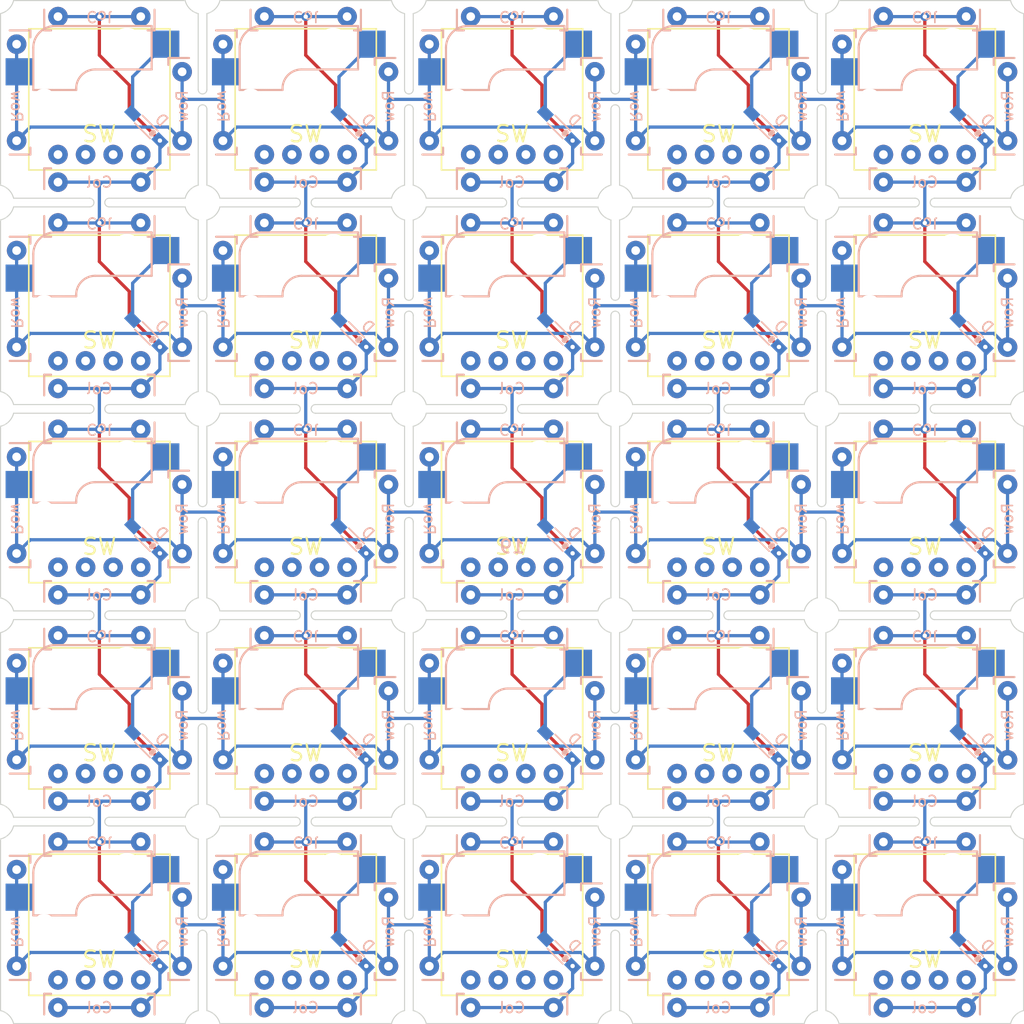
<source format=kicad_pcb>
(kicad_pcb (version 20171130) (host pcbnew "(5.1.0)-1")
  (title_block (title Cherry-Mx-Bitboard-Re-19mm) (date 2018-09-15) (rev 1))
  (layers (0 F.Cu signal) (31 B.Cu signal) (34 B.Paste user) (35 F.Paste user) (36 B.SilkS user) (37 F.SilkS user) (38 B.Mask user) (39 F.Mask user) (44 Edge.Cuts user))
  (net 0 "")
  (net 1 "Net-(D1-Pad2)")
  (net 2 "Net-(D2-Pad2)")
  (net 3 "Net-(D3-Pad2)")
  (net 4 "Net-(D4-Pad2)")
  (net 5 "Net-(D5-Pad2)")
  (net 6 "Net-(D6-Pad2)")
  (net 7 "Net-(D7-Pad2)")
  (net 8 "Net-(D8-Pad2)")
  (net 9 "Net-(D9-Pad2)")
  (net 10 "Net-(D10-Pad2)")
  (net 11 "Net-(D11-Pad2)")
  (net 12 "Net-(D12-Pad2)")
  (net 13 "Net-(D13-Pad2)")
  (net 14 "Net-(D14-Pad2)")
  (net 15 "Net-(D15-Pad2)")
  (net 16 "Net-(D16-Pad2)")
  (net 17 "Net-(D17-Pad2)")
  (net 18 "Net-(D18-Pad2)")
  (net 19 "Net-(D19-Pad2)")
  (net 20 "Net-(D20-Pad2)")
  (net 21 "Net-(D21-Pad2)")
  (net 22 "Net-(D22-Pad2)")
  (net 23 "Net-(D23-Pad2)")
  (net 24 "Net-(D24-Pad2)")
  (net 25 "Net-(D25-Pad2)")
  (net 26 Col1)
  (net 27 Col2)
  (net 28 Col3)
  (net 29 Col4)
  (net 30 Col5)
  (net 31 Row1)
  (net 32 Row2)
  (net 33 Row3)
  (net 34 Row4)
  (net 35 Row5)
  (module Footprints:CherryMx_Socket (layer F.Cu) (at 89.5 52.5)
    (fp_text reference SW1 hide)
    (fp_text value SW_Push hide)
    (pad "" thru_hole circle (at -3.81 5.08) (size 1.8 1.8) (drill 0.8) (layers *.Cu *.Mask))
    (pad "" thru_hole circle (at 3.81 5.08) (size 1.8 1.8) (drill 0.8) (layers *.Cu *.Mask))
    (pad 1 smd rect (at -7.36 -2.54) (size 2.55 2.5) (layers B.Cu B.Paste B.Mask) (net 31 Row1))
    (pad 2 smd rect (at 6.09 -5.08) (size 2.55 2.5) (layers B.Cu B.Paste B.Mask) (net 1 "Net-(D1-Pad2)"))
    (pad "" thru_hole circle (at 1.27 5.08) (size 1.8 1.8) (drill 0.8) (layers *.Cu *.Mask))
    (pad "" thru_hole circle (at -1.27 5.08) (size 1.8 1.8) (drill 0.8) (layers *.Cu *.Mask))
    (pad "" np_thru_hole circle (at -5.08 0) (size 2 2) (drill 2) (layers *.Cu *.Mask))
    (pad "" np_thru_hole circle (at -3.81 -2.54) (size 3 3) (drill 3) (layers *.Cu *.Mask))
    (pad "" np_thru_hole circle (at 0 0) (size 4 4) (drill 4) (layers *.Cu *.Mask))
    (pad "" np_thru_hole circle (at 2.54 -5.08) (size 3 3) (drill 3) (layers *.Cu *.Mask))
    (pad "" np_thru_hole circle (at 5.08 0) (size 2 2) (drill 2) (layers *.Cu *.Mask))
  )
  (module Footprints:CherryMx_Socket (layer F.Cu) (at 89.5 71.5)
    (fp_text reference SW2 hide)
    (fp_text value SW_Push hide)
    (pad "" thru_hole circle (at -3.81 5.08) (size 1.8 1.8) (drill 0.8) (layers *.Cu *.Mask))
    (pad "" thru_hole circle (at 3.81 5.08) (size 1.8 1.8) (drill 0.8) (layers *.Cu *.Mask))
    (pad 1 smd rect (at -7.36 -2.54) (size 2.55 2.5) (layers B.Cu B.Paste B.Mask) (net 32 Row2))
    (pad 2 smd rect (at 6.09 -5.08) (size 2.55 2.5) (layers B.Cu B.Paste B.Mask) (net 2 "Net-(D2-Pad2)"))
    (pad "" thru_hole circle (at 1.27 5.08) (size 1.8 1.8) (drill 0.8) (layers *.Cu *.Mask))
    (pad "" thru_hole circle (at -1.27 5.08) (size 1.8 1.8) (drill 0.8) (layers *.Cu *.Mask))
    (pad "" np_thru_hole circle (at -5.08 0) (size 2 2) (drill 2) (layers *.Cu *.Mask))
    (pad "" np_thru_hole circle (at -3.81 -2.54) (size 3 3) (drill 3) (layers *.Cu *.Mask))
    (pad "" np_thru_hole circle (at 0 0) (size 4 4) (drill 4) (layers *.Cu *.Mask))
    (pad "" np_thru_hole circle (at 2.54 -5.08) (size 3 3) (drill 3) (layers *.Cu *.Mask))
    (pad "" np_thru_hole circle (at 5.08 0) (size 2 2) (drill 2) (layers *.Cu *.Mask))
  )
  (module Footprints:CherryMx_Socket (layer F.Cu) (at 89.5 90.5)
    (fp_text reference SW3 hide)
    (fp_text value SW_Push hide)
    (pad "" thru_hole circle (at -3.81 5.08) (size 1.8 1.8) (drill 0.8) (layers *.Cu *.Mask))
    (pad "" thru_hole circle (at 3.81 5.08) (size 1.8 1.8) (drill 0.8) (layers *.Cu *.Mask))
    (pad 1 smd rect (at -7.36 -2.54) (size 2.55 2.5) (layers B.Cu B.Paste B.Mask) (net 33 Row3))
    (pad 2 smd rect (at 6.09 -5.08) (size 2.55 2.5) (layers B.Cu B.Paste B.Mask) (net 3 "Net-(D3-Pad2)"))
    (pad "" thru_hole circle (at 1.27 5.08) (size 1.8 1.8) (drill 0.8) (layers *.Cu *.Mask))
    (pad "" thru_hole circle (at -1.27 5.08) (size 1.8 1.8) (drill 0.8) (layers *.Cu *.Mask))
    (pad "" np_thru_hole circle (at -5.08 0) (size 2 2) (drill 2) (layers *.Cu *.Mask))
    (pad "" np_thru_hole circle (at -3.81 -2.54) (size 3 3) (drill 3) (layers *.Cu *.Mask))
    (pad "" np_thru_hole circle (at 0 0) (size 4 4) (drill 4) (layers *.Cu *.Mask))
    (pad "" np_thru_hole circle (at 2.54 -5.08) (size 3 3) (drill 3) (layers *.Cu *.Mask))
    (pad "" np_thru_hole circle (at 5.08 0) (size 2 2) (drill 2) (layers *.Cu *.Mask))
  )
  (module Footprints:CherryMx_Socket (layer F.Cu) (at 89.5 109.5)
    (fp_text reference SW4 hide)
    (fp_text value SW_Push hide)
    (pad "" thru_hole circle (at -3.81 5.08) (size 1.8 1.8) (drill 0.8) (layers *.Cu *.Mask))
    (pad "" thru_hole circle (at 3.81 5.08) (size 1.8 1.8) (drill 0.8) (layers *.Cu *.Mask))
    (pad 1 smd rect (at -7.36 -2.54) (size 2.55 2.5) (layers B.Cu B.Paste B.Mask) (net 34 Row4))
    (pad 2 smd rect (at 6.09 -5.08) (size 2.55 2.5) (layers B.Cu B.Paste B.Mask) (net 4 "Net-(D4-Pad2)"))
    (pad "" thru_hole circle (at 1.27 5.08) (size 1.8 1.8) (drill 0.8) (layers *.Cu *.Mask))
    (pad "" thru_hole circle (at -1.27 5.08) (size 1.8 1.8) (drill 0.8) (layers *.Cu *.Mask))
    (pad "" np_thru_hole circle (at -5.08 0) (size 2 2) (drill 2) (layers *.Cu *.Mask))
    (pad "" np_thru_hole circle (at -3.81 -2.54) (size 3 3) (drill 3) (layers *.Cu *.Mask))
    (pad "" np_thru_hole circle (at 0 0) (size 4 4) (drill 4) (layers *.Cu *.Mask))
    (pad "" np_thru_hole circle (at 2.54 -5.08) (size 3 3) (drill 3) (layers *.Cu *.Mask))
    (pad "" np_thru_hole circle (at 5.08 0) (size 2 2) (drill 2) (layers *.Cu *.Mask))
  )
  (module Footprints:CherryMx_Socket (layer F.Cu) (at 89.5 128.5)
    (fp_text reference SW5 hide)
    (fp_text value SW_Push hide)
    (pad "" thru_hole circle (at -3.81 5.08) (size 1.8 1.8) (drill 0.8) (layers *.Cu *.Mask))
    (pad "" thru_hole circle (at 3.81 5.08) (size 1.8 1.8) (drill 0.8) (layers *.Cu *.Mask))
    (pad 1 smd rect (at -7.36 -2.54) (size 2.55 2.5) (layers B.Cu B.Paste B.Mask) (net 35 Row5))
    (pad 2 smd rect (at 6.09 -5.08) (size 2.55 2.5) (layers B.Cu B.Paste B.Mask) (net 5 "Net-(D5-Pad2)"))
    (pad "" thru_hole circle (at 1.27 5.08) (size 1.8 1.8) (drill 0.8) (layers *.Cu *.Mask))
    (pad "" thru_hole circle (at -1.27 5.08) (size 1.8 1.8) (drill 0.8) (layers *.Cu *.Mask))
    (pad "" np_thru_hole circle (at -5.08 0) (size 2 2) (drill 2) (layers *.Cu *.Mask))
    (pad "" np_thru_hole circle (at -3.81 -2.54) (size 3 3) (drill 3) (layers *.Cu *.Mask))
    (pad "" np_thru_hole circle (at 0 0) (size 4 4) (drill 4) (layers *.Cu *.Mask))
    (pad "" np_thru_hole circle (at 2.54 -5.08) (size 3 3) (drill 3) (layers *.Cu *.Mask))
    (pad "" np_thru_hole circle (at 5.08 0) (size 2 2) (drill 2) (layers *.Cu *.Mask))
  )
  (module Footprints:CherryMx_Socket (layer F.Cu) (at 108.5 52.5)
    (fp_text reference SW6 hide)
    (fp_text value SW_Push hide)
    (pad "" thru_hole circle (at -3.81 5.08) (size 1.8 1.8) (drill 0.8) (layers *.Cu *.Mask))
    (pad "" thru_hole circle (at 3.81 5.08) (size 1.8 1.8) (drill 0.8) (layers *.Cu *.Mask))
    (pad 1 smd rect (at -7.36 -2.54) (size 2.55 2.5) (layers B.Cu B.Paste B.Mask) (net 31 Row1))
    (pad 2 smd rect (at 6.09 -5.08) (size 2.55 2.5) (layers B.Cu B.Paste B.Mask) (net 6 "Net-(D6-Pad2)"))
    (pad "" thru_hole circle (at 1.27 5.08) (size 1.8 1.8) (drill 0.8) (layers *.Cu *.Mask))
    (pad "" thru_hole circle (at -1.27 5.08) (size 1.8 1.8) (drill 0.8) (layers *.Cu *.Mask))
    (pad "" np_thru_hole circle (at -5.08 0) (size 2 2) (drill 2) (layers *.Cu *.Mask))
    (pad "" np_thru_hole circle (at -3.81 -2.54) (size 3 3) (drill 3) (layers *.Cu *.Mask))
    (pad "" np_thru_hole circle (at 0 0) (size 4 4) (drill 4) (layers *.Cu *.Mask))
    (pad "" np_thru_hole circle (at 2.54 -5.08) (size 3 3) (drill 3) (layers *.Cu *.Mask))
    (pad "" np_thru_hole circle (at 5.08 0) (size 2 2) (drill 2) (layers *.Cu *.Mask))
  )
  (module Footprints:CherryMx_Socket (layer F.Cu) (at 108.5 71.5)
    (fp_text reference SW7 hide)
    (fp_text value SW_Push hide)
    (pad "" thru_hole circle (at -3.81 5.08) (size 1.8 1.8) (drill 0.8) (layers *.Cu *.Mask))
    (pad "" thru_hole circle (at 3.81 5.08) (size 1.8 1.8) (drill 0.8) (layers *.Cu *.Mask))
    (pad 1 smd rect (at -7.36 -2.54) (size 2.55 2.5) (layers B.Cu B.Paste B.Mask) (net 32 Row2))
    (pad 2 smd rect (at 6.09 -5.08) (size 2.55 2.5) (layers B.Cu B.Paste B.Mask) (net 7 "Net-(D7-Pad2)"))
    (pad "" thru_hole circle (at 1.27 5.08) (size 1.8 1.8) (drill 0.8) (layers *.Cu *.Mask))
    (pad "" thru_hole circle (at -1.27 5.08) (size 1.8 1.8) (drill 0.8) (layers *.Cu *.Mask))
    (pad "" np_thru_hole circle (at -5.08 0) (size 2 2) (drill 2) (layers *.Cu *.Mask))
    (pad "" np_thru_hole circle (at -3.81 -2.54) (size 3 3) (drill 3) (layers *.Cu *.Mask))
    (pad "" np_thru_hole circle (at 0 0) (size 4 4) (drill 4) (layers *.Cu *.Mask))
    (pad "" np_thru_hole circle (at 2.54 -5.08) (size 3 3) (drill 3) (layers *.Cu *.Mask))
    (pad "" np_thru_hole circle (at 5.08 0) (size 2 2) (drill 2) (layers *.Cu *.Mask))
  )
  (module Footprints:CherryMx_Socket (layer F.Cu) (at 108.5 90.5)
    (fp_text reference SW8 hide)
    (fp_text value SW_Push hide)
    (pad "" thru_hole circle (at -3.81 5.08) (size 1.8 1.8) (drill 0.8) (layers *.Cu *.Mask))
    (pad "" thru_hole circle (at 3.81 5.08) (size 1.8 1.8) (drill 0.8) (layers *.Cu *.Mask))
    (pad 1 smd rect (at -7.36 -2.54) (size 2.55 2.5) (layers B.Cu B.Paste B.Mask) (net 33 Row3))
    (pad 2 smd rect (at 6.09 -5.08) (size 2.55 2.5) (layers B.Cu B.Paste B.Mask) (net 8 "Net-(D8-Pad2)"))
    (pad "" thru_hole circle (at 1.27 5.08) (size 1.8 1.8) (drill 0.8) (layers *.Cu *.Mask))
    (pad "" thru_hole circle (at -1.27 5.08) (size 1.8 1.8) (drill 0.8) (layers *.Cu *.Mask))
    (pad "" np_thru_hole circle (at -5.08 0) (size 2 2) (drill 2) (layers *.Cu *.Mask))
    (pad "" np_thru_hole circle (at -3.81 -2.54) (size 3 3) (drill 3) (layers *.Cu *.Mask))
    (pad "" np_thru_hole circle (at 0 0) (size 4 4) (drill 4) (layers *.Cu *.Mask))
    (pad "" np_thru_hole circle (at 2.54 -5.08) (size 3 3) (drill 3) (layers *.Cu *.Mask))
    (pad "" np_thru_hole circle (at 5.08 0) (size 2 2) (drill 2) (layers *.Cu *.Mask))
  )
  (module Footprints:CherryMx_Socket (layer F.Cu) (at 108.5 109.5)
    (fp_text reference SW9 hide)
    (fp_text value SW_Push hide)
    (pad "" thru_hole circle (at -3.81 5.08) (size 1.8 1.8) (drill 0.8) (layers *.Cu *.Mask))
    (pad "" thru_hole circle (at 3.81 5.08) (size 1.8 1.8) (drill 0.8) (layers *.Cu *.Mask))
    (pad 1 smd rect (at -7.36 -2.54) (size 2.55 2.5) (layers B.Cu B.Paste B.Mask) (net 34 Row4))
    (pad 2 smd rect (at 6.09 -5.08) (size 2.55 2.5) (layers B.Cu B.Paste B.Mask) (net 9 "Net-(D9-Pad2)"))
    (pad "" thru_hole circle (at 1.27 5.08) (size 1.8 1.8) (drill 0.8) (layers *.Cu *.Mask))
    (pad "" thru_hole circle (at -1.27 5.08) (size 1.8 1.8) (drill 0.8) (layers *.Cu *.Mask))
    (pad "" np_thru_hole circle (at -5.08 0) (size 2 2) (drill 2) (layers *.Cu *.Mask))
    (pad "" np_thru_hole circle (at -3.81 -2.54) (size 3 3) (drill 3) (layers *.Cu *.Mask))
    (pad "" np_thru_hole circle (at 0 0) (size 4 4) (drill 4) (layers *.Cu *.Mask))
    (pad "" np_thru_hole circle (at 2.54 -5.08) (size 3 3) (drill 3) (layers *.Cu *.Mask))
    (pad "" np_thru_hole circle (at 5.08 0) (size 2 2) (drill 2) (layers *.Cu *.Mask))
  )
  (module Footprints:CherryMx_Socket (layer F.Cu) (at 108.5 128.5)
    (fp_text reference SW10 hide)
    (fp_text value SW_Push hide)
    (pad "" thru_hole circle (at -3.81 5.08) (size 1.8 1.8) (drill 0.8) (layers *.Cu *.Mask))
    (pad "" thru_hole circle (at 3.81 5.08) (size 1.8 1.8) (drill 0.8) (layers *.Cu *.Mask))
    (pad 1 smd rect (at -7.36 -2.54) (size 2.55 2.5) (layers B.Cu B.Paste B.Mask) (net 35 Row5))
    (pad 2 smd rect (at 6.09 -5.08) (size 2.55 2.5) (layers B.Cu B.Paste B.Mask) (net 10 "Net-(D10-Pad2)"))
    (pad "" thru_hole circle (at 1.27 5.08) (size 1.8 1.8) (drill 0.8) (layers *.Cu *.Mask))
    (pad "" thru_hole circle (at -1.27 5.08) (size 1.8 1.8) (drill 0.8) (layers *.Cu *.Mask))
    (pad "" np_thru_hole circle (at -5.08 0) (size 2 2) (drill 2) (layers *.Cu *.Mask))
    (pad "" np_thru_hole circle (at -3.81 -2.54) (size 3 3) (drill 3) (layers *.Cu *.Mask))
    (pad "" np_thru_hole circle (at 0 0) (size 4 4) (drill 4) (layers *.Cu *.Mask))
    (pad "" np_thru_hole circle (at 2.54 -5.08) (size 3 3) (drill 3) (layers *.Cu *.Mask))
    (pad "" np_thru_hole circle (at 5.08 0) (size 2 2) (drill 2) (layers *.Cu *.Mask))
  )
  (module Footprints:CherryMx_Socket (layer F.Cu) (at 127.5 52.5)
    (fp_text reference SW11 hide)
    (fp_text value SW_Push hide)
    (pad "" thru_hole circle (at -3.81 5.08) (size 1.8 1.8) (drill 0.8) (layers *.Cu *.Mask))
    (pad "" thru_hole circle (at 3.81 5.08) (size 1.8 1.8) (drill 0.8) (layers *.Cu *.Mask))
    (pad 1 smd rect (at -7.36 -2.54) (size 2.55 2.5) (layers B.Cu B.Paste B.Mask) (net 31 Row1))
    (pad 2 smd rect (at 6.09 -5.08) (size 2.55 2.5) (layers B.Cu B.Paste B.Mask) (net 11 "Net-(D11-Pad2)"))
    (pad "" thru_hole circle (at 1.27 5.08) (size 1.8 1.8) (drill 0.8) (layers *.Cu *.Mask))
    (pad "" thru_hole circle (at -1.27 5.08) (size 1.8 1.8) (drill 0.8) (layers *.Cu *.Mask))
    (pad "" np_thru_hole circle (at -5.08 0) (size 2 2) (drill 2) (layers *.Cu *.Mask))
    (pad "" np_thru_hole circle (at -3.81 -2.54) (size 3 3) (drill 3) (layers *.Cu *.Mask))
    (pad "" np_thru_hole circle (at 0 0) (size 4 4) (drill 4) (layers *.Cu *.Mask))
    (pad "" np_thru_hole circle (at 2.54 -5.08) (size 3 3) (drill 3) (layers *.Cu *.Mask))
    (pad "" np_thru_hole circle (at 5.08 0) (size 2 2) (drill 2) (layers *.Cu *.Mask))
  )
  (module Footprints:CherryMx_Socket (layer F.Cu) (at 127.5 71.5)
    (fp_text reference SW12 hide)
    (fp_text value SW_Push hide)
    (pad "" thru_hole circle (at -3.81 5.08) (size 1.8 1.8) (drill 0.8) (layers *.Cu *.Mask))
    (pad "" thru_hole circle (at 3.81 5.08) (size 1.8 1.8) (drill 0.8) (layers *.Cu *.Mask))
    (pad 1 smd rect (at -7.36 -2.54) (size 2.55 2.5) (layers B.Cu B.Paste B.Mask) (net 32 Row2))
    (pad 2 smd rect (at 6.09 -5.08) (size 2.55 2.5) (layers B.Cu B.Paste B.Mask) (net 12 "Net-(D12-Pad2)"))
    (pad "" thru_hole circle (at 1.27 5.08) (size 1.8 1.8) (drill 0.8) (layers *.Cu *.Mask))
    (pad "" thru_hole circle (at -1.27 5.08) (size 1.8 1.8) (drill 0.8) (layers *.Cu *.Mask))
    (pad "" np_thru_hole circle (at -5.08 0) (size 2 2) (drill 2) (layers *.Cu *.Mask))
    (pad "" np_thru_hole circle (at -3.81 -2.54) (size 3 3) (drill 3) (layers *.Cu *.Mask))
    (pad "" np_thru_hole circle (at 0 0) (size 4 4) (drill 4) (layers *.Cu *.Mask))
    (pad "" np_thru_hole circle (at 2.54 -5.08) (size 3 3) (drill 3) (layers *.Cu *.Mask))
    (pad "" np_thru_hole circle (at 5.08 0) (size 2 2) (drill 2) (layers *.Cu *.Mask))
  )
  (module Footprints:CherryMx_Socket (layer F.Cu) (at 127.5 90.5)
    (fp_text reference SW13 hide)
    (fp_text value SW_Push hide)
    (pad "" thru_hole circle (at -3.81 5.08) (size 1.8 1.8) (drill 0.8) (layers *.Cu *.Mask))
    (pad "" thru_hole circle (at 3.81 5.08) (size 1.8 1.8) (drill 0.8) (layers *.Cu *.Mask))
    (pad 1 smd rect (at -7.36 -2.54) (size 2.55 2.5) (layers B.Cu B.Paste B.Mask) (net 33 Row3))
    (pad 2 smd rect (at 6.09 -5.08) (size 2.55 2.5) (layers B.Cu B.Paste B.Mask) (net 13 "Net-(D13-Pad2)"))
    (pad "" thru_hole circle (at 1.27 5.08) (size 1.8 1.8) (drill 0.8) (layers *.Cu *.Mask))
    (pad "" thru_hole circle (at -1.27 5.08) (size 1.8 1.8) (drill 0.8) (layers *.Cu *.Mask))
    (pad "" np_thru_hole circle (at -5.08 0) (size 2 2) (drill 2) (layers *.Cu *.Mask))
    (pad "" np_thru_hole circle (at -3.81 -2.54) (size 3 3) (drill 3) (layers *.Cu *.Mask))
    (pad "" np_thru_hole circle (at 0 0) (size 4 4) (drill 4) (layers *.Cu *.Mask))
    (pad "" np_thru_hole circle (at 2.54 -5.08) (size 3 3) (drill 3) (layers *.Cu *.Mask))
    (pad "" np_thru_hole circle (at 5.08 0) (size 2 2) (drill 2) (layers *.Cu *.Mask))
  )
  (module Footprints:CherryMx_Socket (layer F.Cu) (at 127.5 109.5)
    (fp_text reference SW14 hide)
    (fp_text value SW_Push hide)
    (pad "" thru_hole circle (at -3.81 5.08) (size 1.8 1.8) (drill 0.8) (layers *.Cu *.Mask))
    (pad "" thru_hole circle (at 3.81 5.08) (size 1.8 1.8) (drill 0.8) (layers *.Cu *.Mask))
    (pad 1 smd rect (at -7.36 -2.54) (size 2.55 2.5) (layers B.Cu B.Paste B.Mask) (net 34 Row4))
    (pad 2 smd rect (at 6.09 -5.08) (size 2.55 2.5) (layers B.Cu B.Paste B.Mask) (net 14 "Net-(D14-Pad2)"))
    (pad "" thru_hole circle (at 1.27 5.08) (size 1.8 1.8) (drill 0.8) (layers *.Cu *.Mask))
    (pad "" thru_hole circle (at -1.27 5.08) (size 1.8 1.8) (drill 0.8) (layers *.Cu *.Mask))
    (pad "" np_thru_hole circle (at -5.08 0) (size 2 2) (drill 2) (layers *.Cu *.Mask))
    (pad "" np_thru_hole circle (at -3.81 -2.54) (size 3 3) (drill 3) (layers *.Cu *.Mask))
    (pad "" np_thru_hole circle (at 0 0) (size 4 4) (drill 4) (layers *.Cu *.Mask))
    (pad "" np_thru_hole circle (at 2.54 -5.08) (size 3 3) (drill 3) (layers *.Cu *.Mask))
    (pad "" np_thru_hole circle (at 5.08 0) (size 2 2) (drill 2) (layers *.Cu *.Mask))
  )
  (module Footprints:CherryMx_Socket (layer F.Cu) (at 127.5 128.5)
    (fp_text reference SW15 hide)
    (fp_text value SW_Push hide)
    (pad "" thru_hole circle (at -3.81 5.08) (size 1.8 1.8) (drill 0.8) (layers *.Cu *.Mask))
    (pad "" thru_hole circle (at 3.81 5.08) (size 1.8 1.8) (drill 0.8) (layers *.Cu *.Mask))
    (pad 1 smd rect (at -7.36 -2.54) (size 2.55 2.5) (layers B.Cu B.Paste B.Mask) (net 35 Row5))
    (pad 2 smd rect (at 6.09 -5.08) (size 2.55 2.5) (layers B.Cu B.Paste B.Mask) (net 15 "Net-(D15-Pad2)"))
    (pad "" thru_hole circle (at 1.27 5.08) (size 1.8 1.8) (drill 0.8) (layers *.Cu *.Mask))
    (pad "" thru_hole circle (at -1.27 5.08) (size 1.8 1.8) (drill 0.8) (layers *.Cu *.Mask))
    (pad "" np_thru_hole circle (at -5.08 0) (size 2 2) (drill 2) (layers *.Cu *.Mask))
    (pad "" np_thru_hole circle (at -3.81 -2.54) (size 3 3) (drill 3) (layers *.Cu *.Mask))
    (pad "" np_thru_hole circle (at 0 0) (size 4 4) (drill 4) (layers *.Cu *.Mask))
    (pad "" np_thru_hole circle (at 2.54 -5.08) (size 3 3) (drill 3) (layers *.Cu *.Mask))
    (pad "" np_thru_hole circle (at 5.08 0) (size 2 2) (drill 2) (layers *.Cu *.Mask))
  )
  (module Footprints:CherryMx_Socket (layer F.Cu) (at 146.5 52.5)
    (fp_text reference SW16 hide)
    (fp_text value SW_Push hide)
    (pad "" thru_hole circle (at -3.81 5.08) (size 1.8 1.8) (drill 0.8) (layers *.Cu *.Mask))
    (pad "" thru_hole circle (at 3.81 5.08) (size 1.8 1.8) (drill 0.8) (layers *.Cu *.Mask))
    (pad 1 smd rect (at -7.36 -2.54) (size 2.55 2.5) (layers B.Cu B.Paste B.Mask) (net 31 Row1))
    (pad 2 smd rect (at 6.09 -5.08) (size 2.55 2.5) (layers B.Cu B.Paste B.Mask) (net 16 "Net-(D16-Pad2)"))
    (pad "" thru_hole circle (at 1.27 5.08) (size 1.8 1.8) (drill 0.8) (layers *.Cu *.Mask))
    (pad "" thru_hole circle (at -1.27 5.08) (size 1.8 1.8) (drill 0.8) (layers *.Cu *.Mask))
    (pad "" np_thru_hole circle (at -5.08 0) (size 2 2) (drill 2) (layers *.Cu *.Mask))
    (pad "" np_thru_hole circle (at -3.81 -2.54) (size 3 3) (drill 3) (layers *.Cu *.Mask))
    (pad "" np_thru_hole circle (at 0 0) (size 4 4) (drill 4) (layers *.Cu *.Mask))
    (pad "" np_thru_hole circle (at 2.54 -5.08) (size 3 3) (drill 3) (layers *.Cu *.Mask))
    (pad "" np_thru_hole circle (at 5.08 0) (size 2 2) (drill 2) (layers *.Cu *.Mask))
  )
  (module Footprints:CherryMx_Socket (layer F.Cu) (at 146.5 71.5)
    (fp_text reference SW17 hide)
    (fp_text value SW_Push hide)
    (pad "" thru_hole circle (at -3.81 5.08) (size 1.8 1.8) (drill 0.8) (layers *.Cu *.Mask))
    (pad "" thru_hole circle (at 3.81 5.08) (size 1.8 1.8) (drill 0.8) (layers *.Cu *.Mask))
    (pad 1 smd rect (at -7.36 -2.54) (size 2.55 2.5) (layers B.Cu B.Paste B.Mask) (net 32 Row2))
    (pad 2 smd rect (at 6.09 -5.08) (size 2.55 2.5) (layers B.Cu B.Paste B.Mask) (net 17 "Net-(D17-Pad2)"))
    (pad "" thru_hole circle (at 1.27 5.08) (size 1.8 1.8) (drill 0.8) (layers *.Cu *.Mask))
    (pad "" thru_hole circle (at -1.27 5.08) (size 1.8 1.8) (drill 0.8) (layers *.Cu *.Mask))
    (pad "" np_thru_hole circle (at -5.08 0) (size 2 2) (drill 2) (layers *.Cu *.Mask))
    (pad "" np_thru_hole circle (at -3.81 -2.54) (size 3 3) (drill 3) (layers *.Cu *.Mask))
    (pad "" np_thru_hole circle (at 0 0) (size 4 4) (drill 4) (layers *.Cu *.Mask))
    (pad "" np_thru_hole circle (at 2.54 -5.08) (size 3 3) (drill 3) (layers *.Cu *.Mask))
    (pad "" np_thru_hole circle (at 5.08 0) (size 2 2) (drill 2) (layers *.Cu *.Mask))
  )
  (module Footprints:CherryMx_Socket (layer F.Cu) (at 146.5 90.5)
    (fp_text reference SW18 hide)
    (fp_text value SW_Push hide)
    (pad "" thru_hole circle (at -3.81 5.08) (size 1.8 1.8) (drill 0.8) (layers *.Cu *.Mask))
    (pad "" thru_hole circle (at 3.81 5.08) (size 1.8 1.8) (drill 0.8) (layers *.Cu *.Mask))
    (pad 1 smd rect (at -7.36 -2.54) (size 2.55 2.5) (layers B.Cu B.Paste B.Mask) (net 33 Row3))
    (pad 2 smd rect (at 6.09 -5.08) (size 2.55 2.5) (layers B.Cu B.Paste B.Mask) (net 18 "Net-(D18-Pad2)"))
    (pad "" thru_hole circle (at 1.27 5.08) (size 1.8 1.8) (drill 0.8) (layers *.Cu *.Mask))
    (pad "" thru_hole circle (at -1.27 5.08) (size 1.8 1.8) (drill 0.8) (layers *.Cu *.Mask))
    (pad "" np_thru_hole circle (at -5.08 0) (size 2 2) (drill 2) (layers *.Cu *.Mask))
    (pad "" np_thru_hole circle (at -3.81 -2.54) (size 3 3) (drill 3) (layers *.Cu *.Mask))
    (pad "" np_thru_hole circle (at 0 0) (size 4 4) (drill 4) (layers *.Cu *.Mask))
    (pad "" np_thru_hole circle (at 2.54 -5.08) (size 3 3) (drill 3) (layers *.Cu *.Mask))
    (pad "" np_thru_hole circle (at 5.08 0) (size 2 2) (drill 2) (layers *.Cu *.Mask))
  )
  (module Footprints:CherryMx_Socket (layer F.Cu) (at 146.5 109.5)
    (fp_text reference SW19 hide)
    (fp_text value SW_Push hide)
    (pad "" thru_hole circle (at -3.81 5.08) (size 1.8 1.8) (drill 0.8) (layers *.Cu *.Mask))
    (pad "" thru_hole circle (at 3.81 5.08) (size 1.8 1.8) (drill 0.8) (layers *.Cu *.Mask))
    (pad 1 smd rect (at -7.36 -2.54) (size 2.55 2.5) (layers B.Cu B.Paste B.Mask) (net 34 Row4))
    (pad 2 smd rect (at 6.09 -5.08) (size 2.55 2.5) (layers B.Cu B.Paste B.Mask) (net 19 "Net-(D19-Pad2)"))
    (pad "" thru_hole circle (at 1.27 5.08) (size 1.8 1.8) (drill 0.8) (layers *.Cu *.Mask))
    (pad "" thru_hole circle (at -1.27 5.08) (size 1.8 1.8) (drill 0.8) (layers *.Cu *.Mask))
    (pad "" np_thru_hole circle (at -5.08 0) (size 2 2) (drill 2) (layers *.Cu *.Mask))
    (pad "" np_thru_hole circle (at -3.81 -2.54) (size 3 3) (drill 3) (layers *.Cu *.Mask))
    (pad "" np_thru_hole circle (at 0 0) (size 4 4) (drill 4) (layers *.Cu *.Mask))
    (pad "" np_thru_hole circle (at 2.54 -5.08) (size 3 3) (drill 3) (layers *.Cu *.Mask))
    (pad "" np_thru_hole circle (at 5.08 0) (size 2 2) (drill 2) (layers *.Cu *.Mask))
  )
  (module Footprints:CherryMx_Socket (layer F.Cu) (at 146.5 128.5)
    (fp_text reference SW20 hide)
    (fp_text value SW_Push hide)
    (pad "" thru_hole circle (at -3.81 5.08) (size 1.8 1.8) (drill 0.8) (layers *.Cu *.Mask))
    (pad "" thru_hole circle (at 3.81 5.08) (size 1.8 1.8) (drill 0.8) (layers *.Cu *.Mask))
    (pad 1 smd rect (at -7.36 -2.54) (size 2.55 2.5) (layers B.Cu B.Paste B.Mask) (net 35 Row5))
    (pad 2 smd rect (at 6.09 -5.08) (size 2.55 2.5) (layers B.Cu B.Paste B.Mask) (net 20 "Net-(D20-Pad2)"))
    (pad "" thru_hole circle (at 1.27 5.08) (size 1.8 1.8) (drill 0.8) (layers *.Cu *.Mask))
    (pad "" thru_hole circle (at -1.27 5.08) (size 1.8 1.8) (drill 0.8) (layers *.Cu *.Mask))
    (pad "" np_thru_hole circle (at -5.08 0) (size 2 2) (drill 2) (layers *.Cu *.Mask))
    (pad "" np_thru_hole circle (at -3.81 -2.54) (size 3 3) (drill 3) (layers *.Cu *.Mask))
    (pad "" np_thru_hole circle (at 0 0) (size 4 4) (drill 4) (layers *.Cu *.Mask))
    (pad "" np_thru_hole circle (at 2.54 -5.08) (size 3 3) (drill 3) (layers *.Cu *.Mask))
    (pad "" np_thru_hole circle (at 5.08 0) (size 2 2) (drill 2) (layers *.Cu *.Mask))
  )
  (module Footprints:CherryMx_Socket (layer F.Cu) (at 165.5 52.5)
    (fp_text reference SW21 hide)
    (fp_text value SW_Push hide)
    (pad "" thru_hole circle (at -3.81 5.08) (size 1.8 1.8) (drill 0.8) (layers *.Cu *.Mask))
    (pad "" thru_hole circle (at 3.81 5.08) (size 1.8 1.8) (drill 0.8) (layers *.Cu *.Mask))
    (pad 1 smd rect (at -7.36 -2.54) (size 2.55 2.5) (layers B.Cu B.Paste B.Mask) (net 31 Row1))
    (pad 2 smd rect (at 6.09 -5.08) (size 2.55 2.5) (layers B.Cu B.Paste B.Mask) (net 21 "Net-(D21-Pad2)"))
    (pad "" thru_hole circle (at 1.27 5.08) (size 1.8 1.8) (drill 0.8) (layers *.Cu *.Mask))
    (pad "" thru_hole circle (at -1.27 5.08) (size 1.8 1.8) (drill 0.8) (layers *.Cu *.Mask))
    (pad "" np_thru_hole circle (at -5.08 0) (size 2 2) (drill 2) (layers *.Cu *.Mask))
    (pad "" np_thru_hole circle (at -3.81 -2.54) (size 3 3) (drill 3) (layers *.Cu *.Mask))
    (pad "" np_thru_hole circle (at 0 0) (size 4 4) (drill 4) (layers *.Cu *.Mask))
    (pad "" np_thru_hole circle (at 2.54 -5.08) (size 3 3) (drill 3) (layers *.Cu *.Mask))
    (pad "" np_thru_hole circle (at 5.08 0) (size 2 2) (drill 2) (layers *.Cu *.Mask))
  )
  (module Footprints:CherryMx_Socket (layer F.Cu) (at 165.5 71.5)
    (fp_text reference SW22 hide)
    (fp_text value SW_Push hide)
    (pad "" thru_hole circle (at -3.81 5.08) (size 1.8 1.8) (drill 0.8) (layers *.Cu *.Mask))
    (pad "" thru_hole circle (at 3.81 5.08) (size 1.8 1.8) (drill 0.8) (layers *.Cu *.Mask))
    (pad 1 smd rect (at -7.36 -2.54) (size 2.55 2.5) (layers B.Cu B.Paste B.Mask) (net 32 Row2))
    (pad 2 smd rect (at 6.09 -5.08) (size 2.55 2.5) (layers B.Cu B.Paste B.Mask) (net 22 "Net-(D22-Pad2)"))
    (pad "" thru_hole circle (at 1.27 5.08) (size 1.8 1.8) (drill 0.8) (layers *.Cu *.Mask))
    (pad "" thru_hole circle (at -1.27 5.08) (size 1.8 1.8) (drill 0.8) (layers *.Cu *.Mask))
    (pad "" np_thru_hole circle (at -5.08 0) (size 2 2) (drill 2) (layers *.Cu *.Mask))
    (pad "" np_thru_hole circle (at -3.81 -2.54) (size 3 3) (drill 3) (layers *.Cu *.Mask))
    (pad "" np_thru_hole circle (at 0 0) (size 4 4) (drill 4) (layers *.Cu *.Mask))
    (pad "" np_thru_hole circle (at 2.54 -5.08) (size 3 3) (drill 3) (layers *.Cu *.Mask))
    (pad "" np_thru_hole circle (at 5.08 0) (size 2 2) (drill 2) (layers *.Cu *.Mask))
  )
  (module Footprints:CherryMx_Socket (layer F.Cu) (at 165.5 90.5)
    (fp_text reference SW23 hide)
    (fp_text value SW_Push hide)
    (pad "" thru_hole circle (at -3.81 5.08) (size 1.8 1.8) (drill 0.8) (layers *.Cu *.Mask))
    (pad "" thru_hole circle (at 3.81 5.08) (size 1.8 1.8) (drill 0.8) (layers *.Cu *.Mask))
    (pad 1 smd rect (at -7.36 -2.54) (size 2.55 2.5) (layers B.Cu B.Paste B.Mask) (net 33 Row3))
    (pad 2 smd rect (at 6.09 -5.08) (size 2.55 2.5) (layers B.Cu B.Paste B.Mask) (net 23 "Net-(D23-Pad2)"))
    (pad "" thru_hole circle (at 1.27 5.08) (size 1.8 1.8) (drill 0.8) (layers *.Cu *.Mask))
    (pad "" thru_hole circle (at -1.27 5.08) (size 1.8 1.8) (drill 0.8) (layers *.Cu *.Mask))
    (pad "" np_thru_hole circle (at -5.08 0) (size 2 2) (drill 2) (layers *.Cu *.Mask))
    (pad "" np_thru_hole circle (at -3.81 -2.54) (size 3 3) (drill 3) (layers *.Cu *.Mask))
    (pad "" np_thru_hole circle (at 0 0) (size 4 4) (drill 4) (layers *.Cu *.Mask))
    (pad "" np_thru_hole circle (at 2.54 -5.08) (size 3 3) (drill 3) (layers *.Cu *.Mask))
    (pad "" np_thru_hole circle (at 5.08 0) (size 2 2) (drill 2) (layers *.Cu *.Mask))
  )
  (module Footprints:CherryMx_Socket (layer F.Cu) (at 165.5 109.5)
    (fp_text reference SW24 hide)
    (fp_text value SW_Push hide)
    (pad "" thru_hole circle (at -3.81 5.08) (size 1.8 1.8) (drill 0.8) (layers *.Cu *.Mask))
    (pad "" thru_hole circle (at 3.81 5.08) (size 1.8 1.8) (drill 0.8) (layers *.Cu *.Mask))
    (pad 1 smd rect (at -7.36 -2.54) (size 2.55 2.5) (layers B.Cu B.Paste B.Mask) (net 34 Row4))
    (pad 2 smd rect (at 6.09 -5.08) (size 2.55 2.5) (layers B.Cu B.Paste B.Mask) (net 24 "Net-(D24-Pad2)"))
    (pad "" thru_hole circle (at 1.27 5.08) (size 1.8 1.8) (drill 0.8) (layers *.Cu *.Mask))
    (pad "" thru_hole circle (at -1.27 5.08) (size 1.8 1.8) (drill 0.8) (layers *.Cu *.Mask))
    (pad "" np_thru_hole circle (at -5.08 0) (size 2 2) (drill 2) (layers *.Cu *.Mask))
    (pad "" np_thru_hole circle (at -3.81 -2.54) (size 3 3) (drill 3) (layers *.Cu *.Mask))
    (pad "" np_thru_hole circle (at 0 0) (size 4 4) (drill 4) (layers *.Cu *.Mask))
    (pad "" np_thru_hole circle (at 2.54 -5.08) (size 3 3) (drill 3) (layers *.Cu *.Mask))
    (pad "" np_thru_hole circle (at 5.08 0) (size 2 2) (drill 2) (layers *.Cu *.Mask))
  )
  (module Footprints:CherryMx_Socket (layer F.Cu) (at 165.5 128.5)
    (fp_text reference SW25 hide)
    (fp_text value SW_Push hide)
    (pad "" thru_hole circle (at -3.81 5.08) (size 1.8 1.8) (drill 0.8) (layers *.Cu *.Mask))
    (pad "" thru_hole circle (at 3.81 5.08) (size 1.8 1.8) (drill 0.8) (layers *.Cu *.Mask))
    (pad 1 smd rect (at -7.36 -2.54) (size 2.55 2.5) (layers B.Cu B.Paste B.Mask) (net 35 Row5))
    (pad 2 smd rect (at 6.09 -5.08) (size 2.55 2.5) (layers B.Cu B.Paste B.Mask) (net 25 "Net-(D25-Pad2)"))
    (pad "" thru_hole circle (at 1.27 5.08) (size 1.8 1.8) (drill 0.8) (layers *.Cu *.Mask))
    (pad "" thru_hole circle (at -1.27 5.08) (size 1.8 1.8) (drill 0.8) (layers *.Cu *.Mask))
    (pad "" np_thru_hole circle (at -5.08 0) (size 2 2) (drill 2) (layers *.Cu *.Mask))
    (pad "" np_thru_hole circle (at -3.81 -2.54) (size 3 3) (drill 3) (layers *.Cu *.Mask))
    (pad "" np_thru_hole circle (at 0 0) (size 4 4) (drill 4) (layers *.Cu *.Mask))
    (pad "" np_thru_hole circle (at 2.54 -5.08) (size 3 3) (drill 3) (layers *.Cu *.Mask))
    (pad "" np_thru_hole circle (at 5.08 0) (size 2 2) (drill 2) (layers *.Cu *.Mask))
  )
  (module Footprints:Wirepad (layer B.Cu) (at 85.69 44.88)
    (fp_text reference Col111 hide)
    (fp_text value Conn_01x01 hide)
    (pad 1 thru_hole circle (at 0 0) (size 1.8 1.8) (drill 0.8) (layers B.Cu B.Mask) (net 26 Col1))
  )
  (module Footprints:Wirepad (layer B.Cu) (at 93.31 44.88)
    (fp_text reference Col112 hide)
    (fp_text value Conn_01x01 hide)
    (pad 1 thru_hole circle (at 0 0) (size 1.8 1.8) (drill 0.8) (layers B.Cu B.Mask) (net 26 Col1))
  )
  (module Footprints:Wirepad (layer B.Cu) (at 85.69 60.12)
    (fp_text reference Col113 hide)
    (fp_text value Conn_01x01 hide)
    (pad 1 thru_hole circle (at 0 0) (size 1.8 1.8) (drill 0.8) (layers B.Cu B.Mask) (net 26 Col1))
  )
  (module Footprints:Wirepad (layer B.Cu) (at 93.31 60.12)
    (fp_text reference Col114 hide)
    (fp_text value Conn_01x01 hide)
    (pad 1 thru_hole circle (at 0 0) (size 1.8 1.8) (drill 0.8) (layers B.Cu B.Mask) (net 26 Col1))
  )
  (module Footprints:Wirepad (layer B.Cu) (at 85.69 63.88)
    (fp_text reference Col121 hide)
    (fp_text value Conn_01x01 hide)
    (pad 1 thru_hole circle (at 0 0) (size 1.8 1.8) (drill 0.8) (layers B.Cu B.Mask) (net 26 Col1))
  )
  (module Footprints:Wirepad (layer B.Cu) (at 93.31 63.88)
    (fp_text reference Col122 hide)
    (fp_text value Conn_01x01 hide)
    (pad 1 thru_hole circle (at 0 0) (size 1.8 1.8) (drill 0.8) (layers B.Cu B.Mask) (net 26 Col1))
  )
  (module Footprints:Wirepad (layer B.Cu) (at 85.69 79.12)
    (fp_text reference Col123 hide)
    (fp_text value Conn_01x01 hide)
    (pad 1 thru_hole circle (at 0 0) (size 1.8 1.8) (drill 0.8) (layers B.Cu B.Mask) (net 26 Col1))
  )
  (module Footprints:Wirepad (layer B.Cu) (at 93.31 79.12)
    (fp_text reference Col124 hide)
    (fp_text value Conn_01x01 hide)
    (pad 1 thru_hole circle (at 0 0) (size 1.8 1.8) (drill 0.8) (layers B.Cu B.Mask) (net 26 Col1))
  )
  (module Footprints:Wirepad (layer B.Cu) (at 85.69 82.88)
    (fp_text reference Col131 hide)
    (fp_text value Conn_01x01 hide)
    (pad 1 thru_hole circle (at 0 0) (size 1.8 1.8) (drill 0.8) (layers B.Cu B.Mask) (net 26 Col1))
  )
  (module Footprints:Wirepad (layer B.Cu) (at 93.31 82.88)
    (fp_text reference Col132 hide)
    (fp_text value Conn_01x01 hide)
    (pad 1 thru_hole circle (at 0 0) (size 1.8 1.8) (drill 0.8) (layers B.Cu B.Mask) (net 26 Col1))
  )
  (module Footprints:Wirepad (layer B.Cu) (at 85.69 98.12)
    (fp_text reference Col133 hide)
    (fp_text value Conn_01x01 hide)
    (pad 1 thru_hole circle (at 0 0) (size 1.8 1.8) (drill 0.8) (layers B.Cu B.Mask) (net 26 Col1))
  )
  (module Footprints:Wirepad (layer B.Cu) (at 93.31 98.12)
    (fp_text reference Col134 hide)
    (fp_text value Conn_01x01 hide)
    (pad 1 thru_hole circle (at 0 0) (size 1.8 1.8) (drill 0.8) (layers B.Cu B.Mask) (net 26 Col1))
  )
  (module Footprints:Wirepad (layer B.Cu) (at 85.69 101.88)
    (fp_text reference Col141 hide)
    (fp_text value Conn_01x01 hide)
    (pad 1 thru_hole circle (at 0 0) (size 1.8 1.8) (drill 0.8) (layers B.Cu B.Mask) (net 26 Col1))
  )
  (module Footprints:Wirepad (layer B.Cu) (at 93.31 101.88)
    (fp_text reference Col142 hide)
    (fp_text value Conn_01x01 hide)
    (pad 1 thru_hole circle (at 0 0) (size 1.8 1.8) (drill 0.8) (layers B.Cu B.Mask) (net 26 Col1))
  )
  (module Footprints:Wirepad (layer B.Cu) (at 85.69 117.12)
    (fp_text reference Col143 hide)
    (fp_text value Conn_01x01 hide)
    (pad 1 thru_hole circle (at 0 0) (size 1.8 1.8) (drill 0.8) (layers B.Cu B.Mask) (net 26 Col1))
  )
  (module Footprints:Wirepad (layer B.Cu) (at 93.31 117.12)
    (fp_text reference Col144 hide)
    (fp_text value Conn_01x01 hide)
    (pad 1 thru_hole circle (at 0 0) (size 1.8 1.8) (drill 0.8) (layers B.Cu B.Mask) (net 26 Col1))
  )
  (module Footprints:Wirepad (layer B.Cu) (at 85.69 120.88)
    (fp_text reference Col151 hide)
    (fp_text value Conn_01x01 hide)
    (pad 1 thru_hole circle (at 0 0) (size 1.8 1.8) (drill 0.8) (layers B.Cu B.Mask) (net 26 Col1))
  )
  (module Footprints:Wirepad (layer B.Cu) (at 93.31 120.88)
    (fp_text reference Col152 hide)
    (fp_text value Conn_01x01 hide)
    (pad 1 thru_hole circle (at 0 0) (size 1.8 1.8) (drill 0.8) (layers B.Cu B.Mask) (net 26 Col1))
  )
  (module Footprints:Wirepad (layer B.Cu) (at 85.69 136.12)
    (fp_text reference Col153 hide)
    (fp_text value Conn_01x01 hide)
    (pad 1 thru_hole circle (at 0 0) (size 1.8 1.8) (drill 0.8) (layers B.Cu B.Mask) (net 26 Col1))
  )
  (module Footprints:Wirepad (layer B.Cu) (at 93.31 136.12)
    (fp_text reference Col154 hide)
    (fp_text value Conn_01x01 hide)
    (pad 1 thru_hole circle (at 0 0) (size 1.8 1.8) (drill 0.8) (layers B.Cu B.Mask) (net 26 Col1))
  )
  (module Footprints:Wirepad (layer B.Cu) (at 104.69 44.88)
    (fp_text reference Col211 hide)
    (fp_text value Conn_01x01 hide)
    (pad 1 thru_hole circle (at 0 0) (size 1.8 1.8) (drill 0.8) (layers B.Cu B.Mask) (net 27 Col2))
  )
  (module Footprints:Wirepad (layer B.Cu) (at 112.31 44.88)
    (fp_text reference Col212 hide)
    (fp_text value Conn_01x01 hide)
    (pad 1 thru_hole circle (at 0 0) (size 1.8 1.8) (drill 0.8) (layers B.Cu B.Mask) (net 27 Col2))
  )
  (module Footprints:Wirepad (layer B.Cu) (at 104.69 60.12)
    (fp_text reference Col213 hide)
    (fp_text value Conn_01x01 hide)
    (pad 1 thru_hole circle (at 0 0) (size 1.8 1.8) (drill 0.8) (layers B.Cu B.Mask) (net 27 Col2))
  )
  (module Footprints:Wirepad (layer B.Cu) (at 112.31 60.12)
    (fp_text reference Col214 hide)
    (fp_text value Conn_01x01 hide)
    (pad 1 thru_hole circle (at 0 0) (size 1.8 1.8) (drill 0.8) (layers B.Cu B.Mask) (net 27 Col2))
  )
  (module Footprints:Wirepad (layer B.Cu) (at 104.69 63.88)
    (fp_text reference Col221 hide)
    (fp_text value Conn_01x01 hide)
    (pad 1 thru_hole circle (at 0 0) (size 1.8 1.8) (drill 0.8) (layers B.Cu B.Mask) (net 27 Col2))
  )
  (module Footprints:Wirepad (layer B.Cu) (at 112.31 63.88)
    (fp_text reference Col222 hide)
    (fp_text value Conn_01x01 hide)
    (pad 1 thru_hole circle (at 0 0) (size 1.8 1.8) (drill 0.8) (layers B.Cu B.Mask) (net 27 Col2))
  )
  (module Footprints:Wirepad (layer B.Cu) (at 104.69 79.12)
    (fp_text reference Col223 hide)
    (fp_text value Conn_01x01 hide)
    (pad 1 thru_hole circle (at 0 0) (size 1.8 1.8) (drill 0.8) (layers B.Cu B.Mask) (net 27 Col2))
  )
  (module Footprints:Wirepad (layer B.Cu) (at 112.31 79.12)
    (fp_text reference Col224 hide)
    (fp_text value Conn_01x01 hide)
    (pad 1 thru_hole circle (at 0 0) (size 1.8 1.8) (drill 0.8) (layers B.Cu B.Mask) (net 27 Col2))
  )
  (module Footprints:Wirepad (layer B.Cu) (at 104.69 82.88)
    (fp_text reference Col231 hide)
    (fp_text value Conn_01x01 hide)
    (pad 1 thru_hole circle (at 0 0) (size 1.8 1.8) (drill 0.8) (layers B.Cu B.Mask) (net 27 Col2))
  )
  (module Footprints:Wirepad (layer B.Cu) (at 112.31 82.88)
    (fp_text reference Col232 hide)
    (fp_text value Conn_01x01 hide)
    (pad 1 thru_hole circle (at 0 0) (size 1.8 1.8) (drill 0.8) (layers B.Cu B.Mask) (net 27 Col2))
  )
  (module Footprints:Wirepad (layer B.Cu) (at 104.69 98.12)
    (fp_text reference Col233 hide)
    (fp_text value Conn_01x01 hide)
    (pad 1 thru_hole circle (at 0 0) (size 1.8 1.8) (drill 0.8) (layers B.Cu B.Mask) (net 27 Col2))
  )
  (module Footprints:Wirepad (layer B.Cu) (at 112.31 98.12)
    (fp_text reference Col234 hide)
    (fp_text value Conn_01x01 hide)
    (pad 1 thru_hole circle (at 0 0) (size 1.8 1.8) (drill 0.8) (layers B.Cu B.Mask) (net 27 Col2))
  )
  (module Footprints:Wirepad (layer B.Cu) (at 104.69 101.88)
    (fp_text reference Col241 hide)
    (fp_text value Conn_01x01 hide)
    (pad 1 thru_hole circle (at 0 0) (size 1.8 1.8) (drill 0.8) (layers B.Cu B.Mask) (net 27 Col2))
  )
  (module Footprints:Wirepad (layer B.Cu) (at 112.31 101.88)
    (fp_text reference Col242 hide)
    (fp_text value Conn_01x01 hide)
    (pad 1 thru_hole circle (at 0 0) (size 1.8 1.8) (drill 0.8) (layers B.Cu B.Mask) (net 27 Col2))
  )
  (module Footprints:Wirepad (layer B.Cu) (at 104.69 117.12)
    (fp_text reference Col243 hide)
    (fp_text value Conn_01x01 hide)
    (pad 1 thru_hole circle (at 0 0) (size 1.8 1.8) (drill 0.8) (layers B.Cu B.Mask) (net 27 Col2))
  )
  (module Footprints:Wirepad (layer B.Cu) (at 112.31 117.12)
    (fp_text reference Col244 hide)
    (fp_text value Conn_01x01 hide)
    (pad 1 thru_hole circle (at 0 0) (size 1.8 1.8) (drill 0.8) (layers B.Cu B.Mask) (net 27 Col2))
  )
  (module Footprints:Wirepad (layer B.Cu) (at 104.69 120.88)
    (fp_text reference Col251 hide)
    (fp_text value Conn_01x01 hide)
    (pad 1 thru_hole circle (at 0 0) (size 1.8 1.8) (drill 0.8) (layers B.Cu B.Mask) (net 27 Col2))
  )
  (module Footprints:Wirepad (layer B.Cu) (at 112.31 120.88)
    (fp_text reference Col252 hide)
    (fp_text value Conn_01x01 hide)
    (pad 1 thru_hole circle (at 0 0) (size 1.8 1.8) (drill 0.8) (layers B.Cu B.Mask) (net 27 Col2))
  )
  (module Footprints:Wirepad (layer B.Cu) (at 104.69 136.12)
    (fp_text reference Col253 hide)
    (fp_text value Conn_01x01 hide)
    (pad 1 thru_hole circle (at 0 0) (size 1.8 1.8) (drill 0.8) (layers B.Cu B.Mask) (net 27 Col2))
  )
  (module Footprints:Wirepad (layer B.Cu) (at 112.31 136.12)
    (fp_text reference Col254 hide)
    (fp_text value Conn_01x01 hide)
    (pad 1 thru_hole circle (at 0 0) (size 1.8 1.8) (drill 0.8) (layers B.Cu B.Mask) (net 27 Col2))
  )
  (module Footprints:Wirepad (layer B.Cu) (at 123.69 44.88)
    (fp_text reference Col311 hide)
    (fp_text value Conn_01x01 hide)
    (pad 1 thru_hole circle (at 0 0) (size 1.8 1.8) (drill 0.8) (layers B.Cu B.Mask) (net 28 Col3))
  )
  (module Footprints:Wirepad (layer B.Cu) (at 131.31 44.88)
    (fp_text reference Col312 hide)
    (fp_text value Conn_01x01 hide)
    (pad 1 thru_hole circle (at 0 0) (size 1.8 1.8) (drill 0.8) (layers B.Cu B.Mask) (net 28 Col3))
  )
  (module Footprints:Wirepad (layer B.Cu) (at 123.69 60.12)
    (fp_text reference Col313 hide)
    (fp_text value Conn_01x01 hide)
    (pad 1 thru_hole circle (at 0 0) (size 1.8 1.8) (drill 0.8) (layers B.Cu B.Mask) (net 28 Col3))
  )
  (module Footprints:Wirepad (layer B.Cu) (at 131.31 60.12)
    (fp_text reference Col314 hide)
    (fp_text value Conn_01x01 hide)
    (pad 1 thru_hole circle (at 0 0) (size 1.8 1.8) (drill 0.8) (layers B.Cu B.Mask) (net 28 Col3))
  )
  (module Footprints:Wirepad (layer B.Cu) (at 123.69 63.88)
    (fp_text reference Col321 hide)
    (fp_text value Conn_01x01 hide)
    (pad 1 thru_hole circle (at 0 0) (size 1.8 1.8) (drill 0.8) (layers B.Cu B.Mask) (net 28 Col3))
  )
  (module Footprints:Wirepad (layer B.Cu) (at 131.31 63.88)
    (fp_text reference Col322 hide)
    (fp_text value Conn_01x01 hide)
    (pad 1 thru_hole circle (at 0 0) (size 1.8 1.8) (drill 0.8) (layers B.Cu B.Mask) (net 28 Col3))
  )
  (module Footprints:Wirepad (layer B.Cu) (at 123.69 79.12)
    (fp_text reference Col323 hide)
    (fp_text value Conn_01x01 hide)
    (pad 1 thru_hole circle (at 0 0) (size 1.8 1.8) (drill 0.8) (layers B.Cu B.Mask) (net 28 Col3))
  )
  (module Footprints:Wirepad (layer B.Cu) (at 131.31 79.12)
    (fp_text reference Col324 hide)
    (fp_text value Conn_01x01 hide)
    (pad 1 thru_hole circle (at 0 0) (size 1.8 1.8) (drill 0.8) (layers B.Cu B.Mask) (net 28 Col3))
  )
  (module Footprints:Wirepad (layer B.Cu) (at 123.69 82.88)
    (fp_text reference Col331 hide)
    (fp_text value Conn_01x01 hide)
    (pad 1 thru_hole circle (at 0 0) (size 1.8 1.8) (drill 0.8) (layers B.Cu B.Mask) (net 28 Col3))
  )
  (module Footprints:Wirepad (layer B.Cu) (at 131.31 82.88)
    (fp_text reference Col332 hide)
    (fp_text value Conn_01x01 hide)
    (pad 1 thru_hole circle (at 0 0) (size 1.8 1.8) (drill 0.8) (layers B.Cu B.Mask) (net 28 Col3))
  )
  (module Footprints:Wirepad (layer B.Cu) (at 123.69 98.12)
    (fp_text reference Col333 hide)
    (fp_text value Conn_01x01 hide)
    (pad 1 thru_hole circle (at 0 0) (size 1.8 1.8) (drill 0.8) (layers B.Cu B.Mask) (net 28 Col3))
  )
  (module Footprints:Wirepad (layer B.Cu) (at 131.31 98.12)
    (fp_text reference Col334 hide)
    (fp_text value Conn_01x01 hide)
    (pad 1 thru_hole circle (at 0 0) (size 1.8 1.8) (drill 0.8) (layers B.Cu B.Mask) (net 28 Col3))
  )
  (module Footprints:Wirepad (layer B.Cu) (at 123.69 101.88)
    (fp_text reference Col341 hide)
    (fp_text value Conn_01x01 hide)
    (pad 1 thru_hole circle (at 0 0) (size 1.8 1.8) (drill 0.8) (layers B.Cu B.Mask) (net 28 Col3))
  )
  (module Footprints:Wirepad (layer B.Cu) (at 131.31 101.88)
    (fp_text reference Col342 hide)
    (fp_text value Conn_01x01 hide)
    (pad 1 thru_hole circle (at 0 0) (size 1.8 1.8) (drill 0.8) (layers B.Cu B.Mask) (net 28 Col3))
  )
  (module Footprints:Wirepad (layer B.Cu) (at 123.69 117.12)
    (fp_text reference Col343 hide)
    (fp_text value Conn_01x01 hide)
    (pad 1 thru_hole circle (at 0 0) (size 1.8 1.8) (drill 0.8) (layers B.Cu B.Mask) (net 28 Col3))
  )
  (module Footprints:Wirepad (layer B.Cu) (at 131.31 117.12)
    (fp_text reference Col344 hide)
    (fp_text value Conn_01x01 hide)
    (pad 1 thru_hole circle (at 0 0) (size 1.8 1.8) (drill 0.8) (layers B.Cu B.Mask) (net 28 Col3))
  )
  (module Footprints:Wirepad (layer B.Cu) (at 123.69 120.88)
    (fp_text reference Col351 hide)
    (fp_text value Conn_01x01 hide)
    (pad 1 thru_hole circle (at 0 0) (size 1.8 1.8) (drill 0.8) (layers B.Cu B.Mask) (net 28 Col3))
  )
  (module Footprints:Wirepad (layer B.Cu) (at 131.31 120.88)
    (fp_text reference Col352 hide)
    (fp_text value Conn_01x01 hide)
    (pad 1 thru_hole circle (at 0 0) (size 1.8 1.8) (drill 0.8) (layers B.Cu B.Mask) (net 28 Col3))
  )
  (module Footprints:Wirepad (layer B.Cu) (at 123.69 136.12)
    (fp_text reference Col353 hide)
    (fp_text value Conn_01x01 hide)
    (pad 1 thru_hole circle (at 0 0) (size 1.8 1.8) (drill 0.8) (layers B.Cu B.Mask) (net 28 Col3))
  )
  (module Footprints:Wirepad (layer B.Cu) (at 131.31 136.12)
    (fp_text reference Col354 hide)
    (fp_text value Conn_01x01 hide)
    (pad 1 thru_hole circle (at 0 0) (size 1.8 1.8) (drill 0.8) (layers B.Cu B.Mask) (net 28 Col3))
  )
  (module Footprints:Wirepad (layer B.Cu) (at 142.69 44.88)
    (fp_text reference Col411 hide)
    (fp_text value Conn_01x01 hide)
    (pad 1 thru_hole circle (at 0 0) (size 1.8 1.8) (drill 0.8) (layers B.Cu B.Mask) (net 29 Col4))
  )
  (module Footprints:Wirepad (layer B.Cu) (at 150.31 44.88)
    (fp_text reference Col412 hide)
    (fp_text value Conn_01x01 hide)
    (pad 1 thru_hole circle (at 0 0) (size 1.8 1.8) (drill 0.8) (layers B.Cu B.Mask) (net 29 Col4))
  )
  (module Footprints:Wirepad (layer B.Cu) (at 142.69 60.12)
    (fp_text reference Col413 hide)
    (fp_text value Conn_01x01 hide)
    (pad 1 thru_hole circle (at 0 0) (size 1.8 1.8) (drill 0.8) (layers B.Cu B.Mask) (net 29 Col4))
  )
  (module Footprints:Wirepad (layer B.Cu) (at 150.31 60.12)
    (fp_text reference Col414 hide)
    (fp_text value Conn_01x01 hide)
    (pad 1 thru_hole circle (at 0 0) (size 1.8 1.8) (drill 0.8) (layers B.Cu B.Mask) (net 29 Col4))
  )
  (module Footprints:Wirepad (layer B.Cu) (at 142.69 63.88)
    (fp_text reference Col421 hide)
    (fp_text value Conn_01x01 hide)
    (pad 1 thru_hole circle (at 0 0) (size 1.8 1.8) (drill 0.8) (layers B.Cu B.Mask) (net 29 Col4))
  )
  (module Footprints:Wirepad (layer B.Cu) (at 150.31 63.88)
    (fp_text reference Col422 hide)
    (fp_text value Conn_01x01 hide)
    (pad 1 thru_hole circle (at 0 0) (size 1.8 1.8) (drill 0.8) (layers B.Cu B.Mask) (net 29 Col4))
  )
  (module Footprints:Wirepad (layer B.Cu) (at 142.69 79.12)
    (fp_text reference Col423 hide)
    (fp_text value Conn_01x01 hide)
    (pad 1 thru_hole circle (at 0 0) (size 1.8 1.8) (drill 0.8) (layers B.Cu B.Mask) (net 29 Col4))
  )
  (module Footprints:Wirepad (layer B.Cu) (at 150.31 79.12)
    (fp_text reference Col424 hide)
    (fp_text value Conn_01x01 hide)
    (pad 1 thru_hole circle (at 0 0) (size 1.8 1.8) (drill 0.8) (layers B.Cu B.Mask) (net 29 Col4))
  )
  (module Footprints:Wirepad (layer B.Cu) (at 142.69 82.88)
    (fp_text reference Col431 hide)
    (fp_text value Conn_01x01 hide)
    (pad 1 thru_hole circle (at 0 0) (size 1.8 1.8) (drill 0.8) (layers B.Cu B.Mask) (net 29 Col4))
  )
  (module Footprints:Wirepad (layer B.Cu) (at 150.31 82.88)
    (fp_text reference Col432 hide)
    (fp_text value Conn_01x01 hide)
    (pad 1 thru_hole circle (at 0 0) (size 1.8 1.8) (drill 0.8) (layers B.Cu B.Mask) (net 29 Col4))
  )
  (module Footprints:Wirepad (layer B.Cu) (at 142.69 98.12)
    (fp_text reference Col433 hide)
    (fp_text value Conn_01x01 hide)
    (pad 1 thru_hole circle (at 0 0) (size 1.8 1.8) (drill 0.8) (layers B.Cu B.Mask) (net 29 Col4))
  )
  (module Footprints:Wirepad (layer B.Cu) (at 150.31 98.12)
    (fp_text reference Col434 hide)
    (fp_text value Conn_01x01 hide)
    (pad 1 thru_hole circle (at 0 0) (size 1.8 1.8) (drill 0.8) (layers B.Cu B.Mask) (net 29 Col4))
  )
  (module Footprints:Wirepad (layer B.Cu) (at 142.69 101.88)
    (fp_text reference Col441 hide)
    (fp_text value Conn_01x01 hide)
    (pad 1 thru_hole circle (at 0 0) (size 1.8 1.8) (drill 0.8) (layers B.Cu B.Mask) (net 29 Col4))
  )
  (module Footprints:Wirepad (layer B.Cu) (at 150.31 101.88)
    (fp_text reference Col442 hide)
    (fp_text value Conn_01x01 hide)
    (pad 1 thru_hole circle (at 0 0) (size 1.8 1.8) (drill 0.8) (layers B.Cu B.Mask) (net 29 Col4))
  )
  (module Footprints:Wirepad (layer B.Cu) (at 142.69 117.12)
    (fp_text reference Col443 hide)
    (fp_text value Conn_01x01 hide)
    (pad 1 thru_hole circle (at 0 0) (size 1.8 1.8) (drill 0.8) (layers B.Cu B.Mask) (net 29 Col4))
  )
  (module Footprints:Wirepad (layer B.Cu) (at 150.31 117.12)
    (fp_text reference Col444 hide)
    (fp_text value Conn_01x01 hide)
    (pad 1 thru_hole circle (at 0 0) (size 1.8 1.8) (drill 0.8) (layers B.Cu B.Mask) (net 29 Col4))
  )
  (module Footprints:Wirepad (layer B.Cu) (at 142.69 120.88)
    (fp_text reference Col451 hide)
    (fp_text value Conn_01x01 hide)
    (pad 1 thru_hole circle (at 0 0) (size 1.8 1.8) (drill 0.8) (layers B.Cu B.Mask) (net 29 Col4))
  )
  (module Footprints:Wirepad (layer B.Cu) (at 150.31 120.88)
    (fp_text reference Col452 hide)
    (fp_text value Conn_01x01 hide)
    (pad 1 thru_hole circle (at 0 0) (size 1.8 1.8) (drill 0.8) (layers B.Cu B.Mask) (net 29 Col4))
  )
  (module Footprints:Wirepad (layer B.Cu) (at 142.69 136.12)
    (fp_text reference Col453 hide)
    (fp_text value Conn_01x01 hide)
    (pad 1 thru_hole circle (at 0 0) (size 1.8 1.8) (drill 0.8) (layers B.Cu B.Mask) (net 29 Col4))
  )
  (module Footprints:Wirepad (layer B.Cu) (at 150.31 136.12)
    (fp_text reference Col454 hide)
    (fp_text value Conn_01x01 hide)
    (pad 1 thru_hole circle (at 0 0) (size 1.8 1.8) (drill 0.8) (layers B.Cu B.Mask) (net 29 Col4))
  )
  (module Footprints:Wirepad (layer B.Cu) (at 161.69 44.88)
    (fp_text reference Col511 hide)
    (fp_text value Conn_01x01 hide)
    (pad 1 thru_hole circle (at 0 0) (size 1.8 1.8) (drill 0.8) (layers B.Cu B.Mask) (net 30 Col5))
  )
  (module Footprints:Wirepad (layer B.Cu) (at 169.31 44.88)
    (fp_text reference Col512 hide)
    (fp_text value Conn_01x01 hide)
    (pad 1 thru_hole circle (at 0 0) (size 1.8 1.8) (drill 0.8) (layers B.Cu B.Mask) (net 30 Col5))
  )
  (module Footprints:Wirepad (layer B.Cu) (at 161.69 60.12)
    (fp_text reference Col513 hide)
    (fp_text value Conn_01x01 hide)
    (pad 1 thru_hole circle (at 0 0) (size 1.8 1.8) (drill 0.8) (layers B.Cu B.Mask) (net 30 Col5))
  )
  (module Footprints:Wirepad (layer B.Cu) (at 169.31 60.12)
    (fp_text reference Col514 hide)
    (fp_text value Conn_01x01 hide)
    (pad 1 thru_hole circle (at 0 0) (size 1.8 1.8) (drill 0.8) (layers B.Cu B.Mask) (net 30 Col5))
  )
  (module Footprints:Wirepad (layer B.Cu) (at 161.69 63.88)
    (fp_text reference Col521 hide)
    (fp_text value Conn_01x01 hide)
    (pad 1 thru_hole circle (at 0 0) (size 1.8 1.8) (drill 0.8) (layers B.Cu B.Mask) (net 30 Col5))
  )
  (module Footprints:Wirepad (layer B.Cu) (at 169.31 63.88)
    (fp_text reference Col522 hide)
    (fp_text value Conn_01x01 hide)
    (pad 1 thru_hole circle (at 0 0) (size 1.8 1.8) (drill 0.8) (layers B.Cu B.Mask) (net 30 Col5))
  )
  (module Footprints:Wirepad (layer B.Cu) (at 161.69 79.12)
    (fp_text reference Col523 hide)
    (fp_text value Conn_01x01 hide)
    (pad 1 thru_hole circle (at 0 0) (size 1.8 1.8) (drill 0.8) (layers B.Cu B.Mask) (net 30 Col5))
  )
  (module Footprints:Wirepad (layer B.Cu) (at 169.31 79.12)
    (fp_text reference Col524 hide)
    (fp_text value Conn_01x01 hide)
    (pad 1 thru_hole circle (at 0 0) (size 1.8 1.8) (drill 0.8) (layers B.Cu B.Mask) (net 30 Col5))
  )
  (module Footprints:Wirepad (layer B.Cu) (at 161.69 82.88)
    (fp_text reference Col531 hide)
    (fp_text value Conn_01x01 hide)
    (pad 1 thru_hole circle (at 0 0) (size 1.8 1.8) (drill 0.8) (layers B.Cu B.Mask) (net 30 Col5))
  )
  (module Footprints:Wirepad (layer B.Cu) (at 169.31 82.88)
    (fp_text reference Col532 hide)
    (fp_text value Conn_01x01 hide)
    (pad 1 thru_hole circle (at 0 0) (size 1.8 1.8) (drill 0.8) (layers B.Cu B.Mask) (net 30 Col5))
  )
  (module Footprints:Wirepad (layer B.Cu) (at 161.69 98.12)
    (fp_text reference Col533 hide)
    (fp_text value Conn_01x01 hide)
    (pad 1 thru_hole circle (at 0 0) (size 1.8 1.8) (drill 0.8) (layers B.Cu B.Mask) (net 30 Col5))
  )
  (module Footprints:Wirepad (layer B.Cu) (at 169.31 98.12)
    (fp_text reference Col534 hide)
    (fp_text value Conn_01x01 hide)
    (pad 1 thru_hole circle (at 0 0) (size 1.8 1.8) (drill 0.8) (layers B.Cu B.Mask) (net 30 Col5))
  )
  (module Footprints:Wirepad (layer B.Cu) (at 161.69 101.88)
    (fp_text reference Col541 hide)
    (fp_text value Conn_01x01 hide)
    (pad 1 thru_hole circle (at 0 0) (size 1.8 1.8) (drill 0.8) (layers B.Cu B.Mask) (net 30 Col5))
  )
  (module Footprints:Wirepad (layer B.Cu) (at 169.31 101.88)
    (fp_text reference Col542 hide)
    (fp_text value Conn_01x01 hide)
    (pad 1 thru_hole circle (at 0 0) (size 1.8 1.8) (drill 0.8) (layers B.Cu B.Mask) (net 30 Col5))
  )
  (module Footprints:Wirepad (layer B.Cu) (at 161.69 117.12)
    (fp_text reference Col543 hide)
    (fp_text value Conn_01x01 hide)
    (pad 1 thru_hole circle (at 0 0) (size 1.8 1.8) (drill 0.8) (layers B.Cu B.Mask) (net 30 Col5))
  )
  (module Footprints:Wirepad (layer B.Cu) (at 169.31 117.12)
    (fp_text reference Col544 hide)
    (fp_text value Conn_01x01 hide)
    (pad 1 thru_hole circle (at 0 0) (size 1.8 1.8) (drill 0.8) (layers B.Cu B.Mask) (net 30 Col5))
  )
  (module Footprints:Wirepad (layer B.Cu) (at 161.69 120.88)
    (fp_text reference Col551 hide)
    (fp_text value Conn_01x01 hide)
    (pad 1 thru_hole circle (at 0 0) (size 1.8 1.8) (drill 0.8) (layers B.Cu B.Mask) (net 30 Col5))
  )
  (module Footprints:Wirepad (layer B.Cu) (at 169.31 120.88)
    (fp_text reference Col552 hide)
    (fp_text value Conn_01x01 hide)
    (pad 1 thru_hole circle (at 0 0) (size 1.8 1.8) (drill 0.8) (layers B.Cu B.Mask) (net 30 Col5))
  )
  (module Footprints:Wirepad (layer B.Cu) (at 161.69 136.12)
    (fp_text reference Col553 hide)
    (fp_text value Conn_01x01 hide)
    (pad 1 thru_hole circle (at 0 0) (size 1.8 1.8) (drill 0.8) (layers B.Cu B.Mask) (net 30 Col5))
  )
  (module Footprints:Wirepad (layer B.Cu) (at 169.31 136.12)
    (fp_text reference Col554 hide)
    (fp_text value Conn_01x01 hide)
    (pad 1 thru_hole circle (at 0 0) (size 1.8 1.8) (drill 0.8) (layers B.Cu B.Mask) (net 30 Col5))
  )
  (module Footprints:Wirepad (layer B.Cu) (at 81.88 47.42)
    (fp_text reference Row111 hide)
    (fp_text value Conn_01x01 hide)
    (pad 1 thru_hole circle (at 0 0) (size 1.8 1.8) (drill 0.8) (layers B.Cu B.Mask) (net 31 Row1))
  )
  (module Footprints:Wirepad (layer B.Cu) (at 81.88 56.31)
    (fp_text reference Row112 hide)
    (fp_text value Conn_01x01 hide)
    (pad 1 thru_hole circle (at 0 0) (size 1.8 1.8) (drill 0.8) (layers B.Cu B.Mask) (net 31 Row1))
  )
  (module Footprints:Wirepad (layer B.Cu) (at 97.12 49.96)
    (fp_text reference Row113 hide)
    (fp_text value Conn_01x01 hide)
    (pad 1 thru_hole circle (at 0 0) (size 1.8 1.8) (drill 0.8) (layers B.Cu B.Mask) (net 31 Row1))
  )
  (module Footprints:Wirepad (layer B.Cu) (at 97.12 56.31)
    (fp_text reference Row114 hide)
    (fp_text value Conn_01x01 hide)
    (pad 1 thru_hole circle (at 0 0) (size 1.8 1.8) (drill 0.8) (layers B.Cu B.Mask) (net 31 Row1))
  )
  (module Footprints:Wirepad (layer B.Cu) (at 100.88 47.42)
    (fp_text reference Row121 hide)
    (fp_text value Conn_01x01 hide)
    (pad 1 thru_hole circle (at 0 0) (size 1.8 1.8) (drill 0.8) (layers B.Cu B.Mask) (net 31 Row1))
  )
  (module Footprints:Wirepad (layer B.Cu) (at 100.88 56.31)
    (fp_text reference Row122 hide)
    (fp_text value Conn_01x01 hide)
    (pad 1 thru_hole circle (at 0 0) (size 1.8 1.8) (drill 0.8) (layers B.Cu B.Mask) (net 31 Row1))
  )
  (module Footprints:Wirepad (layer B.Cu) (at 116.12 49.96)
    (fp_text reference Row123 hide)
    (fp_text value Conn_01x01 hide)
    (pad 1 thru_hole circle (at 0 0) (size 1.8 1.8) (drill 0.8) (layers B.Cu B.Mask) (net 31 Row1))
  )
  (module Footprints:Wirepad (layer B.Cu) (at 116.12 56.31)
    (fp_text reference Row124 hide)
    (fp_text value Conn_01x01 hide)
    (pad 1 thru_hole circle (at 0 0) (size 1.8 1.8) (drill 0.8) (layers B.Cu B.Mask) (net 31 Row1))
  )
  (module Footprints:Wirepad (layer B.Cu) (at 119.88 47.42)
    (fp_text reference Row131 hide)
    (fp_text value Conn_01x01 hide)
    (pad 1 thru_hole circle (at 0 0) (size 1.8 1.8) (drill 0.8) (layers B.Cu B.Mask) (net 31 Row1))
  )
  (module Footprints:Wirepad (layer B.Cu) (at 119.88 56.31)
    (fp_text reference Row132 hide)
    (fp_text value Conn_01x01 hide)
    (pad 1 thru_hole circle (at 0 0) (size 1.8 1.8) (drill 0.8) (layers B.Cu B.Mask) (net 31 Row1))
  )
  (module Footprints:Wirepad (layer B.Cu) (at 135.12 49.96)
    (fp_text reference Row133 hide)
    (fp_text value Conn_01x01 hide)
    (pad 1 thru_hole circle (at 0 0) (size 1.8 1.8) (drill 0.8) (layers B.Cu B.Mask) (net 31 Row1))
  )
  (module Footprints:Wirepad (layer B.Cu) (at 135.12 56.31)
    (fp_text reference Row134 hide)
    (fp_text value Conn_01x01 hide)
    (pad 1 thru_hole circle (at 0 0) (size 1.8 1.8) (drill 0.8) (layers B.Cu B.Mask) (net 31 Row1))
  )
  (module Footprints:Wirepad (layer B.Cu) (at 138.88 47.42)
    (fp_text reference Row141 hide)
    (fp_text value Conn_01x01 hide)
    (pad 1 thru_hole circle (at 0 0) (size 1.8 1.8) (drill 0.8) (layers B.Cu B.Mask) (net 31 Row1))
  )
  (module Footprints:Wirepad (layer B.Cu) (at 138.88 56.31)
    (fp_text reference Row142 hide)
    (fp_text value Conn_01x01 hide)
    (pad 1 thru_hole circle (at 0 0) (size 1.8 1.8) (drill 0.8) (layers B.Cu B.Mask) (net 31 Row1))
  )
  (module Footprints:Wirepad (layer B.Cu) (at 154.12 49.96)
    (fp_text reference Row143 hide)
    (fp_text value Conn_01x01 hide)
    (pad 1 thru_hole circle (at 0 0) (size 1.8 1.8) (drill 0.8) (layers B.Cu B.Mask) (net 31 Row1))
  )
  (module Footprints:Wirepad (layer B.Cu) (at 154.12 56.31)
    (fp_text reference Row144 hide)
    (fp_text value Conn_01x01 hide)
    (pad 1 thru_hole circle (at 0 0) (size 1.8 1.8) (drill 0.8) (layers B.Cu B.Mask) (net 31 Row1))
  )
  (module Footprints:Wirepad (layer B.Cu) (at 157.88 47.42)
    (fp_text reference Row151 hide)
    (fp_text value Conn_01x01 hide)
    (pad 1 thru_hole circle (at 0 0) (size 1.8 1.8) (drill 0.8) (layers B.Cu B.Mask) (net 31 Row1))
  )
  (module Footprints:Wirepad (layer B.Cu) (at 157.88 56.31)
    (fp_text reference Row152 hide)
    (fp_text value Conn_01x01 hide)
    (pad 1 thru_hole circle (at 0 0) (size 1.8 1.8) (drill 0.8) (layers B.Cu B.Mask) (net 31 Row1))
  )
  (module Footprints:Wirepad (layer B.Cu) (at 173.12 49.96)
    (fp_text reference Row153 hide)
    (fp_text value Conn_01x01 hide)
    (pad 1 thru_hole circle (at 0 0) (size 1.8 1.8) (drill 0.8) (layers B.Cu B.Mask) (net 31 Row1))
  )
  (module Footprints:Wirepad (layer B.Cu) (at 173.12 56.31)
    (fp_text reference Row154 hide)
    (fp_text value Conn_01x01 hide)
    (pad 1 thru_hole circle (at 0 0) (size 1.8 1.8) (drill 0.8) (layers B.Cu B.Mask) (net 31 Row1))
  )
  (module Footprints:Wirepad (layer B.Cu) (at 81.88 66.42)
    (fp_text reference Row211 hide)
    (fp_text value Conn_01x01 hide)
    (pad 1 thru_hole circle (at 0 0) (size 1.8 1.8) (drill 0.8) (layers B.Cu B.Mask) (net 32 Row2))
  )
  (module Footprints:Wirepad (layer B.Cu) (at 81.88 75.31)
    (fp_text reference Row212 hide)
    (fp_text value Conn_01x01 hide)
    (pad 1 thru_hole circle (at 0 0) (size 1.8 1.8) (drill 0.8) (layers B.Cu B.Mask) (net 32 Row2))
  )
  (module Footprints:Wirepad (layer B.Cu) (at 97.12 68.96)
    (fp_text reference Row213 hide)
    (fp_text value Conn_01x01 hide)
    (pad 1 thru_hole circle (at 0 0) (size 1.8 1.8) (drill 0.8) (layers B.Cu B.Mask) (net 32 Row2))
  )
  (module Footprints:Wirepad (layer B.Cu) (at 97.12 75.31)
    (fp_text reference Row214 hide)
    (fp_text value Conn_01x01 hide)
    (pad 1 thru_hole circle (at 0 0) (size 1.8 1.8) (drill 0.8) (layers B.Cu B.Mask) (net 32 Row2))
  )
  (module Footprints:Wirepad (layer B.Cu) (at 100.88 66.42)
    (fp_text reference Row221 hide)
    (fp_text value Conn_01x01 hide)
    (pad 1 thru_hole circle (at 0 0) (size 1.8 1.8) (drill 0.8) (layers B.Cu B.Mask) (net 32 Row2))
  )
  (module Footprints:Wirepad (layer B.Cu) (at 100.88 75.31)
    (fp_text reference Row222 hide)
    (fp_text value Conn_01x01 hide)
    (pad 1 thru_hole circle (at 0 0) (size 1.8 1.8) (drill 0.8) (layers B.Cu B.Mask) (net 32 Row2))
  )
  (module Footprints:Wirepad (layer B.Cu) (at 116.12 68.96)
    (fp_text reference Row223 hide)
    (fp_text value Conn_01x01 hide)
    (pad 1 thru_hole circle (at 0 0) (size 1.8 1.8) (drill 0.8) (layers B.Cu B.Mask) (net 32 Row2))
  )
  (module Footprints:Wirepad (layer B.Cu) (at 116.12 75.31)
    (fp_text reference Row224 hide)
    (fp_text value Conn_01x01 hide)
    (pad 1 thru_hole circle (at 0 0) (size 1.8 1.8) (drill 0.8) (layers B.Cu B.Mask) (net 32 Row2))
  )
  (module Footprints:Wirepad (layer B.Cu) (at 119.88 66.42)
    (fp_text reference Row231 hide)
    (fp_text value Conn_01x01 hide)
    (pad 1 thru_hole circle (at 0 0) (size 1.8 1.8) (drill 0.8) (layers B.Cu B.Mask) (net 32 Row2))
  )
  (module Footprints:Wirepad (layer B.Cu) (at 119.88 75.31)
    (fp_text reference Row232 hide)
    (fp_text value Conn_01x01 hide)
    (pad 1 thru_hole circle (at 0 0) (size 1.8 1.8) (drill 0.8) (layers B.Cu B.Mask) (net 32 Row2))
  )
  (module Footprints:Wirepad (layer B.Cu) (at 135.12 68.96)
    (fp_text reference Row233 hide)
    (fp_text value Conn_01x01 hide)
    (pad 1 thru_hole circle (at 0 0) (size 1.8 1.8) (drill 0.8) (layers B.Cu B.Mask) (net 32 Row2))
  )
  (module Footprints:Wirepad (layer B.Cu) (at 135.12 75.31)
    (fp_text reference Row234 hide)
    (fp_text value Conn_01x01 hide)
    (pad 1 thru_hole circle (at 0 0) (size 1.8 1.8) (drill 0.8) (layers B.Cu B.Mask) (net 32 Row2))
  )
  (module Footprints:Wirepad (layer B.Cu) (at 138.88 66.42)
    (fp_text reference Row241 hide)
    (fp_text value Conn_01x01 hide)
    (pad 1 thru_hole circle (at 0 0) (size 1.8 1.8) (drill 0.8) (layers B.Cu B.Mask) (net 32 Row2))
  )
  (module Footprints:Wirepad (layer B.Cu) (at 138.88 75.31)
    (fp_text reference Row242 hide)
    (fp_text value Conn_01x01 hide)
    (pad 1 thru_hole circle (at 0 0) (size 1.8 1.8) (drill 0.8) (layers B.Cu B.Mask) (net 32 Row2))
  )
  (module Footprints:Wirepad (layer B.Cu) (at 154.12 68.96)
    (fp_text reference Row243 hide)
    (fp_text value Conn_01x01 hide)
    (pad 1 thru_hole circle (at 0 0) (size 1.8 1.8) (drill 0.8) (layers B.Cu B.Mask) (net 32 Row2))
  )
  (module Footprints:Wirepad (layer B.Cu) (at 154.12 75.31)
    (fp_text reference Row244 hide)
    (fp_text value Conn_01x01 hide)
    (pad 1 thru_hole circle (at 0 0) (size 1.8 1.8) (drill 0.8) (layers B.Cu B.Mask) (net 32 Row2))
  )
  (module Footprints:Wirepad (layer B.Cu) (at 157.88 66.42)
    (fp_text reference Row251 hide)
    (fp_text value Conn_01x01 hide)
    (pad 1 thru_hole circle (at 0 0) (size 1.8 1.8) (drill 0.8) (layers B.Cu B.Mask) (net 32 Row2))
  )
  (module Footprints:Wirepad (layer B.Cu) (at 157.88 75.31)
    (fp_text reference Row252 hide)
    (fp_text value Conn_01x01 hide)
    (pad 1 thru_hole circle (at 0 0) (size 1.8 1.8) (drill 0.8) (layers B.Cu B.Mask) (net 32 Row2))
  )
  (module Footprints:Wirepad (layer B.Cu) (at 173.12 68.96)
    (fp_text reference Row253 hide)
    (fp_text value Conn_01x01 hide)
    (pad 1 thru_hole circle (at 0 0) (size 1.8 1.8) (drill 0.8) (layers B.Cu B.Mask) (net 32 Row2))
  )
  (module Footprints:Wirepad (layer B.Cu) (at 173.12 75.31)
    (fp_text reference Row254 hide)
    (fp_text value Conn_01x01 hide)
    (pad 1 thru_hole circle (at 0 0) (size 1.8 1.8) (drill 0.8) (layers B.Cu B.Mask) (net 32 Row2))
  )
  (module Footprints:Wirepad (layer B.Cu) (at 81.88 85.42)
    (fp_text reference Row311 hide)
    (fp_text value Conn_01x01 hide)
    (pad 1 thru_hole circle (at 0 0) (size 1.8 1.8) (drill 0.8) (layers B.Cu B.Mask) (net 33 Row3))
  )
  (module Footprints:Wirepad (layer B.Cu) (at 81.88 94.31)
    (fp_text reference Row312 hide)
    (fp_text value Conn_01x01 hide)
    (pad 1 thru_hole circle (at 0 0) (size 1.8 1.8) (drill 0.8) (layers B.Cu B.Mask) (net 33 Row3))
  )
  (module Footprints:Wirepad (layer B.Cu) (at 97.12 87.96)
    (fp_text reference Row313 hide)
    (fp_text value Conn_01x01 hide)
    (pad 1 thru_hole circle (at 0 0) (size 1.8 1.8) (drill 0.8) (layers B.Cu B.Mask) (net 33 Row3))
  )
  (module Footprints:Wirepad (layer B.Cu) (at 97.12 94.31)
    (fp_text reference Row314 hide)
    (fp_text value Conn_01x01 hide)
    (pad 1 thru_hole circle (at 0 0) (size 1.8 1.8) (drill 0.8) (layers B.Cu B.Mask) (net 33 Row3))
  )
  (module Footprints:Wirepad (layer B.Cu) (at 100.88 85.42)
    (fp_text reference Row321 hide)
    (fp_text value Conn_01x01 hide)
    (pad 1 thru_hole circle (at 0 0) (size 1.8 1.8) (drill 0.8) (layers B.Cu B.Mask) (net 33 Row3))
  )
  (module Footprints:Wirepad (layer B.Cu) (at 100.88 94.31)
    (fp_text reference Row322 hide)
    (fp_text value Conn_01x01 hide)
    (pad 1 thru_hole circle (at 0 0) (size 1.8 1.8) (drill 0.8) (layers B.Cu B.Mask) (net 33 Row3))
  )
  (module Footprints:Wirepad (layer B.Cu) (at 116.12 87.96)
    (fp_text reference Row323 hide)
    (fp_text value Conn_01x01 hide)
    (pad 1 thru_hole circle (at 0 0) (size 1.8 1.8) (drill 0.8) (layers B.Cu B.Mask) (net 33 Row3))
  )
  (module Footprints:Wirepad (layer B.Cu) (at 116.12 94.31)
    (fp_text reference Row324 hide)
    (fp_text value Conn_01x01 hide)
    (pad 1 thru_hole circle (at 0 0) (size 1.8 1.8) (drill 0.8) (layers B.Cu B.Mask) (net 33 Row3))
  )
  (module Footprints:Wirepad (layer B.Cu) (at 119.88 85.42)
    (fp_text reference Row331 hide)
    (fp_text value Conn_01x01 hide)
    (pad 1 thru_hole circle (at 0 0) (size 1.8 1.8) (drill 0.8) (layers B.Cu B.Mask) (net 33 Row3))
  )
  (module Footprints:Wirepad (layer B.Cu) (at 119.88 94.31)
    (fp_text reference Row332 hide)
    (fp_text value Conn_01x01 hide)
    (pad 1 thru_hole circle (at 0 0) (size 1.8 1.8) (drill 0.8) (layers B.Cu B.Mask) (net 33 Row3))
  )
  (module Footprints:Wirepad (layer B.Cu) (at 135.12 87.96)
    (fp_text reference Row333 hide)
    (fp_text value Conn_01x01 hide)
    (pad 1 thru_hole circle (at 0 0) (size 1.8 1.8) (drill 0.8) (layers B.Cu B.Mask) (net 33 Row3))
  )
  (module Footprints:Wirepad (layer B.Cu) (at 135.12 94.31)
    (fp_text reference Row334 hide)
    (fp_text value Conn_01x01 hide)
    (pad 1 thru_hole circle (at 0 0) (size 1.8 1.8) (drill 0.8) (layers B.Cu B.Mask) (net 33 Row3))
  )
  (module Footprints:Wirepad (layer B.Cu) (at 138.88 85.42)
    (fp_text reference Row341 hide)
    (fp_text value Conn_01x01 hide)
    (pad 1 thru_hole circle (at 0 0) (size 1.8 1.8) (drill 0.8) (layers B.Cu B.Mask) (net 33 Row3))
  )
  (module Footprints:Wirepad (layer B.Cu) (at 138.88 94.31)
    (fp_text reference Row342 hide)
    (fp_text value Conn_01x01 hide)
    (pad 1 thru_hole circle (at 0 0) (size 1.8 1.8) (drill 0.8) (layers B.Cu B.Mask) (net 33 Row3))
  )
  (module Footprints:Wirepad (layer B.Cu) (at 154.12 87.96)
    (fp_text reference Row343 hide)
    (fp_text value Conn_01x01 hide)
    (pad 1 thru_hole circle (at 0 0) (size 1.8 1.8) (drill 0.8) (layers B.Cu B.Mask) (net 33 Row3))
  )
  (module Footprints:Wirepad (layer B.Cu) (at 157.88 85.42)
    (fp_text reference Row351 hide)
    (fp_text value Conn_01x01 hide)
    (pad 1 thru_hole circle (at 0 0) (size 1.8 1.8) (drill 0.8) (layers B.Cu B.Mask) (net 33 Row3))
  )
  (module Footprints:Wirepad (layer B.Cu) (at 157.88 94.31)
    (fp_text reference Row352 hide)
    (fp_text value Conn_01x01 hide)
    (pad 1 thru_hole circle (at 0 0) (size 1.8 1.8) (drill 0.8) (layers B.Cu B.Mask) (net 33 Row3))
  )
  (module Footprints:Wirepad (layer B.Cu) (at 173.12 87.96)
    (fp_text reference Row353 hide)
    (fp_text value Conn_01x01 hide)
    (pad 1 thru_hole circle (at 0 0) (size 1.8 1.8) (drill 0.8) (layers B.Cu B.Mask) (net 33 Row3))
  )
  (module Footprints:Wirepad (layer B.Cu) (at 173.12 94.31)
    (fp_text reference Row354 hide)
    (fp_text value Conn_01x01 hide)
    (pad 1 thru_hole circle (at 0 0) (size 1.8 1.8) (drill 0.8) (layers B.Cu B.Mask) (net 33 Row3))
  )
  (module Footprints:Wirepad (layer B.Cu) (at 81.88 104.42)
    (fp_text reference Row411 hide)
    (fp_text value Conn_01x01 hide)
    (pad 1 thru_hole circle (at 0 0) (size 1.8 1.8) (drill 0.8) (layers B.Cu B.Mask) (net 34 Row4))
  )
  (module Footprints:Wirepad (layer B.Cu) (at 81.88 113.31)
    (fp_text reference Row412 hide)
    (fp_text value Conn_01x01 hide)
    (pad 1 thru_hole circle (at 0 0) (size 1.8 1.8) (drill 0.8) (layers B.Cu B.Mask) (net 34 Row4))
  )
  (module Footprints:Wirepad (layer B.Cu) (at 97.12 106.96)
    (fp_text reference Row413 hide)
    (fp_text value Conn_01x01 hide)
    (pad 1 thru_hole circle (at 0 0) (size 1.8 1.8) (drill 0.8) (layers B.Cu B.Mask) (net 34 Row4))
  )
  (module Footprints:Wirepad (layer B.Cu) (at 97.12 113.31)
    (fp_text reference Row414 hide)
    (fp_text value Conn_01x01 hide)
    (pad 1 thru_hole circle (at 0 0) (size 1.8 1.8) (drill 0.8) (layers B.Cu B.Mask) (net 34 Row4))
  )
  (module Footprints:Wirepad (layer B.Cu) (at 100.88 104.42)
    (fp_text reference Row421 hide)
    (fp_text value Conn_01x01 hide)
    (pad 1 thru_hole circle (at 0 0) (size 1.8 1.8) (drill 0.8) (layers B.Cu B.Mask) (net 34 Row4))
  )
  (module Footprints:Wirepad (layer B.Cu) (at 116.12 106.96)
    (fp_text reference Row423 hide)
    (fp_text value Conn_01x01 hide)
    (pad 1 thru_hole circle (at 0 0) (size 1.8 1.8) (drill 0.8) (layers B.Cu B.Mask) (net 34 Row4))
  )
  (module Footprints:Wirepad (layer B.Cu) (at 116.12 113.31)
    (fp_text reference Row424 hide)
    (fp_text value Conn_01x01 hide)
    (pad 1 thru_hole circle (at 0 0) (size 1.8 1.8) (drill 0.8) (layers B.Cu B.Mask) (net 34 Row4))
  )
  (module Footprints:Wirepad (layer B.Cu) (at 119.88 104.42)
    (fp_text reference Row431 hide)
    (fp_text value Conn_01x01 hide)
    (pad 1 thru_hole circle (at 0 0) (size 1.8 1.8) (drill 0.8) (layers B.Cu B.Mask) (net 34 Row4))
  )
  (module Footprints:Wirepad (layer B.Cu) (at 119.88 113.31)
    (fp_text reference Row432 hide)
    (fp_text value Conn_01x01 hide)
    (pad 1 thru_hole circle (at 0 0) (size 1.8 1.8) (drill 0.8) (layers B.Cu B.Mask) (net 34 Row4))
  )
  (module Footprints:Wirepad (layer B.Cu) (at 135.12 106.96)
    (fp_text reference Row433 hide)
    (fp_text value Conn_01x01 hide)
    (pad 1 thru_hole circle (at 0 0) (size 1.8 1.8) (drill 0.8) (layers B.Cu B.Mask) (net 34 Row4))
  )
  (module Footprints:Wirepad (layer B.Cu) (at 135.12 113.31)
    (fp_text reference Row434 hide)
    (fp_text value Conn_01x01 hide)
    (pad 1 thru_hole circle (at 0 0) (size 1.8 1.8) (drill 0.8) (layers B.Cu B.Mask) (net 34 Row4))
  )
  (module Footprints:Wirepad (layer B.Cu) (at 138.88 104.42)
    (fp_text reference Row441 hide)
    (fp_text value Conn_01x01 hide)
    (pad 1 thru_hole circle (at 0 0) (size 1.8 1.8) (drill 0.8) (layers B.Cu B.Mask) (net 34 Row4))
  )
  (module Footprints:Wirepad (layer B.Cu) (at 138.88 113.31)
    (fp_text reference Row442 hide)
    (fp_text value Conn_01x01 hide)
    (pad 1 thru_hole circle (at 0 0) (size 1.8 1.8) (drill 0.8) (layers B.Cu B.Mask) (net 34 Row4))
  )
  (module Footprints:Wirepad (layer B.Cu) (at 154.12 106.96)
    (fp_text reference Row443 hide)
    (fp_text value Conn_01x01 hide)
    (pad 1 thru_hole circle (at 0 0) (size 1.8 1.8) (drill 0.8) (layers B.Cu B.Mask) (net 34 Row4))
  )
  (module Footprints:Wirepad (layer B.Cu) (at 154.12 113.31)
    (fp_text reference Row444 hide)
    (fp_text value Conn_01x01 hide)
    (pad 1 thru_hole circle (at 0 0) (size 1.8 1.8) (drill 0.8) (layers B.Cu B.Mask) (net 34 Row4))
  )
  (module Footprints:Wirepad (layer B.Cu) (at 157.88 104.42)
    (fp_text reference Row451 hide)
    (fp_text value Conn_01x01 hide)
    (pad 1 thru_hole circle (at 0 0) (size 1.8 1.8) (drill 0.8) (layers B.Cu B.Mask) (net 34 Row4))
  )
  (module Footprints:Wirepad (layer B.Cu) (at 157.88 113.31)
    (fp_text reference Row452 hide)
    (fp_text value Conn_01x01 hide)
    (pad 1 thru_hole circle (at 0 0) (size 1.8 1.8) (drill 0.8) (layers B.Cu B.Mask) (net 34 Row4))
  )
  (module Footprints:Wirepad (layer B.Cu) (at 173.12 106.96)
    (fp_text reference Row453 hide)
    (fp_text value Conn_01x01 hide)
    (pad 1 thru_hole circle (at 0 0) (size 1.8 1.8) (drill 0.8) (layers B.Cu B.Mask) (net 34 Row4))
  )
  (module Footprints:Wirepad (layer B.Cu) (at 173.12 113.31)
    (fp_text reference Row454 hide)
    (fp_text value Conn_01x01 hide)
    (pad 1 thru_hole circle (at 0 0) (size 1.8 1.8) (drill 0.8) (layers B.Cu B.Mask) (net 34 Row4))
  )
  (module Footprints:Wirepad (layer B.Cu) (at 81.88 123.42)
    (fp_text reference Row511 hide)
    (fp_text value Conn_01x01 hide)
    (pad 1 thru_hole circle (at 0 0) (size 1.8 1.8) (drill 0.8) (layers B.Cu B.Mask) (net 35 Row5))
  )
  (module Footprints:Wirepad (layer B.Cu) (at 81.88 132.31)
    (fp_text reference Row512 hide)
    (fp_text value Conn_01x01 hide)
    (pad 1 thru_hole circle (at 0 0) (size 1.8 1.8) (drill 0.8) (layers B.Cu B.Mask) (net 35 Row5))
  )
  (module Footprints:Wirepad (layer B.Cu) (at 97.12 125.96)
    (fp_text reference Row513 hide)
    (fp_text value Conn_01x01 hide)
    (pad 1 thru_hole circle (at 0 0) (size 1.8 1.8) (drill 0.8) (layers B.Cu B.Mask) (net 35 Row5))
  )
  (module Footprints:Wirepad (layer B.Cu) (at 97.12 132.31)
    (fp_text reference Row514 hide)
    (fp_text value Conn_01x01 hide)
    (pad 1 thru_hole circle (at 0 0) (size 1.8 1.8) (drill 0.8) (layers B.Cu B.Mask) (net 35 Row5))
  )
  (module Footprints:Wirepad (layer B.Cu) (at 100.88 123.42)
    (fp_text reference Row521 hide)
    (fp_text value Conn_01x01 hide)
    (pad 1 thru_hole circle (at 0 0) (size 1.8 1.8) (drill 0.8) (layers B.Cu B.Mask) (net 35 Row5))
  )
  (module Footprints:Wirepad (layer B.Cu) (at 100.88 132.31)
    (fp_text reference Row522 hide)
    (fp_text value Conn_01x01 hide)
    (pad 1 thru_hole circle (at 0 0) (size 1.8 1.8) (drill 0.8) (layers B.Cu B.Mask) (net 35 Row5))
  )
  (module Footprints:Wirepad (layer B.Cu) (at 116.12 125.96)
    (fp_text reference Row523 hide)
    (fp_text value Conn_01x01 hide)
    (pad 1 thru_hole circle (at 0 0) (size 1.8 1.8) (drill 0.8) (layers B.Cu B.Mask) (net 35 Row5))
  )
  (module Footprints:Wirepad (layer B.Cu) (at 116.12 132.31)
    (fp_text reference Row524 hide)
    (fp_text value Conn_01x01 hide)
    (pad 1 thru_hole circle (at 0 0) (size 1.8 1.8) (drill 0.8) (layers B.Cu B.Mask) (net 35 Row5))
  )
  (module Footprints:Wirepad (layer B.Cu) (at 119.88 123.42)
    (fp_text reference Row531 hide)
    (fp_text value Conn_01x01 hide)
    (pad 1 thru_hole circle (at 0 0) (size 1.8 1.8) (drill 0.8) (layers B.Cu B.Mask) (net 35 Row5))
  )
  (module Footprints:Wirepad (layer B.Cu) (at 119.88 132.31)
    (fp_text reference Row532 hide)
    (fp_text value Conn_01x01 hide)
    (pad 1 thru_hole circle (at 0 0) (size 1.8 1.8) (drill 0.8) (layers B.Cu B.Mask) (net 35 Row5))
  )
  (module Footprints:Wirepad (layer B.Cu) (at 135.12 125.96)
    (fp_text reference Row533 hide)
    (fp_text value Conn_01x01 hide)
    (pad 1 thru_hole circle (at 0 0) (size 1.8 1.8) (drill 0.8) (layers B.Cu B.Mask) (net 35 Row5))
  )
  (module Footprints:Wirepad (layer B.Cu) (at 135.12 132.31)
    (fp_text reference Row534 hide)
    (fp_text value Conn_01x01 hide)
    (pad 1 thru_hole circle (at 0 0) (size 1.8 1.8) (drill 0.8) (layers B.Cu B.Mask) (net 35 Row5))
  )
  (module Footprints:Wirepad (layer B.Cu) (at 138.88 123.42)
    (fp_text reference Row541 hide)
    (fp_text value Conn_01x01 hide)
    (pad 1 thru_hole circle (at 0 0) (size 1.8 1.8) (drill 0.8) (layers B.Cu B.Mask) (net 35 Row5))
  )
  (module Footprints:Wirepad (layer B.Cu) (at 138.88 132.31)
    (fp_text reference Row542 hide)
    (fp_text value Conn_01x01 hide)
    (pad 1 thru_hole circle (at 0 0) (size 1.8 1.8) (drill 0.8) (layers B.Cu B.Mask) (net 35 Row5))
  )
  (module Footprints:Wirepad (layer B.Cu) (at 154.12 125.96)
    (fp_text reference Row543 hide)
    (fp_text value Conn_01x01 hide)
    (pad 1 thru_hole circle (at 0 0) (size 1.8 1.8) (drill 0.8) (layers B.Cu B.Mask) (net 35 Row5))
  )
  (module Footprints:Wirepad (layer B.Cu) (at 154.12 132.31)
    (fp_text reference Row544 hide)
    (fp_text value Conn_01x01 hide)
    (pad 1 thru_hole circle (at 0 0) (size 1.8 1.8) (drill 0.8) (layers B.Cu B.Mask) (net 35 Row5))
  )
  (module Footprints:Wirepad (layer B.Cu) (at 157.88 123.42)
    (fp_text reference Row551 hide)
    (fp_text value Conn_01x01 hide)
    (pad 1 thru_hole circle (at 0 0) (size 1.8 1.8) (drill 0.8) (layers B.Cu B.Mask) (net 35 Row5))
  )
  (module Footprints:Wirepad (layer B.Cu) (at 157.88 132.31)
    (fp_text reference Row552 hide)
    (fp_text value Conn_01x01 hide)
    (pad 1 thru_hole circle (at 0 0) (size 1.8 1.8) (drill 0.8) (layers B.Cu B.Mask) (net 35 Row5))
  )
  (module Footprints:Wirepad (layer B.Cu) (at 173.12 125.96)
    (fp_text reference Row553 hide)
    (fp_text value Conn_01x01 hide)
    (pad 1 thru_hole circle (at 0 0) (size 1.8 1.8) (drill 0.8) (layers B.Cu B.Mask) (net 35 Row5))
  )
  (module Footprints:Wirepad (layer B.Cu) (at 173.12 132.31)
    (fp_text reference Row554 hide)
    (fp_text value Conn_01x01 hide)
    (pad 1 thru_hole circle (at 0 0) (size 1.8 1.8) (drill 0.8) (layers B.Cu B.Mask) (net 35 Row5))
  )
  (module Footprints:Wirepad (layer B.Cu) (at 100.88 113.31)
    (fp_text reference Rowe422 hide)
    (fp_text value Conn_01x01 hide)
    (pad 1 thru_hole circle (at 0 0) (size 1.8 1.8) (drill 0.8) (layers B.Cu B.Mask) (net 34 Row4))
  )
  (module Footprints:Wirepad (layer B.Cu) (at 154.12 94.31)
    (fp_text reference Row344 hide)
    (fp_text value Conn_01x01 hide)
    (pad 1 thru_hole circle (at 0 0) (size 1.8 1.8) (drill 0.8) (layers B.Cu B.Mask) (net 33 Row3))
  )
  (module Footprints:1N4148W (layer B.Cu) (at 112.818 74.04 135)
    (fp_text reference D7 hide)
    (fp_text value Diode)
    (pad 2 smd rect (at 1.775 0 135) (size 1.3 0.95) (layers B.Cu B.Paste B.Mask) (net 7 "Net-(D7-Pad2)"))
    (pad 1 smd rect (at -1.775 0 135) (size 1.3 0.95) (layers B.Cu B.Paste B.Mask) (net 27 Col2))
  )
  (module Footprints:1N4148W (layer B.Cu) (at 93.818 55.04 135)
    (fp_text reference D1 hide)
    (fp_text value Diode)
    (pad 2 smd rect (at 1.775 0 135) (size 1.3 0.95) (layers B.Cu B.Paste B.Mask) (net 1 "Net-(D1-Pad2)"))
    (pad 1 smd rect (at -1.775 0 135) (size 1.3 0.95) (layers B.Cu B.Paste B.Mask) (net 26 Col1))
  )
  (module Footprints:1N4148W (layer B.Cu) (at 93.818 74.04 135)
    (fp_text reference D2 hide)
    (fp_text value Diode)
    (pad 2 smd rect (at 1.775 0 135) (size 1.3 0.95) (layers B.Cu B.Paste B.Mask) (net 2 "Net-(D2-Pad2)"))
    (pad 1 smd rect (at -1.775 0 135) (size 1.3 0.95) (layers B.Cu B.Paste B.Mask) (net 26 Col1))
  )
  (module Footprints:1N4148W (layer B.Cu) (at 93.818 93.04 135)
    (fp_text reference D3 hide)
    (fp_text value Diode)
    (pad 2 smd rect (at 1.775 0 135) (size 1.3 0.95) (layers B.Cu B.Paste B.Mask) (net 3 "Net-(D3-Pad2)"))
    (pad 1 smd rect (at -1.775 0 135) (size 1.3 0.95) (layers B.Cu B.Paste B.Mask) (net 26 Col1))
  )
  (module Footprints:1N4148W (layer B.Cu) (at 93.818 112.04 135)
    (fp_text reference D4 hide)
    (fp_text value Diode)
    (pad 2 smd rect (at 1.775 0 135) (size 1.3 0.95) (layers B.Cu B.Paste B.Mask) (net 4 "Net-(D4-Pad2)"))
    (pad 1 smd rect (at -1.775 0 135) (size 1.3 0.95) (layers B.Cu B.Paste B.Mask) (net 26 Col1))
  )
  (module Footprints:1N4148W (layer B.Cu) (at 93.818 131.04 135)
    (fp_text reference D5 hide)
    (fp_text value Diode)
    (pad 2 smd rect (at 1.775 0 135) (size 1.3 0.95) (layers B.Cu B.Paste B.Mask) (net 5 "Net-(D5-Pad2)"))
    (pad 1 smd rect (at -1.775 0 135) (size 1.3 0.95) (layers B.Cu B.Paste B.Mask) (net 26 Col1))
  )
  (module Footprints:1N4148W (layer B.Cu) (at 112.818 55.04 135)
    (fp_text reference D6 hide)
    (fp_text value Diode)
    (pad 2 smd rect (at 1.775 0 135) (size 1.3 0.95) (layers B.Cu B.Paste B.Mask) (net 6 "Net-(D6-Pad2)"))
    (pad 1 smd rect (at -1.775 0 135) (size 1.3 0.95) (layers B.Cu B.Paste B.Mask) (net 27 Col2))
  )
  (module Footprints:1N4148W (layer B.Cu) (at 112.818 93.04 135)
    (fp_text reference D8 hide)
    (fp_text value Diode)
    (pad 2 smd rect (at 1.775 0 135) (size 1.3 0.95) (layers B.Cu B.Paste B.Mask) (net 8 "Net-(D8-Pad2)"))
    (pad 1 smd rect (at -1.775 0 135) (size 1.3 0.95) (layers B.Cu B.Paste B.Mask) (net 27 Col2))
  )
  (module Footprints:1N4148W (layer B.Cu) (at 112.818 112.04 135)
    (fp_text reference D9 hide)
    (fp_text value Diode)
    (pad 2 smd rect (at 1.775 0 135) (size 1.3 0.95) (layers B.Cu B.Paste B.Mask) (net 9 "Net-(D9-Pad2)"))
    (pad 1 smd rect (at -1.775 0 135) (size 1.3 0.95) (layers B.Cu B.Paste B.Mask) (net 27 Col2))
  )
  (module Footprints:1N4148W (layer B.Cu) (at 112.818 131.04 135)
    (fp_text reference D10 hide)
    (fp_text value Diode)
    (pad 2 smd rect (at 1.775 0 135) (size 1.3 0.95) (layers B.Cu B.Paste B.Mask) (net 10 "Net-(D10-Pad2)"))
    (pad 1 smd rect (at -1.775 0 135) (size 1.3 0.95) (layers B.Cu B.Paste B.Mask) (net 27 Col2))
  )
  (module Footprints:1N4148W (layer B.Cu) (at 131.818 55.04 135)
    (fp_text reference D11 hide)
    (fp_text value Diode)
    (pad 2 smd rect (at 1.775 0 135) (size 1.3 0.95) (layers B.Cu B.Paste B.Mask) (net 11 "Net-(D11-Pad2)"))
    (pad 1 smd rect (at -1.775 0 135) (size 1.3 0.95) (layers B.Cu B.Paste B.Mask) (net 28 Col3))
  )
  (module Footprints:1N4148W (layer B.Cu) (at 131.818 74.04 135)
    (fp_text reference D12 hide)
    (fp_text value Diode)
    (pad 2 smd rect (at 1.775 0 135) (size 1.3 0.95) (layers B.Cu B.Paste B.Mask) (net 12 "Net-(D12-Pad2)"))
    (pad 1 smd rect (at -1.775 0 135) (size 1.3 0.95) (layers B.Cu B.Paste B.Mask) (net 28 Col3))
  )
  (module Footprints:1N4148W (layer B.Cu) (at 131.818 93.04 135)
    (fp_text reference D13 hide)
    (fp_text value Diode)
    (pad 2 smd rect (at 1.775 0 135) (size 1.3 0.95) (layers B.Cu B.Paste B.Mask) (net 13 "Net-(D13-Pad2)"))
    (pad 1 smd rect (at -1.775 0 135) (size 1.3 0.95) (layers B.Cu B.Paste B.Mask) (net 28 Col3))
  )
  (module Footprints:1N4148W (layer B.Cu) (at 131.818 112.04 135)
    (fp_text reference D14 hide)
    (fp_text value Diode)
    (pad 2 smd rect (at 1.775 0 135) (size 1.3 0.95) (layers B.Cu B.Paste B.Mask) (net 14 "Net-(D14-Pad2)"))
    (pad 1 smd rect (at -1.775 0 135) (size 1.3 0.95) (layers B.Cu B.Paste B.Mask) (net 28 Col3))
  )
  (module Footprints:1N4148W (layer B.Cu) (at 131.818 131.04 135)
    (fp_text reference D15 hide)
    (fp_text value Diode)
    (pad 2 smd rect (at 1.775 0 135) (size 1.3 0.95) (layers B.Cu B.Paste B.Mask) (net 15 "Net-(D15-Pad2)"))
    (pad 1 smd rect (at -1.775 0 135) (size 1.3 0.95) (layers B.Cu B.Paste B.Mask) (net 28 Col3))
  )
  (module Footprints:1N4148W (layer B.Cu) (at 150.818 55.04 135)
    (fp_text reference D16 hide)
    (fp_text value Diode)
    (pad 2 smd rect (at 1.775 0 135) (size 1.3 0.95) (layers B.Cu B.Paste B.Mask) (net 16 "Net-(D16-Pad2)"))
    (pad 1 smd rect (at -1.775 0 135) (size 1.3 0.95) (layers B.Cu B.Paste B.Mask) (net 29 Col4))
  )
  (module Footprints:1N4148W (layer B.Cu) (at 150.818 74.04 135)
    (fp_text reference D17 hide)
    (fp_text value Diode)
    (pad 2 smd rect (at 1.775 0 135) (size 1.3 0.95) (layers B.Cu B.Paste B.Mask) (net 17 "Net-(D17-Pad2)"))
    (pad 1 smd rect (at -1.775 0 135) (size 1.3 0.95) (layers B.Cu B.Paste B.Mask) (net 29 Col4))
  )
  (module Footprints:1N4148W (layer B.Cu) (at 150.818 93.04 135)
    (fp_text reference D18 hide)
    (fp_text value Diode)
    (pad 2 smd rect (at 1.775 0 135) (size 1.3 0.95) (layers B.Cu B.Paste B.Mask) (net 18 "Net-(D18-Pad2)"))
    (pad 1 smd rect (at -1.775 0 135) (size 1.3 0.95) (layers B.Cu B.Paste B.Mask) (net 29 Col4))
  )
  (module Footprints:1N4148W (layer B.Cu) (at 150.818 112.04 135)
    (fp_text reference D19 hide)
    (fp_text value Diode)
    (pad 2 smd rect (at 1.775 0 135) (size 1.3 0.95) (layers B.Cu B.Paste B.Mask) (net 19 "Net-(D19-Pad2)"))
    (pad 1 smd rect (at -1.775 0 135) (size 1.3 0.95) (layers B.Cu B.Paste B.Mask) (net 29 Col4))
  )
  (module Footprints:1N4148W (layer B.Cu) (at 150.818 131.04 135)
    (fp_text reference D20 hide)
    (fp_text value Diode)
    (pad 2 smd rect (at 1.775 0 135) (size 1.3 0.95) (layers B.Cu B.Paste B.Mask) (net 20 "Net-(D20-Pad2)"))
    (pad 1 smd rect (at -1.775 0 135) (size 1.3 0.95) (layers B.Cu B.Paste B.Mask) (net 29 Col4))
  )
  (module Footprints:1N4148W (layer B.Cu) (at 169.818 55.04 135)
    (fp_text reference D21 hide)
    (fp_text value Diode)
    (pad 2 smd rect (at 1.775 0 135) (size 1.3 0.95) (layers B.Cu B.Paste B.Mask) (net 21 "Net-(D21-Pad2)"))
    (pad 1 smd rect (at -1.775 0 135) (size 1.3 0.95) (layers B.Cu B.Paste B.Mask) (net 30 Col5))
  )
  (module Footprints:1N4148W (layer B.Cu) (at 169.818 74.04 135)
    (fp_text reference D22 hide)
    (fp_text value Diode)
    (pad 2 smd rect (at 1.775 0 135) (size 1.3 0.95) (layers B.Cu B.Paste B.Mask) (net 22 "Net-(D22-Pad2)"))
    (pad 1 smd rect (at -1.775 0 135) (size 1.3 0.95) (layers B.Cu B.Paste B.Mask) (net 30 Col5))
  )
  (module Footprints:1N4148W (layer B.Cu) (at 169.818 93.04 135)
    (fp_text reference D23 hide)
    (fp_text value Diode)
    (pad 2 smd rect (at 1.775 0 135) (size 1.3 0.95) (layers B.Cu B.Paste B.Mask) (net 23 "Net-(D23-Pad2)"))
    (pad 1 smd rect (at -1.775 0 135) (size 1.3 0.95) (layers B.Cu B.Paste B.Mask) (net 30 Col5))
  )
  (module Footprints:1N4148W (layer B.Cu) (at 169.818 112.04 135)
    (fp_text reference D24 hide)
    (fp_text value Diode)
    (pad 2 smd rect (at 1.775 0 135) (size 1.3 0.95) (layers B.Cu B.Paste B.Mask) (net 24 "Net-(D24-Pad2)"))
    (pad 1 smd rect (at -1.775 0 135) (size 1.3 0.95) (layers B.Cu B.Paste B.Mask) (net 30 Col5))
  )
  (module Footprints:1N4148W (layer B.Cu) (at 169.818 131.04 135)
    (fp_text reference D25 hide)
    (fp_text value Diode)
    (pad 2 smd rect (at 1.775 0 135) (size 1.3 0.95) (layers B.Cu B.Paste B.Mask) (net 25 "Net-(D25-Pad2)"))
    (pad 1 smd rect (at -1.775 0 135) (size 1.3 0.95) (layers B.Cu B.Paste B.Mask) (net 30 Col5))
  )
  (gr_arc (start 99 43) (end 99.4 44.600781) (angle -61.9406692) (layer Edge.Cuts) (width 0.1))
  (gr_arc (start 99 62) (end 98.6 60.399218) (angle -61.9406692) (layer Edge.Cuts) (width 0.1))
  (gr_arc (start 99 62) (end 99.4 63.600781) (angle -61.9406692) (layer Edge.Cuts) (width 0.1))
  (gr_arc (start 99 81) (end 98.6 79.399218) (angle -61.9406692) (layer Edge.Cuts) (width 0.1))
  (gr_arc (start 99 81) (end 99.4 82.600781) (angle -61.9406692) (layer Edge.Cuts) (width 0.1))
  (gr_arc (start 99 100) (end 98.6 98.399218) (angle -61.9406692) (layer Edge.Cuts) (width 0.1))
  (gr_arc (start 99 100) (end 99.4 101.600781) (angle -61.9406692) (layer Edge.Cuts) (width 0.1))
  (gr_arc (start 99 119) (end 98.6 117.399218) (angle -61.9406692) (layer Edge.Cuts) (width 0.1))
  (gr_arc (start 99 119) (end 99.4 120.600781) (angle -61.9406692) (layer Edge.Cuts) (width 0.1))
  (gr_arc (start 99 138) (end 98.6 136.399218) (angle -61.9406692) (layer Edge.Cuts) (width 0.1))
  (gr_arc (start 118 43) (end 118.4 44.600781) (angle -61.9406692) (layer Edge.Cuts) (width 0.1))
  (gr_arc (start 118 62) (end 117.6 60.399218) (angle -61.9406692) (layer Edge.Cuts) (width 0.1))
  (gr_arc (start 118 62) (end 118.4 63.600781) (angle -61.9406692) (layer Edge.Cuts) (width 0.1))
  (gr_arc (start 118 81) (end 117.6 79.399218) (angle -61.9406692) (layer Edge.Cuts) (width 0.1))
  (gr_arc (start 118 81) (end 118.4 82.600781) (angle -61.9406692) (layer Edge.Cuts) (width 0.1))
  (gr_arc (start 118 100) (end 117.6 98.399218) (angle -61.9406692) (layer Edge.Cuts) (width 0.1))
  (gr_arc (start 118 100) (end 118.4 101.600781) (angle -61.9406692) (layer Edge.Cuts) (width 0.1))
  (gr_arc (start 118 119) (end 117.6 117.399218) (angle -61.9406692) (layer Edge.Cuts) (width 0.1))
  (gr_arc (start 118 119) (end 118.4 120.600781) (angle -61.9406692) (layer Edge.Cuts) (width 0.1))
  (gr_arc (start 118 138) (end 117.6 136.399218) (angle -61.9406692) (layer Edge.Cuts) (width 0.1))
  (gr_arc (start 137 43) (end 137.4 44.600781) (angle -61.9406692) (layer Edge.Cuts) (width 0.1))
  (gr_arc (start 137 62) (end 136.6 60.399218) (angle -61.9406692) (layer Edge.Cuts) (width 0.1))
  (gr_arc (start 137 62) (end 137.4 63.600781) (angle -61.9406692) (layer Edge.Cuts) (width 0.1))
  (gr_arc (start 137 81) (end 136.6 79.399218) (angle -61.9406692) (layer Edge.Cuts) (width 0.1))
  (gr_arc (start 137 81) (end 137.4 82.600781) (angle -61.9406692) (layer Edge.Cuts) (width 0.1))
  (gr_arc (start 137 100) (end 136.6 98.399218) (angle -61.9406692) (layer Edge.Cuts) (width 0.1))
  (gr_arc (start 137 100) (end 137.4 101.600781) (angle -61.9406692) (layer Edge.Cuts) (width 0.1))
  (gr_arc (start 137 119) (end 136.6 117.399218) (angle -61.9406692) (layer Edge.Cuts) (width 0.1))
  (gr_arc (start 137 119) (end 137.4 120.600781) (angle -61.9406692) (layer Edge.Cuts) (width 0.1))
  (gr_arc (start 137 138) (end 136.6 136.399218) (angle -61.9406692) (layer Edge.Cuts) (width 0.1))
  (gr_arc (start 156 43) (end 156.4 44.600781) (angle -61.9406692) (layer Edge.Cuts) (width 0.1))
  (gr_arc (start 156 62) (end 155.6 60.399218) (angle -61.9406692) (layer Edge.Cuts) (width 0.1))
  (gr_arc (start 156 62) (end 156.4 63.600781) (angle -61.9406692) (layer Edge.Cuts) (width 0.1))
  (gr_arc (start 156 81) (end 155.6 79.399218) (angle -61.9406692) (layer Edge.Cuts) (width 0.1))
  (gr_arc (start 156 81) (end 156.4 82.600781) (angle -61.9406692) (layer Edge.Cuts) (width 0.1))
  (gr_arc (start 156 100) (end 155.6 98.399218) (angle -61.9406692) (layer Edge.Cuts) (width 0.1))
  (gr_arc (start 156 100) (end 156.4 101.600781) (angle -61.9406692) (layer Edge.Cuts) (width 0.1))
  (gr_arc (start 156 119) (end 155.6 117.399218) (angle -61.9406692) (layer Edge.Cuts) (width 0.1))
  (gr_arc (start 156 119) (end 156.4 120.600781) (angle -61.9406692) (layer Edge.Cuts) (width 0.1))
  (gr_arc (start 156 138) (end 155.6 136.399218) (angle -61.9406692) (layer Edge.Cuts) (width 0.1))
  (gr_arc (start 80 119) (end 81.600781 118.6) (angle -61.9406692) (layer Edge.Cuts) (width 0.1))
  (gr_arc (start 99 119) (end 97.399218 119.4) (angle -61.9406692) (layer Edge.Cuts) (width 0.1))
  (gr_arc (start 118 119) (end 116.399218 119.4) (angle -61.9406692) (layer Edge.Cuts) (width 0.1))
  (gr_arc (start 137 119) (end 135.399218 119.4) (angle -61.9406692) (layer Edge.Cuts) (width 0.1))
  (gr_arc (start 156 119) (end 154.399218 119.4) (angle -61.9406692) (layer Edge.Cuts) (width 0.1))
  (gr_arc (start 175 119) (end 173.399218 119.4) (angle -61.9406692) (layer Edge.Cuts) (width 0.1))
  (gr_arc (start 80 100) (end 81.600781 99.6) (angle -61.9406692) (layer Edge.Cuts) (width 0.1))
  (gr_arc (start 99 100) (end 97.399218 100.4) (angle -61.9406692) (layer Edge.Cuts) (width 0.1))
  (gr_arc (start 118 100) (end 116.399218 100.4) (angle -61.9406692) (layer Edge.Cuts) (width 0.1))
  (gr_arc (start 137 100) (end 135.399218 100.4) (angle -61.9406692) (layer Edge.Cuts) (width 0.1))
  (gr_arc (start 156 100) (end 154.399218 100.4) (angle -61.9406692) (layer Edge.Cuts) (width 0.1))
  (gr_arc (start 175 100) (end 173.399218 100.4) (angle -61.9406692) (layer Edge.Cuts) (width 0.1))
  (gr_arc (start 80 81) (end 81.600781 80.6) (angle -61.9406692) (layer Edge.Cuts) (width 0.1))
  (gr_arc (start 99 81) (end 97.399218 81.4) (angle -61.9406692) (layer Edge.Cuts) (width 0.1))
  (gr_arc (start 118 81) (end 116.399218 81.4) (angle -61.9406692) (layer Edge.Cuts) (width 0.1))
  (gr_arc (start 137 81) (end 135.399218 81.4) (angle -61.9406692) (layer Edge.Cuts) (width 0.1))
  (gr_arc (start 156 81) (end 154.399218 81.4) (angle -61.9406692) (layer Edge.Cuts) (width 0.1))
  (gr_arc (start 175 81) (end 173.399218 81.4) (angle -61.9406692) (layer Edge.Cuts) (width 0.1))
  (gr_arc (start 80 62) (end 81.600781 61.6) (angle -61.9406692) (layer Edge.Cuts) (width 0.1))
  (gr_arc (start 99 62) (end 97.399218 62.4) (angle -61.9406692) (layer Edge.Cuts) (width 0.1))
  (gr_arc (start 118 62) (end 116.399218 62.4) (angle -61.9406692) (layer Edge.Cuts) (width 0.1))
  (gr_arc (start 137 62) (end 135.399218 62.4) (angle -61.9406692) (layer Edge.Cuts) (width 0.1))
  (gr_arc (start 156 62) (end 154.399218 62.4) (angle -61.9406692) (layer Edge.Cuts) (width 0.1))
  (gr_arc (start 175 62) (end 173.399218 62.4) (angle -61.9406692) (layer Edge.Cuts) (width 0.1))
  (gr_line (start 90.4 61.6) (end 97.399218 61.6) (layer Edge.Cuts) (width 0.1))
  (gr_line (start 90.4 62.4) (end 97.399218 62.4) (layer Edge.Cuts) (width 0.1))
  (gr_line (start 90.4 80.6) (end 97.399218 80.6) (layer Edge.Cuts) (width 0.1))
  (gr_line (start 90.4 81.4) (end 97.399218 81.4) (layer Edge.Cuts) (width 0.1))
  (gr_line (start 90.4 99.6) (end 97.399218 99.6) (layer Edge.Cuts) (width 0.1))
  (gr_line (start 90.4 100.4) (end 97.399218 100.4) (layer Edge.Cuts) (width 0.1))
  (gr_line (start 90.4 118.6) (end 97.399218 118.6) (layer Edge.Cuts) (width 0.1))
  (gr_line (start 90.4 119.4) (end 97.399218 119.4) (layer Edge.Cuts) (width 0.1))
  (gr_line (start 109.4 61.6) (end 116.399218 61.6) (layer Edge.Cuts) (width 0.1))
  (gr_line (start 109.4 62.4) (end 116.399218 62.4) (layer Edge.Cuts) (width 0.1))
  (gr_line (start 109.4 80.6) (end 116.399218 80.6) (layer Edge.Cuts) (width 0.1))
  (gr_line (start 109.4 81.4) (end 116.399218 81.4) (layer Edge.Cuts) (width 0.1))
  (gr_line (start 109.4 99.6) (end 116.399218 99.6) (layer Edge.Cuts) (width 0.1))
  (gr_line (start 109.4 100.4) (end 116.399218 100.4) (layer Edge.Cuts) (width 0.1))
  (gr_line (start 109.4 118.6) (end 116.399218 118.6) (layer Edge.Cuts) (width 0.1))
  (gr_line (start 109.4 119.4) (end 116.399218 119.4) (layer Edge.Cuts) (width 0.1))
  (gr_line (start 128.4 61.6) (end 135.399218 61.6) (layer Edge.Cuts) (width 0.1))
  (gr_line (start 128.4 62.4) (end 135.399218 62.4) (layer Edge.Cuts) (width 0.1))
  (gr_line (start 128.4 80.6) (end 135.399218 80.6) (layer Edge.Cuts) (width 0.1))
  (gr_line (start 128.4 81.4) (end 135.399218 81.4) (layer Edge.Cuts) (width 0.1))
  (gr_line (start 128.4 99.6) (end 135.399218 99.6) (layer Edge.Cuts) (width 0.1))
  (gr_line (start 128.4 100.4) (end 135.399218 100.4) (layer Edge.Cuts) (width 0.1))
  (gr_line (start 128.4 118.6) (end 135.399218 118.6) (layer Edge.Cuts) (width 0.1))
  (gr_line (start 128.4 119.4) (end 135.399218 119.4) (layer Edge.Cuts) (width 0.1))
  (gr_line (start 147.4 61.6) (end 154.399218 61.6) (layer Edge.Cuts) (width 0.1))
  (gr_line (start 147.4 62.4) (end 154.399218 62.4) (layer Edge.Cuts) (width 0.1))
  (gr_line (start 147.4 80.6) (end 154.399218 80.6) (layer Edge.Cuts) (width 0.1))
  (gr_line (start 147.4 81.4) (end 154.399218 81.4) (layer Edge.Cuts) (width 0.1))
  (gr_line (start 147.4 99.6) (end 154.399218 99.6) (layer Edge.Cuts) (width 0.1))
  (gr_line (start 147.4 100.4) (end 154.399218 100.4) (layer Edge.Cuts) (width 0.1))
  (gr_line (start 147.4 118.6) (end 154.399218 118.6) (layer Edge.Cuts) (width 0.1))
  (gr_line (start 147.4 119.4) (end 154.399218 119.4) (layer Edge.Cuts) (width 0.1))
  (gr_line (start 166.4 61.6) (end 173.399218 61.6) (layer Edge.Cuts) (width 0.1))
  (gr_line (start 166.4 62.4) (end 173.399218 62.4) (layer Edge.Cuts) (width 0.1))
  (gr_line (start 166.4 80.6) (end 173.399218 80.6) (layer Edge.Cuts) (width 0.1))
  (gr_line (start 166.4 81.4) (end 173.399218 81.4) (layer Edge.Cuts) (width 0.1))
  (gr_line (start 166.4 99.6) (end 173.399218 99.6) (layer Edge.Cuts) (width 0.1))
  (gr_line (start 166.4 100.4) (end 173.399218 100.4) (layer Edge.Cuts) (width 0.1))
  (gr_line (start 166.4 118.6) (end 173.399218 118.6) (layer Edge.Cuts) (width 0.1))
  (gr_line (start 166.4 119.4) (end 173.399218 119.4) (layer Edge.Cuts) (width 0.1))
  (gr_line (start 98.6 53.399999) (end 98.6 60.399218) (layer Edge.Cuts) (width 0.1))
  (gr_line (start 99.4 53.399999) (end 99.4 60.399218) (layer Edge.Cuts) (width 0.1))
  (gr_line (start 117.6 53.399999) (end 117.6 60.399218) (layer Edge.Cuts) (width 0.1))
  (gr_line (start 118.4 53.399999) (end 118.4 60.399218) (layer Edge.Cuts) (width 0.1))
  (gr_line (start 136.6 53.399999) (end 136.6 60.399218) (layer Edge.Cuts) (width 0.1))
  (gr_line (start 137.4 53.399999) (end 137.4 60.399218) (layer Edge.Cuts) (width 0.1))
  (gr_line (start 155.6 53.399999) (end 155.6 60.399218) (layer Edge.Cuts) (width 0.1))
  (gr_line (start 156.4 53.399999) (end 156.4 60.399218) (layer Edge.Cuts) (width 0.1))
  (gr_line (start 98.6 72.4) (end 98.6 79.399218) (layer Edge.Cuts) (width 0.1))
  (gr_line (start 99.4 72.4) (end 99.4 79.399218) (layer Edge.Cuts) (width 0.1))
  (gr_line (start 117.6 72.4) (end 117.6 79.399218) (layer Edge.Cuts) (width 0.1))
  (gr_line (start 118.4 72.4) (end 118.4 79.399218) (layer Edge.Cuts) (width 0.1))
  (gr_line (start 136.6 72.4) (end 136.6 79.399218) (layer Edge.Cuts) (width 0.1))
  (gr_line (start 137.4 72.4) (end 137.4 79.399218) (layer Edge.Cuts) (width 0.1))
  (gr_line (start 155.6 72.4) (end 155.6 79.399218) (layer Edge.Cuts) (width 0.1))
  (gr_line (start 156.4 72.4) (end 156.4 79.399218) (layer Edge.Cuts) (width 0.1))
  (gr_line (start 98.6 91.4) (end 98.6 98.399218) (layer Edge.Cuts) (width 0.1))
  (gr_line (start 99.4 91.4) (end 99.4 98.399218) (layer Edge.Cuts) (width 0.1))
  (gr_line (start 117.6 91.4) (end 117.6 98.399218) (layer Edge.Cuts) (width 0.1))
  (gr_line (start 118.4 91.4) (end 118.4 98.399218) (layer Edge.Cuts) (width 0.1))
  (gr_line (start 136.6 91.4) (end 136.6 98.399218) (layer Edge.Cuts) (width 0.1))
  (gr_line (start 137.4 91.4) (end 137.4 98.399218) (layer Edge.Cuts) (width 0.1))
  (gr_line (start 155.6 91.4) (end 155.6 98.399218) (layer Edge.Cuts) (width 0.1))
  (gr_line (start 156.4 91.4) (end 156.4 98.399218) (layer Edge.Cuts) (width 0.1))
  (gr_line (start 98.6 110.4) (end 98.6 117.399218) (layer Edge.Cuts) (width 0.1))
  (gr_line (start 99.4 110.4) (end 99.4 117.399218) (layer Edge.Cuts) (width 0.1))
  (gr_line (start 117.6 110.4) (end 117.6 117.399218) (layer Edge.Cuts) (width 0.1))
  (gr_line (start 118.4 110.4) (end 118.4 117.399218) (layer Edge.Cuts) (width 0.1))
  (gr_line (start 136.6 110.4) (end 136.6 117.399218) (layer Edge.Cuts) (width 0.1))
  (gr_line (start 137.4 110.4) (end 137.4 117.399218) (layer Edge.Cuts) (width 0.1))
  (gr_line (start 155.6 110.4) (end 155.6 117.399218) (layer Edge.Cuts) (width 0.1))
  (gr_line (start 156.4 110.4) (end 156.4 117.399218) (layer Edge.Cuts) (width 0.1))
  (gr_line (start 98.6 129.4) (end 98.6 136.399218) (layer Edge.Cuts) (width 0.1))
  (gr_line (start 99.4 129.4) (end 99.4 136.399218) (layer Edge.Cuts) (width 0.1))
  (gr_line (start 117.6 129.4) (end 117.6 136.399218) (layer Edge.Cuts) (width 0.1))
  (gr_line (start 118.4 129.4) (end 118.4 136.399218) (layer Edge.Cuts) (width 0.1))
  (gr_line (start 136.6 129.4) (end 136.6 136.399218) (layer Edge.Cuts) (width 0.1))
  (gr_line (start 137.4 129.4) (end 137.4 136.399218) (layer Edge.Cuts) (width 0.1))
  (gr_line (start 155.6 129.4) (end 155.6 136.399218) (layer Edge.Cuts) (width 0.1))
  (gr_line (start 156.4 129.4) (end 156.4 136.399218) (layer Edge.Cuts) (width 0.1))
  (gr_line (start 80.4 120.600781) (end 80.4 136.399218) (layer Edge.Cuts) (width 0.1))
  (gr_line (start 80.4 101.600781) (end 80.4 117.399218) (layer Edge.Cuts) (width 0.1))
  (gr_line (start 80.4 82.600781) (end 80.4 98.399218) (layer Edge.Cuts) (width 0.1))
  (gr_line (start 80.4 63.600781) (end 80.4 79.399218) (layer Edge.Cuts) (width 0.1))
  (gr_line (start 100.600781 43.4) (end 116.399218 43.4) (layer Edge.Cuts) (width 0.1))
  (gr_line (start 98.6 63.600781) (end 98.6 70.6) (layer Edge.Cuts) (width 0.1))
  (gr_line (start 99.4 63.600781) (end 99.4 70.6) (layer Edge.Cuts) (width 0.1))
  (gr_line (start 100.600781 61.6) (end 107.6 61.6) (layer Edge.Cuts) (width 0.1))
  (gr_line (start 100.600781 62.4) (end 107.6 62.4) (layer Edge.Cuts) (width 0.1))
  (gr_line (start 98.6 82.600781) (end 98.6 89.6) (layer Edge.Cuts) (width 0.1))
  (gr_line (start 99.4 82.600781) (end 99.4 89.6) (layer Edge.Cuts) (width 0.1))
  (gr_line (start 100.600781 80.6) (end 107.6 80.6) (layer Edge.Cuts) (width 0.1))
  (gr_line (start 100.600781 81.4) (end 107.6 81.4) (layer Edge.Cuts) (width 0.1))
  (gr_line (start 98.6 101.600781) (end 98.6 108.6) (layer Edge.Cuts) (width 0.1))
  (gr_line (start 99.4 101.600781) (end 99.4 108.6) (layer Edge.Cuts) (width 0.1))
  (gr_line (start 100.600781 99.6) (end 107.6 99.6) (layer Edge.Cuts) (width 0.1))
  (gr_line (start 100.600781 100.4) (end 107.6 100.4) (layer Edge.Cuts) (width 0.1))
  (gr_line (start 98.6 120.600781) (end 98.6 127.6) (layer Edge.Cuts) (width 0.1))
  (gr_line (start 99.4 120.600781) (end 99.4 127.6) (layer Edge.Cuts) (width 0.1))
  (gr_line (start 100.600781 118.6) (end 107.6 118.6) (layer Edge.Cuts) (width 0.1))
  (gr_line (start 100.600781 119.4) (end 107.6 119.4) (layer Edge.Cuts) (width 0.1))
  (gr_line (start 117.6 120.600781) (end 117.6 127.6) (layer Edge.Cuts) (width 0.1))
  (gr_line (start 118.4 120.600781) (end 118.4 127.6) (layer Edge.Cuts) (width 0.1))
  (gr_line (start 119.600781 118.6) (end 126.6 118.6) (layer Edge.Cuts) (width 0.1))
  (gr_line (start 119.600781 119.4) (end 126.6 119.4) (layer Edge.Cuts) (width 0.1))
  (gr_line (start 117.6 101.600781) (end 117.6 108.6) (layer Edge.Cuts) (width 0.1))
  (gr_line (start 118.4 101.600781) (end 118.4 108.6) (layer Edge.Cuts) (width 0.1))
  (gr_line (start 119.600781 99.6) (end 126.6 99.6) (layer Edge.Cuts) (width 0.1))
  (gr_line (start 119.600781 100.4) (end 126.6 100.4) (layer Edge.Cuts) (width 0.1))
  (gr_line (start 117.6 82.600781) (end 117.6 89.6) (layer Edge.Cuts) (width 0.1))
  (gr_line (start 118.4 82.600781) (end 118.4 89.6) (layer Edge.Cuts) (width 0.1))
  (gr_line (start 119.600781 80.6) (end 126.6 80.6) (layer Edge.Cuts) (width 0.1))
  (gr_line (start 119.600781 81.4) (end 126.6 81.4) (layer Edge.Cuts) (width 0.1))
  (gr_line (start 117.6 63.600781) (end 117.6 70.6) (layer Edge.Cuts) (width 0.1))
  (gr_line (start 118.4 63.600781) (end 118.4 70.6) (layer Edge.Cuts) (width 0.1))
  (gr_line (start 119.600781 61.6) (end 126.6 61.6) (layer Edge.Cuts) (width 0.1))
  (gr_line (start 119.600781 62.4) (end 126.6 62.4) (layer Edge.Cuts) (width 0.1))
  (gr_line (start 119.600781 43.4) (end 135.399218 43.4) (layer Edge.Cuts) (width 0.1))
  (gr_line (start 138.600781 43.4) (end 154.399218 43.4) (layer Edge.Cuts) (width 0.1))
  (gr_line (start 136.6 63.600781) (end 136.6 70.6) (layer Edge.Cuts) (width 0.1))
  (gr_line (start 137.4 63.600781) (end 137.4 70.6) (layer Edge.Cuts) (width 0.1))
  (gr_line (start 138.600781 61.6) (end 145.6 61.6) (layer Edge.Cuts) (width 0.1))
  (gr_line (start 138.600781 62.4) (end 145.6 62.4) (layer Edge.Cuts) (width 0.1))
  (gr_line (start 136.6 82.600781) (end 136.6 89.6) (layer Edge.Cuts) (width 0.1))
  (gr_line (start 137.4 82.600781) (end 137.4 89.6) (layer Edge.Cuts) (width 0.1))
  (gr_line (start 138.600781 80.6) (end 145.6 80.6) (layer Edge.Cuts) (width 0.1))
  (gr_line (start 138.600781 81.4) (end 145.6 81.4) (layer Edge.Cuts) (width 0.1))
  (gr_line (start 136.6 101.600781) (end 136.6 108.6) (layer Edge.Cuts) (width 0.1))
  (gr_line (start 137.4 101.600781) (end 137.4 108.6) (layer Edge.Cuts) (width 0.1))
  (gr_line (start 138.600781 99.6) (end 145.6 99.6) (layer Edge.Cuts) (width 0.1))
  (gr_line (start 138.600781 100.4) (end 145.6 100.4) (layer Edge.Cuts) (width 0.1))
  (gr_line (start 136.6 120.600781) (end 136.6 127.6) (layer Edge.Cuts) (width 0.1))
  (gr_line (start 137.4 120.600781) (end 137.4 127.6) (layer Edge.Cuts) (width 0.1))
  (gr_line (start 138.600781 118.6) (end 145.6 118.6) (layer Edge.Cuts) (width 0.1))
  (gr_line (start 138.600781 119.4) (end 145.6 119.4) (layer Edge.Cuts) (width 0.1))
  (gr_line (start 100.600781 137.6) (end 116.399218 137.6) (layer Edge.Cuts) (width 0.1))
  (gr_line (start 119.600781 137.6) (end 135.399218 137.6) (layer Edge.Cuts) (width 0.1))
  (gr_line (start 138.600781 137.6) (end 154.399218 137.6) (layer Edge.Cuts) (width 0.1))
  (gr_line (start 157.600781 137.6) (end 173.399218 137.6) (layer Edge.Cuts) (width 0.1))
  (gr_line (start 157.600781 43.4) (end 173.399218 43.4) (layer Edge.Cuts) (width 0.1))
  (gr_line (start 155.6 63.600781) (end 155.6 70.6) (layer Edge.Cuts) (width 0.1))
  (gr_line (start 156.4 63.600781) (end 156.4 70.6) (layer Edge.Cuts) (width 0.1))
  (gr_line (start 157.600781 61.6) (end 164.6 61.6) (layer Edge.Cuts) (width 0.1))
  (gr_line (start 157.600781 62.4) (end 164.6 62.4) (layer Edge.Cuts) (width 0.1))
  (gr_line (start 155.6 82.600781) (end 155.6 89.6) (layer Edge.Cuts) (width 0.1))
  (gr_line (start 156.4 82.600781) (end 156.4 89.6) (layer Edge.Cuts) (width 0.1))
  (gr_line (start 157.600781 80.6) (end 164.6 80.6) (layer Edge.Cuts) (width 0.1))
  (gr_line (start 157.600781 81.4) (end 164.6 81.4) (layer Edge.Cuts) (width 0.1))
  (gr_line (start 155.6 101.600781) (end 155.6 108.6) (layer Edge.Cuts) (width 0.1))
  (gr_line (start 156.4 101.600781) (end 156.4 108.6) (layer Edge.Cuts) (width 0.1))
  (gr_line (start 157.600781 99.6) (end 164.6 99.6) (layer Edge.Cuts) (width 0.1))
  (gr_line (start 157.600781 100.4) (end 164.6 100.4) (layer Edge.Cuts) (width 0.1))
  (gr_line (start 155.6 120.600781) (end 155.6 127.6) (layer Edge.Cuts) (width 0.1))
  (gr_line (start 156.4 120.600781) (end 156.4 127.6) (layer Edge.Cuts) (width 0.1))
  (gr_line (start 157.600781 118.6) (end 164.6 118.6) (layer Edge.Cuts) (width 0.1))
  (gr_line (start 157.600781 119.4) (end 164.6 119.4) (layer Edge.Cuts) (width 0.1))
  (gr_line (start 174.6 120.600781) (end 174.6 136.399218) (layer Edge.Cuts) (width 0.1))
  (gr_line (start 174.6 101.600781) (end 174.6 117.399218) (layer Edge.Cuts) (width 0.1))
  (gr_line (start 174.6 82.600781) (end 174.6 98.399218) (layer Edge.Cuts) (width 0.1))
  (gr_line (start 174.6 63.600781) (end 174.6 79.399218) (layer Edge.Cuts) (width 0.1))
  (gr_arc (start 99 127.6) (end 98.6 127.6) (angle -180) (layer Edge.Cuts) (width 0.1))
  (gr_arc (start 99 129.4) (end 99.399999 129.4) (angle -180) (layer Edge.Cuts) (width 0.1))
  (gr_arc (start 118 127.6) (end 117.6 127.6) (angle -180) (layer Edge.Cuts) (width 0.1))
  (gr_arc (start 118 129.4) (end 118.4 129.4) (angle -180) (layer Edge.Cuts) (width 0.1))
  (gr_arc (start 137 127.6) (end 136.6 127.6) (angle -180) (layer Edge.Cuts) (width 0.1))
  (gr_arc (start 137 129.4) (end 137.4 129.4) (angle -180) (layer Edge.Cuts) (width 0.1))
  (gr_arc (start 156 127.6) (end 155.6 127.6) (angle -180) (layer Edge.Cuts) (width 0.1))
  (gr_arc (start 156 129.4) (end 156.4 129.4) (angle -180) (layer Edge.Cuts) (width 0.1))
  (gr_arc (start 99 108.6) (end 98.6 108.6) (angle -180) (layer Edge.Cuts) (width 0.1))
  (gr_arc (start 99 110.4) (end 99.399999 110.4) (angle -180) (layer Edge.Cuts) (width 0.1))
  (gr_arc (start 118 108.6) (end 117.6 108.6) (angle -180) (layer Edge.Cuts) (width 0.1))
  (gr_arc (start 118 110.4) (end 118.4 110.4) (angle -180) (layer Edge.Cuts) (width 0.1))
  (gr_arc (start 137 108.6) (end 136.6 108.6) (angle -180) (layer Edge.Cuts) (width 0.1))
  (gr_arc (start 137 110.4) (end 137.4 110.4) (angle -180) (layer Edge.Cuts) (width 0.1))
  (gr_arc (start 156 108.6) (end 155.6 108.6) (angle -180) (layer Edge.Cuts) (width 0.1))
  (gr_arc (start 156 110.4) (end 156.4 110.4) (angle -180) (layer Edge.Cuts) (width 0.1))
  (gr_arc (start 99 89.6) (end 98.6 89.6) (angle -180) (layer Edge.Cuts) (width 0.1))
  (gr_arc (start 99 91.4) (end 99.399999 91.4) (angle -180) (layer Edge.Cuts) (width 0.1))
  (gr_arc (start 118 89.6) (end 117.6 89.6) (angle -180) (layer Edge.Cuts) (width 0.1))
  (gr_arc (start 118 91.4) (end 118.4 91.4) (angle -180) (layer Edge.Cuts) (width 0.1))
  (gr_arc (start 137 89.6) (end 136.6 89.6) (angle -180) (layer Edge.Cuts) (width 0.1))
  (gr_arc (start 137 91.4) (end 137.4 91.4) (angle -180) (layer Edge.Cuts) (width 0.1))
  (gr_arc (start 156 89.6) (end 155.6 89.6) (angle -180) (layer Edge.Cuts) (width 0.1))
  (gr_arc (start 156 91.4) (end 156.4 91.4) (angle -180) (layer Edge.Cuts) (width 0.1))
  (gr_arc (start 99 70.6) (end 98.6 70.6) (angle -180) (layer Edge.Cuts) (width 0.1))
  (gr_arc (start 99 72.4) (end 99.399999 72.4) (angle -180) (layer Edge.Cuts) (width 0.1))
  (gr_arc (start 118 70.6) (end 117.6 70.6) (angle -180) (layer Edge.Cuts) (width 0.1))
  (gr_arc (start 118 72.4) (end 118.4 72.4) (angle -180) (layer Edge.Cuts) (width 0.1))
  (gr_arc (start 137 70.6) (end 136.6 70.6) (angle -180) (layer Edge.Cuts) (width 0.1))
  (gr_arc (start 137 72.4) (end 137.4 72.4) (angle -180) (layer Edge.Cuts) (width 0.1))
  (gr_arc (start 156 70.6) (end 155.6 70.6) (angle -180) (layer Edge.Cuts) (width 0.1))
  (gr_arc (start 156 72.4) (end 156.4 72.4) (angle -180) (layer Edge.Cuts) (width 0.1))
  (gr_arc (start 99 51.6) (end 98.6 51.6) (angle -180) (layer Edge.Cuts) (width 0.1))
  (gr_arc (start 99 53.399999) (end 99.399999 53.399999) (angle -180) (layer Edge.Cuts) (width 0.1))
  (gr_arc (start 118 51.6) (end 117.6 51.6) (angle -180) (layer Edge.Cuts) (width 0.1))
  (gr_arc (start 118 53.399999) (end 118.4 53.399999) (angle -180) (layer Edge.Cuts) (width 0.1))
  (gr_arc (start 137 51.6) (end 136.6 51.6) (angle -180) (layer Edge.Cuts) (width 0.1))
  (gr_arc (start 137 53.399999) (end 137.4 53.399999) (angle -180) (layer Edge.Cuts) (width 0.1))
  (gr_arc (start 156 51.6) (end 155.6 51.6) (angle -180) (layer Edge.Cuts) (width 0.1))
  (gr_arc (start 156 53.399999) (end 156.4 53.399999) (angle -180) (layer Edge.Cuts) (width 0.1))
  (gr_arc (start 88.599999 119) (end 88.6 119.4) (angle -180) (layer Edge.Cuts) (width 0.1))
  (gr_arc (start 90.4 119) (end 90.399999 118.6) (angle -180) (layer Edge.Cuts) (width 0.1))
  (gr_arc (start 107.6 119) (end 107.6 119.4) (angle -180) (layer Edge.Cuts) (width 0.1))
  (gr_arc (start 109.4 119) (end 109.4 118.6) (angle -180) (layer Edge.Cuts) (width 0.1))
  (gr_arc (start 126.6 119) (end 126.6 119.4) (angle -180) (layer Edge.Cuts) (width 0.1))
  (gr_arc (start 128.4 119) (end 128.4 118.6) (angle -180) (layer Edge.Cuts) (width 0.1))
  (gr_arc (start 145.6 119) (end 145.6 119.4) (angle -180) (layer Edge.Cuts) (width 0.1))
  (gr_arc (start 147.4 119) (end 147.4 118.6) (angle -180) (layer Edge.Cuts) (width 0.1))
  (gr_arc (start 164.6 119) (end 164.6 119.4) (angle -180) (layer Edge.Cuts) (width 0.1))
  (gr_arc (start 166.4 119) (end 166.4 118.6) (angle -180) (layer Edge.Cuts) (width 0.1))
  (gr_arc (start 88.599999 100) (end 88.6 100.4) (angle -180) (layer Edge.Cuts) (width 0.1))
  (gr_arc (start 90.4 100) (end 90.399999 99.6) (angle -180) (layer Edge.Cuts) (width 0.1))
  (gr_arc (start 107.6 100) (end 107.6 100.4) (angle -180) (layer Edge.Cuts) (width 0.1))
  (gr_arc (start 109.4 100) (end 109.4 99.6) (angle -180) (layer Edge.Cuts) (width 0.1))
  (gr_arc (start 126.6 100) (end 126.6 100.4) (angle -180) (layer Edge.Cuts) (width 0.1))
  (gr_arc (start 128.4 100) (end 128.4 99.6) (angle -180) (layer Edge.Cuts) (width 0.1))
  (gr_arc (start 145.6 100) (end 145.6 100.4) (angle -180) (layer Edge.Cuts) (width 0.1))
  (gr_arc (start 147.4 100) (end 147.4 99.6) (angle -180) (layer Edge.Cuts) (width 0.1))
  (gr_arc (start 164.6 100) (end 164.6 100.4) (angle -180) (layer Edge.Cuts) (width 0.1))
  (gr_arc (start 166.4 100) (end 166.4 99.6) (angle -180) (layer Edge.Cuts) (width 0.1))
  (gr_arc (start 88.599999 81) (end 88.6 81.4) (angle -180) (layer Edge.Cuts) (width 0.1))
  (gr_arc (start 90.4 81) (end 90.399999 80.6) (angle -180) (layer Edge.Cuts) (width 0.1))
  (gr_arc (start 107.6 81) (end 107.6 81.4) (angle -180) (layer Edge.Cuts) (width 0.1))
  (gr_arc (start 109.4 81) (end 109.4 80.6) (angle -180) (layer Edge.Cuts) (width 0.1))
  (gr_arc (start 126.6 81) (end 126.6 81.4) (angle -180) (layer Edge.Cuts) (width 0.1))
  (gr_arc (start 128.4 81) (end 128.4 80.6) (angle -180) (layer Edge.Cuts) (width 0.1))
  (gr_arc (start 145.6 81) (end 145.6 81.4) (angle -180) (layer Edge.Cuts) (width 0.1))
  (gr_arc (start 147.4 81) (end 147.4 80.6) (angle -180) (layer Edge.Cuts) (width 0.1))
  (gr_arc (start 164.6 81) (end 164.6 81.4) (angle -180) (layer Edge.Cuts) (width 0.1))
  (gr_arc (start 166.4 81) (end 166.4 80.6) (angle -180) (layer Edge.Cuts) (width 0.1))
  (gr_arc (start 88.599999 62) (end 88.6 62.399999) (angle -180) (layer Edge.Cuts) (width 0.1))
  (gr_arc (start 90.4 62) (end 90.399999 61.6) (angle -180) (layer Edge.Cuts) (width 0.1))
  (gr_arc (start 107.6 62) (end 107.6 62.399999) (angle -180) (layer Edge.Cuts) (width 0.1))
  (gr_arc (start 109.4 62) (end 109.4 61.6) (angle -180) (layer Edge.Cuts) (width 0.1))
  (gr_arc (start 126.6 62) (end 126.6 62.399999) (angle -180) (layer Edge.Cuts) (width 0.1))
  (gr_arc (start 128.4 62) (end 128.4 61.6) (angle -180) (layer Edge.Cuts) (width 0.1))
  (gr_arc (start 145.6 62) (end 145.6 62.399999) (angle -180) (layer Edge.Cuts) (width 0.1))
  (gr_arc (start 147.4 62) (end 147.4 61.6) (angle -180) (layer Edge.Cuts) (width 0.1))
  (gr_arc (start 164.6 62) (end 164.6 62.399999) (angle -180) (layer Edge.Cuts) (width 0.1))
  (gr_arc (start 166.4 62) (end 166.4 61.6) (angle -180) (layer Edge.Cuts) (width 0.1))
  (gr_arc (start 80 138) (end 81.600781 137.6) (angle -61.9406692) (layer Edge.Cuts) (width 0.1))
  (gr_arc (start 99 138) (end 100.600781 137.6) (angle -61.9406692) (layer Edge.Cuts) (width 0.1))
  (gr_arc (start 118 138) (end 119.600781 137.6) (angle -61.9406692) (layer Edge.Cuts) (width 0.1))
  (gr_arc (start 137 138) (end 138.600781 137.6) (angle -61.9406692) (layer Edge.Cuts) (width 0.1))
  (gr_arc (start 156 138) (end 157.600781 137.6) (angle -61.9406692) (layer Edge.Cuts) (width 0.1))
  (gr_arc (start 175 138) (end 174.6 136.399218) (angle -61.9406692) (layer Edge.Cuts) (width 0.1))
  (gr_arc (start 80 119) (end 80.4 120.600781) (angle -61.9406692) (layer Edge.Cuts) (width 0.1))
  (gr_arc (start 99 119) (end 100.600781 118.6) (angle -61.9406692) (layer Edge.Cuts) (width 0.1))
  (gr_arc (start 118 119) (end 119.600781 118.6) (angle -61.9406692) (layer Edge.Cuts) (width 0.1))
  (gr_arc (start 137 119) (end 138.600781 118.6) (angle -61.9406692) (layer Edge.Cuts) (width 0.1))
  (gr_arc (start 156 119) (end 157.600781 118.6) (angle -61.9406692) (layer Edge.Cuts) (width 0.1))
  (gr_arc (start 175 119) (end 174.6 117.399218) (angle -61.9406692) (layer Edge.Cuts) (width 0.1))
  (gr_arc (start 80 100) (end 80.4 101.600781) (angle -61.9406692) (layer Edge.Cuts) (width 0.1))
  (gr_arc (start 99 100) (end 100.600781 99.6) (angle -61.9406692) (layer Edge.Cuts) (width 0.1))
  (gr_arc (start 118 100) (end 119.600781 99.6) (angle -61.9406692) (layer Edge.Cuts) (width 0.1))
  (gr_arc (start 137 100) (end 138.600781 99.6) (angle -61.9406692) (layer Edge.Cuts) (width 0.1))
  (gr_arc (start 156 100) (end 157.600781 99.6) (angle -61.9406692) (layer Edge.Cuts) (width 0.1))
  (gr_arc (start 175 100) (end 174.6 98.399218) (angle -61.9406692) (layer Edge.Cuts) (width 0.1))
  (gr_arc (start 80 81) (end 80.4 82.600781) (angle -61.9406692) (layer Edge.Cuts) (width 0.1))
  (gr_arc (start 99 81) (end 100.600781 80.6) (angle -61.9406692) (layer Edge.Cuts) (width 0.1))
  (gr_arc (start 118 81) (end 119.600781 80.6) (angle -61.9406692) (layer Edge.Cuts) (width 0.1))
  (gr_arc (start 137 81) (end 138.600781 80.6) (angle -61.9406692) (layer Edge.Cuts) (width 0.1))
  (gr_arc (start 156 81) (end 157.600781 80.6) (angle -61.9406692) (layer Edge.Cuts) (width 0.1))
  (gr_arc (start 175 81) (end 174.6 79.399218) (angle -61.9406692) (layer Edge.Cuts) (width 0.1))
  (gr_arc (start 80 62) (end 80.4 63.600781) (angle -61.9406692) (layer Edge.Cuts) (width 0.1))
  (gr_arc (start 99 62) (end 100.600781 61.6) (angle -61.9406692) (layer Edge.Cuts) (width 0.1))
  (gr_arc (start 118 62) (end 119.600781 61.6) (angle -61.9406692) (layer Edge.Cuts) (width 0.1))
  (gr_arc (start 137 62) (end 138.600781 61.6) (angle -61.9406692) (layer Edge.Cuts) (width 0.1))
  (gr_arc (start 156 62) (end 157.600781 61.6) (angle -61.9406692) (layer Edge.Cuts) (width 0.1))
  (gr_arc (start 175 62) (end 174.6 60.399218) (angle -61.9406692) (layer Edge.Cuts) (width 0.1))
  (gr_arc (start 80 43) (end 80.4 44.600781) (angle -61.9406692) (layer Edge.Cuts) (width 0.1))
  (gr_arc (start 99 43) (end 97.399218 43.4) (angle -61.9406692) (layer Edge.Cuts) (width 0.1))
  (gr_arc (start 118 43) (end 116.399218 43.4) (angle -61.9406692) (layer Edge.Cuts) (width 0.1))
  (gr_arc (start 137 43) (end 135.399218 43.4) (angle -61.9406692) (layer Edge.Cuts) (width 0.1))
  (gr_arc (start 156 43) (end 154.399218 43.4) (angle -61.9406692) (layer Edge.Cuts) (width 0.1))
  (gr_arc (start 175 43) (end 173.399218 43.4) (angle -61.9406692) (layer Edge.Cuts) (width 0.1))
  (gr_line (start 81.600781 137.6) (end 97.399218 137.6) (layer Edge.Cuts) (width 0.1))
  (gr_line (start 81.600781 119.4) (end 88.599999 119.4) (layer Edge.Cuts) (width 0.1))
  (gr_line (start 81.600781 118.6) (end 88.599999 118.6) (layer Edge.Cuts) (width 0.1))
  (gr_line (start 81.600781 100.4) (end 88.599999 100.4) (layer Edge.Cuts) (width 0.1))
  (gr_line (start 81.600781 99.6) (end 88.599999 99.6) (layer Edge.Cuts) (width 0.1))
  (gr_line (start 81.600781 81.4) (end 88.599999 81.4) (layer Edge.Cuts) (width 0.1))
  (gr_line (start 81.600781 80.6) (end 88.599999 80.6) (layer Edge.Cuts) (width 0.1))
  (gr_line (start 81.600781 62.4) (end 88.599999 62.4) (layer Edge.Cuts) (width 0.1))
  (gr_line (start 81.600781 61.6) (end 88.599999 61.6) (layer Edge.Cuts) (width 0.1))
  (gr_line (start 81.600781 43.4) (end 97.399218 43.4) (layer Edge.Cuts) (width 0.1))
  (gr_line (start 80.4 44.600781) (end 80.4 60.399218) (layer Edge.Cuts) (width 0.1))
  (gr_line (start 98.6 44.600781) (end 98.6 51.6) (layer Edge.Cuts) (width 0.1))
  (gr_line (start 99.4 44.600781) (end 99.4 51.6) (layer Edge.Cuts) (width 0.1))
  (gr_line (start 117.6 44.600781) (end 117.6 51.6) (layer Edge.Cuts) (width 0.1))
  (gr_line (start 118.4 44.600781) (end 118.4 51.6) (layer Edge.Cuts) (width 0.1))
  (gr_line (start 136.6 44.600781) (end 136.6 51.6) (layer Edge.Cuts) (width 0.1))
  (gr_line (start 137.4 44.600781) (end 137.4 51.6) (layer Edge.Cuts) (width 0.1))
  (gr_line (start 155.6 44.600781) (end 155.6 51.6) (layer Edge.Cuts) (width 0.1))
  (gr_line (start 156.4 44.600781) (end 156.4 51.6) (layer Edge.Cuts) (width 0.1))
  (gr_line (start 174.6 44.600781) (end 174.6 60.399218) (layer Edge.Cuts) (width 0.1))
  (gr_text 19 (at 127.5 93.675) (layer B.SilkS) (effects (font (size 1.2 1.2) (thickness 0.2)) (justify mirror)))
  (gr_text SW (at 165.5 55.675) (layer F.SilkS) (effects (font (size 1.5 1.5) (thickness 0.2))))
  (gr_text SW (at 165.5 74.675) (layer F.SilkS) (effects (font (size 1.5 1.5) (thickness 0.2))))
  (gr_text SW (at 165.5 93.675) (layer F.SilkS) (effects (font (size 1.5 1.5) (thickness 0.2))))
  (gr_text SW (at 165.5 112.675) (layer F.SilkS) (effects (font (size 1.5 1.5) (thickness 0.2))))
  (gr_text SW (at 165.5 131.675) (layer F.SilkS) (effects (font (size 1.5 1.5) (thickness 0.2))))
  (gr_text SW (at 146.5 131.675) (layer F.SilkS) (effects (font (size 1.5 1.5) (thickness 0.2))))
  (gr_text SW (at 146.5 112.675) (layer F.SilkS) (effects (font (size 1.5 1.5) (thickness 0.2))))
  (gr_text SW (at 146.5 93.675) (layer F.SilkS) (effects (font (size 1.5 1.5) (thickness 0.2))))
  (gr_text SW (at 146.5 74.675) (layer F.SilkS) (effects (font (size 1.5 1.5) (thickness 0.2))))
  (gr_text SW (at 146.5 55.675) (layer F.SilkS) (effects (font (size 1.5 1.5) (thickness 0.2))))
  (gr_text SW (at 127.5 131.675) (layer F.SilkS) (effects (font (size 1.5 1.5) (thickness 0.2))))
  (gr_text SW (at 127.5 112.675) (layer F.SilkS) (effects (font (size 1.5 1.5) (thickness 0.2))))
  (gr_text SW (at 127.5 93.675) (layer F.SilkS) (effects (font (size 1.5 1.5) (thickness 0.2))))
  (gr_text SW (at 127.5 74.675) (layer F.SilkS) (effects (font (size 1.5 1.5) (thickness 0.2))))
  (gr_text SW (at 127.5 55.675) (layer F.SilkS) (effects (font (size 1.5 1.5) (thickness 0.2))))
  (gr_text SW (at 108.5 55.675) (layer F.SilkS) (effects (font (size 1.5 1.5) (thickness 0.2))))
  (gr_text SW (at 108.5 74.675) (layer F.SilkS) (effects (font (size 1.5 1.5) (thickness 0.2))))
  (gr_text SW (at 108.5 93.675) (layer F.SilkS) (effects (font (size 1.5 1.5) (thickness 0.2))))
  (gr_text SW (at 108.5 112.675) (layer F.SilkS) (effects (font (size 1.5 1.5) (thickness 0.2))))
  (gr_text SW (at 108.5 131.675) (layer F.SilkS) (effects (font (size 1.5 1.5) (thickness 0.2))))
  (gr_text SW (at 89.5 131.675) (layer F.SilkS) (effects (font (size 1.5 1.5) (thickness 0.2))))
  (gr_text SW (at 89.5 112.675) (layer F.SilkS) (effects (font (size 1.5 1.5) (thickness 0.2))))
  (gr_text SW (at 89.5 93.675) (layer F.SilkS) (effects (font (size 1.5 1.5) (thickness 0.2))))
  (gr_text SW (at 89.5 74.675) (layer F.SilkS) (effects (font (size 1.5 1.5) (thickness 0.2))))
  (gr_text SW (at 89.5 55.675) (layer F.SilkS) (effects (font (size 1.5 1.5) (thickness 0.2))))
  (gr_text D (at 171.215 130.405 315) (layer B.SilkS) (effects (font (size 1 1)) (justify mirror)))
  (gr_text Col (at 165.5 120.88 180) (layer B.SilkS) (effects (font (size 1 1)) (justify mirror)))
  (gr_text Col (at 165.5 136.12) (layer B.SilkS) (effects (font (size 1 1)) (justify mirror)))
  (gr_text Row (at 157.88 129.135 270) (layer B.SilkS) (effects (font (size 1 1)) (justify mirror)))
  (gr_text Row (at 173.12 129.135 90) (layer B.SilkS) (effects (font (size 1 1)) (justify mirror)))
  (gr_line (start 160.42 122.15) (end 161.055 122.15) (layer B.SilkS) (width 0.2))
  (gr_line (start 160.42 120.245) (end 160.42 122.15) (layer B.SilkS) (width 0.2))
  (gr_line (start 170.58 122.15) (end 169.945 122.15) (layer B.SilkS) (width 0.2))
  (gr_line (start 170.58 120.245) (end 170.58 122.15) (layer B.SilkS) (width 0.2))
  (gr_line (start 171.85 124.69) (end 171.85 125.325) (layer B.SilkS) (width 0.2))
  (gr_line (start 173.755 124.69) (end 171.85 124.69) (layer B.SilkS) (width 0.2))
  (gr_line (start 171.85 133.58) (end 171.85 132.945) (layer B.SilkS) (width 0.2))
  (gr_line (start 173.755 133.58) (end 171.85 133.58) (layer B.SilkS) (width 0.2))
  (gr_line (start 170.58 134.85) (end 169.945 134.85) (layer B.SilkS) (width 0.2))
  (gr_line (start 170.58 136.755) (end 170.58 134.85) (layer B.SilkS) (width 0.2))
  (gr_line (start 160.42 134.85) (end 161.055 134.85) (layer B.SilkS) (width 0.2))
  (gr_line (start 160.42 136.755) (end 160.42 134.85) (layer B.SilkS) (width 0.2))
  (gr_line (start 159.15 133.58) (end 159.15 132.945) (layer B.SilkS) (width 0.2))
  (gr_line (start 157.245 133.58) (end 159.15 133.58) (layer B.SilkS) (width 0.2))
  (gr_line (start 159.15 122.15) (end 159.15 122.785) (layer B.SilkS) (width 0.2))
  (gr_line (start 157.245 122.15) (end 159.15 122.15) (layer B.SilkS) (width 0.2))
  (gr_text D (at 171.215 111.405 315) (layer B.SilkS) (effects (font (size 1 1)) (justify mirror)))
  (gr_text Col (at 165.5 101.88 180) (layer B.SilkS) (effects (font (size 1 1)) (justify mirror)))
  (gr_text Col (at 165.5 117.12) (layer B.SilkS) (effects (font (size 1 1)) (justify mirror)))
  (gr_text Row (at 157.88 110.135 270) (layer B.SilkS) (effects (font (size 1 1)) (justify mirror)))
  (gr_text Row (at 173.12 110.135 90) (layer B.SilkS) (effects (font (size 1 1)) (justify mirror)))
  (gr_line (start 171.85 105.69) (end 171.85 106.325) (layer B.SilkS) (width 0.2))
  (gr_line (start 173.755 105.69) (end 171.85 105.69) (layer B.SilkS) (width 0.2))
  (gr_line (start 171.85 114.58) (end 171.85 113.945) (layer B.SilkS) (width 0.2))
  (gr_line (start 173.755 114.58) (end 171.85 114.58) (layer B.SilkS) (width 0.2))
  (gr_line (start 170.58 115.85) (end 169.945 115.85) (layer B.SilkS) (width 0.2))
  (gr_line (start 170.58 117.755) (end 170.58 115.85) (layer B.SilkS) (width 0.2))
  (gr_line (start 160.42 115.85) (end 161.055 115.85) (layer B.SilkS) (width 0.2))
  (gr_line (start 160.42 117.755) (end 160.42 115.85) (layer B.SilkS) (width 0.2))
  (gr_line (start 159.15 114.58) (end 159.15 113.945) (layer B.SilkS) (width 0.2))
  (gr_line (start 157.245 114.58) (end 159.15 114.58) (layer B.SilkS) (width 0.2))
  (gr_line (start 159.15 103.15) (end 159.15 103.785) (layer B.SilkS) (width 0.2))
  (gr_line (start 157.245 103.15) (end 159.15 103.15) (layer B.SilkS) (width 0.2))
  (gr_line (start 170.58 103.15) (end 169.945 103.15) (layer B.SilkS) (width 0.2))
  (gr_line (start 170.58 101.245) (end 170.58 103.15) (layer B.SilkS) (width 0.2))
  (gr_line (start 160.42 103.15) (end 161.055 103.15) (layer B.SilkS) (width 0.2))
  (gr_line (start 160.42 101.245) (end 160.42 103.15) (layer B.SilkS) (width 0.2))
  (gr_text D (at 171.215 92.405 315) (layer B.SilkS) (effects (font (size 1 1)) (justify mirror)))
  (gr_text Col (at 165.5 98.12) (layer B.SilkS) (effects (font (size 1 1)) (justify mirror)))
  (gr_text Row (at 157.88 91.135 270) (layer B.SilkS) (effects (font (size 1 1)) (justify mirror)))
  (gr_text Row (at 173.12 91.135 90) (layer B.SilkS) (effects (font (size 1 1)) (justify mirror)))
  (gr_text Col (at 165.5 82.88 180) (layer B.SilkS) (effects (font (size 1 1)) (justify mirror)))
  (gr_line (start 160.42 84.15) (end 161.055 84.15) (layer B.SilkS) (width 0.2))
  (gr_line (start 160.42 82.245) (end 160.42 84.15) (layer B.SilkS) (width 0.2))
  (gr_line (start 170.58 84.15) (end 169.945 84.15) (layer B.SilkS) (width 0.2))
  (gr_line (start 170.58 82.245) (end 170.58 84.15) (layer B.SilkS) (width 0.2))
  (gr_line (start 171.85 86.69) (end 171.85 87.325) (layer B.SilkS) (width 0.2))
  (gr_line (start 173.755 86.69) (end 171.85 86.69) (layer B.SilkS) (width 0.2))
  (gr_line (start 171.85 95.58) (end 171.85 94.945) (layer B.SilkS) (width 0.2))
  (gr_line (start 173.755 95.58) (end 171.85 95.58) (layer B.SilkS) (width 0.2))
  (gr_line (start 170.58 96.85) (end 169.945 96.85) (layer B.SilkS) (width 0.2))
  (gr_line (start 170.58 98.755) (end 170.58 96.85) (layer B.SilkS) (width 0.2))
  (gr_line (start 160.42 96.85) (end 161.055 96.85) (layer B.SilkS) (width 0.2))
  (gr_line (start 160.42 98.755) (end 160.42 96.85) (layer B.SilkS) (width 0.2))
  (gr_line (start 159.15 95.58) (end 159.15 94.945) (layer B.SilkS) (width 0.2))
  (gr_line (start 157.245 95.58) (end 159.15 95.58) (layer B.SilkS) (width 0.2))
  (gr_line (start 159.15 84.15) (end 159.15 84.785) (layer B.SilkS) (width 0.2))
  (gr_line (start 157.245 84.15) (end 159.15 84.15) (layer B.SilkS) (width 0.2))
  (gr_text D (at 171.215 73.405 315) (layer B.SilkS) (effects (font (size 1 1)) (justify mirror)))
  (gr_text Col (at 165.5 79.12) (layer B.SilkS) (effects (font (size 1 1)) (justify mirror)))
  (gr_text Row (at 157.88 72.135 270) (layer B.SilkS) (effects (font (size 1 1)) (justify mirror)))
  (gr_text Row (at 173.12 72.135 90) (layer B.SilkS) (effects (font (size 1 1)) (justify mirror)))
  (gr_text Col (at 165.5 63.88 180) (layer B.SilkS) (effects (font (size 1 1)) (justify mirror)))
  (gr_line (start 160.42 65.15) (end 161.055 65.15) (layer B.SilkS) (width 0.2))
  (gr_line (start 160.42 63.245) (end 160.42 65.15) (layer B.SilkS) (width 0.2))
  (gr_line (start 170.58 65.15) (end 169.945 65.15) (layer B.SilkS) (width 0.2))
  (gr_line (start 170.58 63.245) (end 170.58 65.15) (layer B.SilkS) (width 0.2))
  (gr_line (start 171.85 67.69) (end 171.85 68.325) (layer B.SilkS) (width 0.2))
  (gr_line (start 173.755 67.69) (end 171.85 67.69) (layer B.SilkS) (width 0.2))
  (gr_line (start 171.85 76.58) (end 171.85 75.945) (layer B.SilkS) (width 0.2))
  (gr_line (start 173.755 76.58) (end 171.85 76.58) (layer B.SilkS) (width 0.2))
  (gr_line (start 170.58 77.85) (end 169.945 77.85) (layer B.SilkS) (width 0.2))
  (gr_line (start 170.58 79.755) (end 170.58 77.85) (layer B.SilkS) (width 0.2))
  (gr_line (start 160.42 77.85) (end 161.055 77.85) (layer B.SilkS) (width 0.2))
  (gr_line (start 160.42 79.755) (end 160.42 77.85) (layer B.SilkS) (width 0.2))
  (gr_line (start 159.15 76.58) (end 159.15 75.945) (layer B.SilkS) (width 0.2))
  (gr_line (start 157.245 76.58) (end 159.15 76.58) (layer B.SilkS) (width 0.2))
  (gr_line (start 159.15 65.15) (end 159.15 65.785) (layer B.SilkS) (width 0.2))
  (gr_line (start 157.245 65.15) (end 159.15 65.15) (layer B.SilkS) (width 0.2))
  (gr_text D (at 171.215 54.405 315) (layer B.SilkS) (effects (font (size 1 1)) (justify mirror)))
  (gr_text Row (at 157.88 53.135 270) (layer B.SilkS) (effects (font (size 1 1)) (justify mirror)))
  (gr_text Col (at 165.5 60.12) (layer B.SilkS) (effects (font (size 1 1)) (justify mirror)))
  (gr_text Row (at 173.12 53.135 90) (layer B.SilkS) (effects (font (size 1 1)) (justify mirror)))
  (gr_text Col (at 165.5 44.88 180) (layer B.SilkS) (effects (font (size 1 1)) (justify mirror)))
  (gr_line (start 170.58 58.85) (end 169.945 58.85) (layer B.SilkS) (width 0.2))
  (gr_line (start 170.58 60.755) (end 170.58 58.85) (layer B.SilkS) (width 0.2))
  (gr_line (start 160.42 58.85) (end 161.055 58.85) (layer B.SilkS) (width 0.2))
  (gr_line (start 160.42 60.755) (end 160.42 58.85) (layer B.SilkS) (width 0.2))
  (gr_line (start 171.85 57.58) (end 171.85 56.945) (layer B.SilkS) (width 0.2))
  (gr_line (start 173.755 57.58) (end 171.85 57.58) (layer B.SilkS) (width 0.2))
  (gr_line (start 171.85 48.69) (end 171.85 49.325) (layer B.SilkS) (width 0.2))
  (gr_line (start 173.755 48.69) (end 171.85 48.69) (layer B.SilkS) (width 0.2))
  (gr_line (start 170.58 46.15) (end 169.945 46.15) (layer B.SilkS) (width 0.2))
  (gr_line (start 170.58 44.245) (end 170.58 46.15) (layer B.SilkS) (width 0.2))
  (gr_line (start 160.42 46.15) (end 161.055 46.15) (layer B.SilkS) (width 0.2))
  (gr_line (start 160.42 44.245) (end 160.42 46.15) (layer B.SilkS) (width 0.2))
  (gr_line (start 159.15 57.58) (end 159.15 56.945) (layer B.SilkS) (width 0.2))
  (gr_line (start 157.245 57.58) (end 159.15 57.58) (layer B.SilkS) (width 0.2))
  (gr_line (start 159.15 46.15) (end 159.15 46.785) (layer B.SilkS) (width 0.2))
  (gr_line (start 157.245 46.15) (end 159.15 46.15) (layer B.SilkS) (width 0.2))
  (gr_text D (at 152.215 130.405 315) (layer B.SilkS) (effects (font (size 1 1)) (justify mirror)))
  (gr_text Col (at 146.5 120.88 180) (layer B.SilkS) (effects (font (size 1 1)) (justify mirror)))
  (gr_text Col (at 146.5 136.12) (layer B.SilkS) (effects (font (size 1 1)) (justify mirror)))
  (gr_text Row (at 138.88 129.135 270) (layer B.SilkS) (effects (font (size 1 1)) (justify mirror)))
  (gr_text Row (at 154.12 129.135 90) (layer B.SilkS) (effects (font (size 1 1)) (justify mirror)))
  (gr_line (start 151.58 134.85) (end 150.945 134.85) (layer B.SilkS) (width 0.2))
  (gr_line (start 151.58 136.755) (end 151.58 134.85) (layer B.SilkS) (width 0.2))
  (gr_line (start 141.42 134.85) (end 142.055 134.85) (layer B.SilkS) (width 0.2))
  (gr_line (start 141.42 136.755) (end 141.42 134.85) (layer B.SilkS) (width 0.2))
  (gr_line (start 152.85 133.58) (end 152.85 132.945) (layer B.SilkS) (width 0.2))
  (gr_line (start 154.755 133.58) (end 152.85 133.58) (layer B.SilkS) (width 0.2))
  (gr_line (start 152.85 124.69) (end 152.85 125.325) (layer B.SilkS) (width 0.2))
  (gr_line (start 154.755 124.69) (end 152.85 124.69) (layer B.SilkS) (width 0.2))
  (gr_line (start 151.58 122.15) (end 150.945 122.15) (layer B.SilkS) (width 0.2))
  (gr_line (start 151.58 120.245) (end 151.58 122.15) (layer B.SilkS) (width 0.2))
  (gr_line (start 141.42 122.15) (end 142.055 122.15) (layer B.SilkS) (width 0.2))
  (gr_line (start 141.42 120.245) (end 141.42 122.15) (layer B.SilkS) (width 0.2))
  (gr_line (start 140.15 133.58) (end 140.15 132.945) (layer B.SilkS) (width 0.2))
  (gr_line (start 138.245 133.58) (end 140.15 133.58) (layer B.SilkS) (width 0.2))
  (gr_line (start 140.15 122.15) (end 140.15 122.785) (layer B.SilkS) (width 0.2))
  (gr_line (start 138.245 122.15) (end 140.15 122.15) (layer B.SilkS) (width 0.2))
  (gr_text D (at 152.215 111.405 315) (layer B.SilkS) (effects (font (size 1 1)) (justify mirror)))
  (gr_text Row (at 138.88 110.135 270) (layer B.SilkS) (effects (font (size 1 1)) (justify mirror)))
  (gr_text Col (at 146.5 117.12) (layer B.SilkS) (effects (font (size 1 1)) (justify mirror)))
  (gr_text Col (at 146.5 101.88 180) (layer B.SilkS) (effects (font (size 1 1)) (justify mirror)))
  (gr_text Row (at 154.12 110.135 90) (layer B.SilkS) (effects (font (size 1 1)) (justify mirror)))
  (gr_line (start 141.42 115.85) (end 142.055 115.85) (layer B.SilkS) (width 0.2))
  (gr_line (start 141.42 117.755) (end 141.42 115.85) (layer B.SilkS) (width 0.2))
  (gr_line (start 151.58 115.85) (end 150.945 115.85) (layer B.SilkS) (width 0.2))
  (gr_line (start 151.58 117.755) (end 151.58 115.85) (layer B.SilkS) (width 0.2))
  (gr_line (start 152.85 114.58) (end 152.85 113.945) (layer B.SilkS) (width 0.2))
  (gr_line (start 154.755 114.58) (end 152.85 114.58) (layer B.SilkS) (width 0.2))
  (gr_line (start 152.85 105.69) (end 152.85 106.325) (layer B.SilkS) (width 0.2))
  (gr_line (start 154.755 105.69) (end 152.85 105.69) (layer B.SilkS) (width 0.2))
  (gr_line (start 151.58 103.15) (end 150.945 103.15) (layer B.SilkS) (width 0.2))
  (gr_line (start 151.58 101.245) (end 151.58 103.15) (layer B.SilkS) (width 0.2))
  (gr_line (start 141.42 103.15) (end 142.055 103.15) (layer B.SilkS) (width 0.2))
  (gr_line (start 141.42 101.245) (end 141.42 103.15) (layer B.SilkS) (width 0.2))
  (gr_line (start 140.15 114.58) (end 140.15 113.945) (layer B.SilkS) (width 0.2))
  (gr_line (start 138.245 114.58) (end 140.15 114.58) (layer B.SilkS) (width 0.2))
  (gr_line (start 140.15 103.15) (end 140.15 103.785) (layer B.SilkS) (width 0.2))
  (gr_line (start 138.245 103.15) (end 140.15 103.15) (layer B.SilkS) (width 0.2))
  (gr_text D (at 152.215 92.405 315) (layer B.SilkS) (effects (font (size 1 1)) (justify mirror)))
  (gr_text Row (at 138.88 91.135 270) (layer B.SilkS) (effects (font (size 1 1)) (justify mirror)))
  (gr_text Row (at 154.12 91.135 90) (layer B.SilkS) (effects (font (size 1 1)) (justify mirror)))
  (gr_text Col (at 146.5 82.88 180) (layer B.SilkS) (effects (font (size 1 1)) (justify mirror)))
  (gr_text Col (at 146.5 98.12) (layer B.SilkS) (effects (font (size 1 1)) (justify mirror)))
  (gr_line (start 141.42 84.15) (end 142.055 84.15) (layer B.SilkS) (width 0.2))
  (gr_line (start 141.42 82.245) (end 141.42 84.15) (layer B.SilkS) (width 0.2))
  (gr_line (start 151.58 84.15) (end 150.945 84.15) (layer B.SilkS) (width 0.2))
  (gr_line (start 151.58 82.245) (end 151.58 84.15) (layer B.SilkS) (width 0.2))
  (gr_line (start 152.85 86.69) (end 152.85 87.325) (layer B.SilkS) (width 0.2))
  (gr_line (start 154.755 86.69) (end 152.85 86.69) (layer B.SilkS) (width 0.2))
  (gr_line (start 152.85 95.58) (end 152.85 94.945) (layer B.SilkS) (width 0.2))
  (gr_line (start 154.755 95.58) (end 152.85 95.58) (layer B.SilkS) (width 0.2))
  (gr_line (start 151.58 96.85) (end 150.945 96.85) (layer B.SilkS) (width 0.2))
  (gr_line (start 151.58 98.755) (end 151.58 96.85) (layer B.SilkS) (width 0.2))
  (gr_line (start 141.42 96.85) (end 142.055 96.85) (layer B.SilkS) (width 0.2))
  (gr_line (start 141.42 98.755) (end 141.42 96.85) (layer B.SilkS) (width 0.2))
  (gr_line (start 140.15 95.58) (end 140.15 94.945) (layer B.SilkS) (width 0.2))
  (gr_line (start 138.245 95.58) (end 140.15 95.58) (layer B.SilkS) (width 0.2))
  (gr_line (start 140.15 84.15) (end 140.15 84.785) (layer B.SilkS) (width 0.2))
  (gr_line (start 138.245 84.15) (end 140.15 84.15) (layer B.SilkS) (width 0.2))
  (gr_text D (at 152.215 73.405 315) (layer B.SilkS) (effects (font (size 1 1)) (justify mirror)))
  (gr_text Row (at 138.88 72.135 270) (layer B.SilkS) (effects (font (size 1 1)) (justify mirror)))
  (gr_text Row (at 154.12 72.135 90) (layer B.SilkS) (effects (font (size 1 1)) (justify mirror)))
  (gr_text Col (at 146.5 63.88 180) (layer B.SilkS) (effects (font (size 1 1)) (justify mirror)))
  (gr_text Col (at 146.5 79.12) (layer B.SilkS) (effects (font (size 1 1)) (justify mirror)))
  (gr_line (start 152.85 67.69) (end 152.85 68.325) (layer B.SilkS) (width 0.2))
  (gr_line (start 154.755 67.69) (end 152.85 67.69) (layer B.SilkS) (width 0.2))
  (gr_line (start 152.85 76.58) (end 152.85 75.945) (layer B.SilkS) (width 0.2))
  (gr_line (start 154.755 76.58) (end 152.85 76.58) (layer B.SilkS) (width 0.2))
  (gr_line (start 151.58 77.85) (end 150.945 77.85) (layer B.SilkS) (width 0.2))
  (gr_line (start 151.58 79.755) (end 151.58 77.85) (layer B.SilkS) (width 0.2))
  (gr_line (start 141.42 77.85) (end 142.055 77.85) (layer B.SilkS) (width 0.2))
  (gr_line (start 141.42 79.755) (end 141.42 77.85) (layer B.SilkS) (width 0.2))
  (gr_line (start 140.15 76.58) (end 140.15 75.945) (layer B.SilkS) (width 0.2))
  (gr_line (start 138.245 76.58) (end 140.15 76.58) (layer B.SilkS) (width 0.2))
  (gr_line (start 140.15 65.15) (end 140.15 65.785) (layer B.SilkS) (width 0.2))
  (gr_line (start 138.245 65.15) (end 140.15 65.15) (layer B.SilkS) (width 0.2))
  (gr_line (start 151.58 65.15) (end 150.945 65.15) (layer B.SilkS) (width 0.2))
  (gr_line (start 151.58 63.245) (end 151.58 65.15) (layer B.SilkS) (width 0.2))
  (gr_line (start 141.42 65.15) (end 142.055 65.15) (layer B.SilkS) (width 0.2))
  (gr_line (start 141.42 63.245) (end 141.42 65.15) (layer B.SilkS) (width 0.2))
  (gr_text D (at 152.215 54.405 315) (layer B.SilkS) (effects (font (size 1 1)) (justify mirror)))
  (gr_text Col (at 146.5 60.12) (layer B.SilkS) (effects (font (size 1 1)) (justify mirror)))
  (gr_text Row (at 154.12 53.135 90) (layer B.SilkS) (effects (font (size 1 1)) (justify mirror)))
  (gr_text Row (at 138.88 53.135 270) (layer B.SilkS) (effects (font (size 1 1)) (justify mirror)))
  (gr_text Col (at 146.5 44.88 180) (layer B.SilkS) (effects (font (size 1 1)) (justify mirror)))
  (gr_line (start 151.58 58.85) (end 150.945 58.85) (layer B.SilkS) (width 0.2))
  (gr_line (start 151.58 60.755) (end 151.58 58.85) (layer B.SilkS) (width 0.2))
  (gr_line (start 141.42 58.85) (end 142.055 58.85) (layer B.SilkS) (width 0.2))
  (gr_line (start 141.42 60.755) (end 141.42 58.85) (layer B.SilkS) (width 0.2))
  (gr_line (start 152.85 57.58) (end 152.85 56.945) (layer B.SilkS) (width 0.2))
  (gr_line (start 154.755 57.58) (end 152.85 57.58) (layer B.SilkS) (width 0.2))
  (gr_line (start 152.85 48.69) (end 152.85 49.325) (layer B.SilkS) (width 0.2))
  (gr_line (start 154.755 48.69) (end 152.85 48.69) (layer B.SilkS) (width 0.2))
  (gr_line (start 151.58 46.15) (end 150.945 46.15) (layer B.SilkS) (width 0.2))
  (gr_line (start 151.58 44.245) (end 151.58 46.15) (layer B.SilkS) (width 0.2))
  (gr_line (start 141.42 46.15) (end 142.055 46.15) (layer B.SilkS) (width 0.2))
  (gr_line (start 141.42 44.245) (end 141.42 46.15) (layer B.SilkS) (width 0.2))
  (gr_line (start 140.15 57.58) (end 140.15 56.945) (layer B.SilkS) (width 0.2))
  (gr_line (start 138.245 57.58) (end 140.15 57.58) (layer B.SilkS) (width 0.2))
  (gr_line (start 140.15 46.15) (end 140.15 46.785) (layer B.SilkS) (width 0.2))
  (gr_line (start 138.245 46.15) (end 140.15 46.15) (layer B.SilkS) (width 0.2))
  (gr_text D (at 133.215 130.405 315) (layer B.SilkS) (effects (font (size 1 1)) (justify mirror)))
  (gr_text Row (at 119.88 129.135 270) (layer B.SilkS) (effects (font (size 1 1)) (justify mirror)))
  (gr_text Row (at 135.12 129.135 90) (layer B.SilkS) (effects (font (size 1 1)) (justify mirror)))
  (gr_text Col (at 127.5 136.12) (layer B.SilkS) (effects (font (size 1 1)) (justify mirror)))
  (gr_text Col (at 127.5 120.88 180) (layer B.SilkS) (effects (font (size 1 1)) (justify mirror)))
  (gr_line (start 133.85 124.69) (end 133.85 125.325) (layer B.SilkS) (width 0.2))
  (gr_line (start 135.755 124.69) (end 133.85 124.69) (layer B.SilkS) (width 0.2))
  (gr_line (start 133.85 133.58) (end 133.85 132.945) (layer B.SilkS) (width 0.2))
  (gr_line (start 135.755 133.58) (end 133.85 133.58) (layer B.SilkS) (width 0.2))
  (gr_line (start 132.58 134.85) (end 131.945 134.85) (layer B.SilkS) (width 0.2))
  (gr_line (start 132.58 136.755) (end 132.58 134.85) (layer B.SilkS) (width 0.2))
  (gr_line (start 122.42 134.85) (end 123.055 134.85) (layer B.SilkS) (width 0.2))
  (gr_line (start 122.42 136.755) (end 122.42 134.85) (layer B.SilkS) (width 0.2))
  (gr_line (start 121.15 133.58) (end 121.15 132.945) (layer B.SilkS) (width 0.2))
  (gr_line (start 119.245 133.58) (end 121.15 133.58) (layer B.SilkS) (width 0.2))
  (gr_line (start 121.15 122.15) (end 121.15 122.785) (layer B.SilkS) (width 0.2))
  (gr_line (start 119.245 122.15) (end 121.15 122.15) (layer B.SilkS) (width 0.2))
  (gr_line (start 132.58 122.15) (end 131.945 122.15) (layer B.SilkS) (width 0.2))
  (gr_line (start 132.58 120.245) (end 132.58 122.15) (layer B.SilkS) (width 0.2))
  (gr_line (start 122.42 122.15) (end 123.055 122.15) (layer B.SilkS) (width 0.2))
  (gr_line (start 122.42 120.245) (end 122.42 122.15) (layer B.SilkS) (width 0.2))
  (gr_text D (at 133.215 111.405 315) (layer B.SilkS) (effects (font (size 1 1)) (justify mirror)))
  (gr_text Row (at 135.12 110.135 90) (layer B.SilkS) (effects (font (size 1 1)) (justify mirror)))
  (gr_text Row (at 119.88 110.135 270) (layer B.SilkS) (effects (font (size 1 1)) (justify mirror)))
  (gr_text Col (at 127.5 101.88 180) (layer B.SilkS) (effects (font (size 1 1)) (justify mirror)))
  (gr_text Col (at 127.5 117.12) (layer B.SilkS) (effects (font (size 1 1)) (justify mirror)))
  (gr_line (start 122.42 103.15) (end 123.055 103.15) (layer B.SilkS) (width 0.2))
  (gr_line (start 122.42 101.245) (end 122.42 103.15) (layer B.SilkS) (width 0.2))
  (gr_line (start 132.58 103.15) (end 131.945 103.15) (layer B.SilkS) (width 0.2))
  (gr_line (start 132.58 101.245) (end 132.58 103.15) (layer B.SilkS) (width 0.2))
  (gr_line (start 133.85 105.69) (end 133.85 106.325) (layer B.SilkS) (width 0.2))
  (gr_line (start 135.755 105.69) (end 133.85 105.69) (layer B.SilkS) (width 0.2))
  (gr_line (start 133.85 114.58) (end 133.85 113.945) (layer B.SilkS) (width 0.2))
  (gr_line (start 135.755 114.58) (end 133.85 114.58) (layer B.SilkS) (width 0.2))
  (gr_line (start 132.58 115.85) (end 131.945 115.85) (layer B.SilkS) (width 0.2))
  (gr_line (start 132.58 117.755) (end 132.58 115.85) (layer B.SilkS) (width 0.2))
  (gr_line (start 122.42 115.85) (end 123.055 115.85) (layer B.SilkS) (width 0.2))
  (gr_line (start 122.42 117.755) (end 122.42 115.85) (layer B.SilkS) (width 0.2))
  (gr_line (start 121.15 114.58) (end 121.15 113.945) (layer B.SilkS) (width 0.2))
  (gr_line (start 119.245 114.58) (end 121.15 114.58) (layer B.SilkS) (width 0.2))
  (gr_line (start 121.15 103.15) (end 121.15 103.785) (layer B.SilkS) (width 0.2))
  (gr_line (start 119.245 103.15) (end 121.15 103.15) (layer B.SilkS) (width 0.2))
  (gr_text D (at 133.215 92.405 315) (layer B.SilkS) (effects (font (size 1 1)) (justify mirror)))
  (gr_text Row (at 135.12 91.135 90) (layer B.SilkS) (effects (font (size 1 1)) (justify mirror)))
  (gr_text Row (at 119.88 91.135 270) (layer B.SilkS) (effects (font (size 1 1)) (justify mirror)))
  (gr_text Col (at 127.5 82.88 180) (layer B.SilkS) (effects (font (size 1 1)) (justify mirror)))
  (gr_text Col (at 127.5 98.12) (layer B.SilkS) (effects (font (size 1 1)) (justify mirror)))
  (gr_line (start 132.58 84.15) (end 131.945 84.15) (layer B.SilkS) (width 0.2))
  (gr_line (start 132.58 82.245) (end 132.58 84.15) (layer B.SilkS) (width 0.2))
  (gr_line (start 122.42 84.15) (end 123.055 84.15) (layer B.SilkS) (width 0.2))
  (gr_line (start 122.42 82.245) (end 122.42 84.15) (layer B.SilkS) (width 0.2))
  (gr_line (start 133.85 86.69) (end 133.85 87.325) (layer B.SilkS) (width 0.2))
  (gr_line (start 135.755 86.69) (end 133.85 86.69) (layer B.SilkS) (width 0.2))
  (gr_line (start 133.85 95.58) (end 133.85 94.945) (layer B.SilkS) (width 0.2))
  (gr_line (start 135.755 95.58) (end 133.85 95.58) (layer B.SilkS) (width 0.2))
  (gr_line (start 132.58 96.85) (end 131.945 96.85) (layer B.SilkS) (width 0.2))
  (gr_line (start 132.58 98.755) (end 132.58 96.85) (layer B.SilkS) (width 0.2))
  (gr_line (start 122.42 96.85) (end 123.055 96.85) (layer B.SilkS) (width 0.2))
  (gr_line (start 122.42 98.755) (end 122.42 96.85) (layer B.SilkS) (width 0.2))
  (gr_line (start 121.15 95.58) (end 121.15 94.945) (layer B.SilkS) (width 0.2))
  (gr_line (start 119.245 95.58) (end 121.15 95.58) (layer B.SilkS) (width 0.2))
  (gr_line (start 121.15 84.15) (end 121.15 84.785) (layer B.SilkS) (width 0.2))
  (gr_line (start 119.245 84.15) (end 121.15 84.15) (layer B.SilkS) (width 0.2))
  (gr_text D (at 133.215 73.405 315) (layer B.SilkS) (effects (font (size 1 1)) (justify mirror)))
  (gr_text Row (at 119.88 72.135 270) (layer B.SilkS) (effects (font (size 1 1)) (justify mirror)))
  (gr_text Row (at 135.12 72.135 90) (layer B.SilkS) (effects (font (size 1 1)) (justify mirror)))
  (gr_text Col (at 127.5 63.88 180) (layer B.SilkS) (effects (font (size 1 1)) (justify mirror)))
  (gr_text Col (at 127.5 79.12) (layer B.SilkS) (effects (font (size 1 1)) (justify mirror)))
  (gr_line (start 122.42 77.85) (end 123.055 77.85) (layer B.SilkS) (width 0.2))
  (gr_line (start 122.42 79.755) (end 122.42 77.85) (layer B.SilkS) (width 0.2))
  (gr_line (start 132.58 77.85) (end 131.945 77.85) (layer B.SilkS) (width 0.2))
  (gr_line (start 132.58 79.755) (end 132.58 77.85) (layer B.SilkS) (width 0.2))
  (gr_line (start 133.85 76.58) (end 133.85 75.945) (layer B.SilkS) (width 0.2))
  (gr_line (start 135.755 76.58) (end 133.85 76.58) (layer B.SilkS) (width 0.2))
  (gr_line (start 133.85 67.69) (end 133.85 68.325) (layer B.SilkS) (width 0.2))
  (gr_line (start 135.755 67.69) (end 133.85 67.69) (layer B.SilkS) (width 0.2))
  (gr_line (start 132.58 65.15) (end 131.945 65.15) (layer B.SilkS) (width 0.2))
  (gr_line (start 132.58 63.245) (end 132.58 65.15) (layer B.SilkS) (width 0.2))
  (gr_line (start 122.42 65.15) (end 123.055 65.15) (layer B.SilkS) (width 0.2))
  (gr_line (start 122.42 63.245) (end 122.42 65.15) (layer B.SilkS) (width 0.2))
  (gr_line (start 121.15 76.58) (end 121.15 75.945) (layer B.SilkS) (width 0.2))
  (gr_line (start 119.245 76.58) (end 121.15 76.58) (layer B.SilkS) (width 0.2))
  (gr_line (start 121.15 65.15) (end 121.15 65.785) (layer B.SilkS) (width 0.2))
  (gr_line (start 119.245 65.15) (end 121.15 65.15) (layer B.SilkS) (width 0.2))
  (gr_text D (at 133.215 54.405 315) (layer B.SilkS) (effects (font (size 1 1)) (justify mirror)))
  (gr_text Row (at 119.88 53.135 270) (layer B.SilkS) (effects (font (size 1 1)) (justify mirror)))
  (gr_text Row (at 135.12 53.135 90) (layer B.SilkS) (effects (font (size 1 1)) (justify mirror)))
  (gr_text Col (at 127.5 60.12) (layer B.SilkS) (effects (font (size 1 1)) (justify mirror)))
  (gr_text Col (at 127.5 44.88 180) (layer B.SilkS) (effects (font (size 1 1)) (justify mirror)))
  (gr_line (start 132.58 58.85) (end 131.945 58.85) (layer B.SilkS) (width 0.2))
  (gr_line (start 132.58 60.755) (end 132.58 58.85) (layer B.SilkS) (width 0.2))
  (gr_line (start 122.42 58.85) (end 123.055 58.85) (layer B.SilkS) (width 0.2))
  (gr_line (start 122.42 60.755) (end 122.42 58.85) (layer B.SilkS) (width 0.2))
  (gr_line (start 133.85 57.58) (end 133.85 56.945) (layer B.SilkS) (width 0.2))
  (gr_line (start 135.755 57.58) (end 133.85 57.58) (layer B.SilkS) (width 0.2))
  (gr_line (start 133.85 48.69) (end 133.85 49.325) (layer B.SilkS) (width 0.2))
  (gr_line (start 135.755 48.69) (end 133.85 48.69) (layer B.SilkS) (width 0.2))
  (gr_line (start 132.58 46.15) (end 131.945 46.15) (layer B.SilkS) (width 0.2))
  (gr_line (start 132.58 44.245) (end 132.58 46.15) (layer B.SilkS) (width 0.2))
  (gr_line (start 122.42 46.15) (end 123.055 46.15) (layer B.SilkS) (width 0.2))
  (gr_line (start 122.42 44.245) (end 122.42 46.15) (layer B.SilkS) (width 0.2))
  (gr_line (start 121.15 57.58) (end 121.15 56.945) (layer B.SilkS) (width 0.2))
  (gr_line (start 119.245 57.58) (end 121.15 57.58) (layer B.SilkS) (width 0.2))
  (gr_line (start 121.15 46.15) (end 121.15 46.785) (layer B.SilkS) (width 0.2))
  (gr_line (start 119.245 46.15) (end 121.15 46.15) (layer B.SilkS) (width 0.2))
  (gr_text D (at 114.215 130.405 315) (layer B.SilkS) (effects (font (size 1 1)) (justify mirror)))
  (gr_text Row (at 116.12 129.135 90) (layer B.SilkS) (effects (font (size 1 1)) (justify mirror)))
  (gr_text Row (at 100.88 129.135 270) (layer B.SilkS) (effects (font (size 1 1)) (justify mirror)))
  (gr_text Col (at 108.5 120.88 180) (layer B.SilkS) (effects (font (size 1 1)) (justify mirror)))
  (gr_text Col (at 108.5 136.12) (layer B.SilkS) (effects (font (size 1 1)) (justify mirror)))
  (gr_line (start 103.42 122.15) (end 104.055 122.15) (layer B.SilkS) (width 0.2))
  (gr_line (start 103.42 120.245) (end 103.42 122.15) (layer B.SilkS) (width 0.2))
  (gr_line (start 113.58 122.15) (end 112.945 122.15) (layer B.SilkS) (width 0.2))
  (gr_line (start 113.58 120.245) (end 113.58 122.15) (layer B.SilkS) (width 0.2))
  (gr_line (start 114.85 124.69) (end 114.85 125.325) (layer B.SilkS) (width 0.2))
  (gr_line (start 116.755 124.69) (end 114.85 124.69) (layer B.SilkS) (width 0.2))
  (gr_line (start 114.85 133.58) (end 114.85 132.945) (layer B.SilkS) (width 0.2))
  (gr_line (start 116.755 133.58) (end 114.85 133.58) (layer B.SilkS) (width 0.2))
  (gr_line (start 113.58 134.85) (end 112.945 134.85) (layer B.SilkS) (width 0.2))
  (gr_line (start 113.58 136.755) (end 113.58 134.85) (layer B.SilkS) (width 0.2))
  (gr_line (start 103.42 134.85) (end 104.055 134.85) (layer B.SilkS) (width 0.2))
  (gr_line (start 103.42 136.755) (end 103.42 134.85) (layer B.SilkS) (width 0.2))
  (gr_line (start 102.15 133.58) (end 102.15 132.945) (layer B.SilkS) (width 0.2))
  (gr_line (start 100.245 133.58) (end 102.15 133.58) (layer B.SilkS) (width 0.2))
  (gr_line (start 102.15 122.15) (end 102.15 122.785) (layer B.SilkS) (width 0.2))
  (gr_line (start 100.245 122.15) (end 102.15 122.15) (layer B.SilkS) (width 0.2))
  (gr_text D (at 114.215 111.405 315) (layer B.SilkS) (effects (font (size 1 1)) (justify mirror)))
  (gr_text Row (at 116.12 110.135 90) (layer B.SilkS) (effects (font (size 1 1)) (justify mirror)))
  (gr_text Row (at 100.88 110.135 270) (layer B.SilkS) (effects (font (size 1 1)) (justify mirror)))
  (gr_text Col (at 108.5 101.88 180) (layer B.SilkS) (effects (font (size 1 1)) (justify mirror)))
  (gr_text Col (at 108.5 117.12) (layer B.SilkS) (effects (font (size 1 1)) (justify mirror)))
  (gr_line (start 103.42 103.15) (end 104.055 103.15) (layer B.SilkS) (width 0.2))
  (gr_line (start 103.42 101.245) (end 103.42 103.15) (layer B.SilkS) (width 0.2))
  (gr_line (start 113.58 103.15) (end 112.945 103.15) (layer B.SilkS) (width 0.2))
  (gr_line (start 113.58 101.245) (end 113.58 103.15) (layer B.SilkS) (width 0.2))
  (gr_line (start 114.85 105.69) (end 114.85 106.325) (layer B.SilkS) (width 0.2))
  (gr_line (start 116.755 105.69) (end 114.85 105.69) (layer B.SilkS) (width 0.2))
  (gr_line (start 114.85 114.58) (end 114.85 113.945) (layer B.SilkS) (width 0.2))
  (gr_line (start 116.755 114.58) (end 114.85 114.58) (layer B.SilkS) (width 0.2))
  (gr_line (start 113.58 115.85) (end 112.945 115.85) (layer B.SilkS) (width 0.2))
  (gr_line (start 113.58 117.755) (end 113.58 115.85) (layer B.SilkS) (width 0.2))
  (gr_line (start 103.42 115.85) (end 104.055 115.85) (layer B.SilkS) (width 0.2))
  (gr_line (start 103.42 117.755) (end 103.42 115.85) (layer B.SilkS) (width 0.2))
  (gr_line (start 102.15 114.58) (end 102.15 113.945) (layer B.SilkS) (width 0.2))
  (gr_line (start 100.245 114.58) (end 102.15 114.58) (layer B.SilkS) (width 0.2))
  (gr_line (start 102.15 103.15) (end 102.15 103.785) (layer B.SilkS) (width 0.2))
  (gr_line (start 100.245 103.15) (end 102.15 103.15) (layer B.SilkS) (width 0.2))
  (gr_text D (at 114.215 92.405 315) (layer B.SilkS) (effects (font (size 1 1)) (justify mirror)))
  (gr_text Row (at 116.12 91.135 90) (layer B.SilkS) (effects (font (size 1 1)) (justify mirror)))
  (gr_text Row (at 100.88 91.135 270) (layer B.SilkS) (effects (font (size 1 1)) (justify mirror)))
  (gr_text Col (at 108.5 82.88 180) (layer B.SilkS) (effects (font (size 1 1)) (justify mirror)))
  (gr_text Col (at 108.5 98.12) (layer B.SilkS) (effects (font (size 1 1)) (justify mirror)))
  (gr_line (start 103.42 84.15) (end 104.055 84.15) (layer B.SilkS) (width 0.2))
  (gr_line (start 103.42 82.245) (end 103.42 84.15) (layer B.SilkS) (width 0.2))
  (gr_line (start 113.58 84.15) (end 112.945 84.15) (layer B.SilkS) (width 0.2))
  (gr_line (start 113.58 82.245) (end 113.58 84.15) (layer B.SilkS) (width 0.2))
  (gr_line (start 114.85 86.69) (end 114.85 87.325) (layer B.SilkS) (width 0.2))
  (gr_line (start 116.755 86.69) (end 114.85 86.69) (layer B.SilkS) (width 0.2))
  (gr_line (start 114.85 95.58) (end 114.85 94.945) (layer B.SilkS) (width 0.2))
  (gr_line (start 116.755 95.58) (end 114.85 95.58) (layer B.SilkS) (width 0.2))
  (gr_line (start 113.58 96.85) (end 112.945 96.85) (layer B.SilkS) (width 0.2))
  (gr_line (start 113.58 98.755) (end 113.58 96.85) (layer B.SilkS) (width 0.2))
  (gr_line (start 103.42 96.85) (end 104.055 96.85) (layer B.SilkS) (width 0.2))
  (gr_line (start 103.42 98.755) (end 103.42 96.85) (layer B.SilkS) (width 0.2))
  (gr_line (start 102.15 95.58) (end 102.15 94.945) (layer B.SilkS) (width 0.2))
  (gr_line (start 100.245 95.58) (end 102.15 95.58) (layer B.SilkS) (width 0.2))
  (gr_line (start 102.15 84.15) (end 102.15 84.785) (layer B.SilkS) (width 0.2))
  (gr_line (start 100.245 84.15) (end 102.15 84.15) (layer B.SilkS) (width 0.2))
  (gr_text D (at 114.215 73.405 315) (layer B.SilkS) (effects (font (size 1 1)) (justify mirror)))
  (gr_text Row (at 116.12 72.135 90) (layer B.SilkS) (effects (font (size 1 1)) (justify mirror)))
  (gr_text Row (at 100.88 72.135 270) (layer B.SilkS) (effects (font (size 1 1)) (justify mirror)))
  (gr_text Col (at 108.5 63.88 180) (layer B.SilkS) (effects (font (size 1 1)) (justify mirror)))
  (gr_text Col (at 108.5 79.12) (layer B.SilkS) (effects (font (size 1 1)) (justify mirror)))
  (gr_line (start 103.42 65.15) (end 104.055 65.15) (layer B.SilkS) (width 0.2))
  (gr_line (start 103.42 63.245) (end 103.42 65.15) (layer B.SilkS) (width 0.2))
  (gr_line (start 113.58 65.15) (end 112.945 65.15) (layer B.SilkS) (width 0.2))
  (gr_line (start 113.58 63.245) (end 113.58 65.15) (layer B.SilkS) (width 0.2))
  (gr_line (start 114.85 67.69) (end 114.85 68.325) (layer B.SilkS) (width 0.2))
  (gr_line (start 116.755 67.69) (end 114.85 67.69) (layer B.SilkS) (width 0.2))
  (gr_line (start 114.85 76.58) (end 114.85 75.945) (layer B.SilkS) (width 0.2))
  (gr_line (start 116.755 76.58) (end 114.85 76.58) (layer B.SilkS) (width 0.2))
  (gr_line (start 113.58 77.85) (end 112.945 77.85) (layer B.SilkS) (width 0.2))
  (gr_line (start 113.58 79.755) (end 113.58 77.85) (layer B.SilkS) (width 0.2))
  (gr_line (start 103.42 77.85) (end 104.055 77.85) (layer B.SilkS) (width 0.2))
  (gr_line (start 103.42 79.755) (end 103.42 77.85) (layer B.SilkS) (width 0.2))
  (gr_line (start 102.15 76.58) (end 102.15 75.945) (layer B.SilkS) (width 0.2))
  (gr_line (start 100.245 76.58) (end 102.15 76.58) (layer B.SilkS) (width 0.2))
  (gr_line (start 102.15 65.15) (end 102.15 65.785) (layer B.SilkS) (width 0.2))
  (gr_line (start 100.245 65.15) (end 102.15 65.15) (layer B.SilkS) (width 0.2))
  (gr_text D (at 114.215 54.405 315) (layer B.SilkS) (effects (font (size 1 1)) (justify mirror)))
  (gr_text Col (at 108.5 60.12) (layer B.SilkS) (effects (font (size 1 1)) (justify mirror)))
  (gr_text Col (at 108.5 44.88 180) (layer B.SilkS) (effects (font (size 1 1)) (justify mirror)))
  (gr_text Row (at 100.88 53.135 270) (layer B.SilkS) (effects (font (size 1 1)) (justify mirror)))
  (gr_text Row (at 116.12 53.135 90) (layer B.SilkS) (effects (font (size 1 1)) (justify mirror)))
  (gr_line (start 113.58 58.85) (end 112.945 58.85) (layer B.SilkS) (width 0.2))
  (gr_line (start 113.58 60.755) (end 113.58 58.85) (layer B.SilkS) (width 0.2))
  (gr_line (start 103.42 58.85) (end 104.055 58.85) (layer B.SilkS) (width 0.2))
  (gr_line (start 103.42 60.755) (end 103.42 58.85) (layer B.SilkS) (width 0.2))
  (gr_line (start 114.85 48.69) (end 114.85 49.325) (layer B.SilkS) (width 0.2))
  (gr_line (start 116.755 48.69) (end 114.85 48.69) (layer B.SilkS) (width 0.2))
  (gr_line (start 114.85 57.58) (end 114.85 56.945) (layer B.SilkS) (width 0.2))
  (gr_line (start 116.755 57.58) (end 114.85 57.58) (layer B.SilkS) (width 0.2))
  (gr_line (start 113.58 46.15) (end 112.945 46.15) (layer B.SilkS) (width 0.2))
  (gr_line (start 113.58 44.245) (end 113.58 46.15) (layer B.SilkS) (width 0.2))
  (gr_line (start 103.42 46.15) (end 104.055 46.15) (layer B.SilkS) (width 0.2))
  (gr_line (start 103.42 44.245) (end 103.42 46.15) (layer B.SilkS) (width 0.2))
  (gr_line (start 102.15 57.58) (end 102.15 56.945) (layer B.SilkS) (width 0.2))
  (gr_line (start 100.245 57.58) (end 102.15 57.58) (layer B.SilkS) (width 0.2))
  (gr_line (start 102.15 46.15) (end 102.15 46.785) (layer B.SilkS) (width 0.2))
  (gr_line (start 100.245 46.15) (end 102.15 46.15) (layer B.SilkS) (width 0.2))
  (gr_text D (at 95.215 130.405 315) (layer B.SilkS) (effects (font (size 1 1)) (justify mirror)))
  (gr_text Row (at 97.12 129.135 90) (layer B.SilkS) (effects (font (size 1 1)) (justify mirror)))
  (gr_text Row (at 81.88 129.135 270) (layer B.SilkS) (effects (font (size 1 1)) (justify mirror)))
  (gr_text Col (at 89.5 120.88 180) (layer B.SilkS) (effects (font (size 1 1)) (justify mirror)))
  (gr_text Col (at 89.5 136.12) (layer B.SilkS) (effects (font (size 1 1)) (justify mirror)))
  (gr_line (start 84.42 122.15) (end 85.055 122.15) (layer B.SilkS) (width 0.2))
  (gr_line (start 84.42 120.245) (end 84.42 122.15) (layer B.SilkS) (width 0.2))
  (gr_line (start 94.58 122.15) (end 93.945 122.15) (layer B.SilkS) (width 0.2))
  (gr_line (start 94.58 120.245) (end 94.58 122.15) (layer B.SilkS) (width 0.2))
  (gr_line (start 95.85 124.69) (end 95.85 125.325) (layer B.SilkS) (width 0.2))
  (gr_line (start 97.755 124.69) (end 95.85 124.69) (layer B.SilkS) (width 0.2))
  (gr_line (start 95.85 133.58) (end 95.85 132.945) (layer B.SilkS) (width 0.2))
  (gr_line (start 97.755 133.58) (end 95.85 133.58) (layer B.SilkS) (width 0.2))
  (gr_line (start 94.58 134.85) (end 93.945 134.85) (layer B.SilkS) (width 0.2))
  (gr_line (start 94.58 136.755) (end 94.58 134.85) (layer B.SilkS) (width 0.2))
  (gr_line (start 84.42 134.85) (end 85.055 134.85) (layer B.SilkS) (width 0.2))
  (gr_line (start 84.42 136.755) (end 84.42 134.85) (layer B.SilkS) (width 0.2))
  (gr_line (start 83.15 133.58) (end 83.15 132.945) (layer B.SilkS) (width 0.2))
  (gr_line (start 81.245 133.58) (end 83.15 133.58) (layer B.SilkS) (width 0.2))
  (gr_line (start 83.15 122.15) (end 83.15 122.785) (layer B.SilkS) (width 0.2))
  (gr_line (start 81.245 122.15) (end 83.15 122.15) (layer B.SilkS) (width 0.2))
  (gr_text D (at 95.215 111.405 315) (layer B.SilkS) (effects (font (size 1 1)) (justify mirror)))
  (gr_text Row (at 97.12 110.135 90) (layer B.SilkS) (effects (font (size 1 1)) (justify mirror)))
  (gr_text Row (at 81.88 110.135 270) (layer B.SilkS) (effects (font (size 1 1)) (justify mirror)))
  (gr_text Col (at 89.5 101.88 180) (layer B.SilkS) (effects (font (size 1 1)) (justify mirror)))
  (gr_text Col (at 89.5 117.12) (layer B.SilkS) (effects (font (size 1 1)) (justify mirror)))
  (gr_line (start 84.42 103.15) (end 85.055 103.15) (layer B.SilkS) (width 0.2))
  (gr_line (start 84.42 101.245) (end 84.42 103.15) (layer B.SilkS) (width 0.2))
  (gr_line (start 94.58 103.15) (end 93.945 103.15) (layer B.SilkS) (width 0.2))
  (gr_line (start 94.58 101.245) (end 94.58 103.15) (layer B.SilkS) (width 0.2))
  (gr_line (start 95.85 105.69) (end 95.85 106.325) (layer B.SilkS) (width 0.2))
  (gr_line (start 97.755 105.69) (end 95.85 105.69) (layer B.SilkS) (width 0.2))
  (gr_line (start 95.85 114.58) (end 95.85 113.945) (layer B.SilkS) (width 0.2))
  (gr_line (start 97.755 114.58) (end 95.85 114.58) (layer B.SilkS) (width 0.2))
  (gr_line (start 94.58 115.85) (end 93.945 115.85) (layer B.SilkS) (width 0.2))
  (gr_line (start 94.58 117.755) (end 94.58 115.85) (layer B.SilkS) (width 0.2))
  (gr_line (start 84.42 115.85) (end 85.055 115.85) (layer B.SilkS) (width 0.2))
  (gr_line (start 84.42 117.755) (end 84.42 115.85) (layer B.SilkS) (width 0.2))
  (gr_line (start 83.15 114.58) (end 83.15 113.945) (layer B.SilkS) (width 0.2))
  (gr_line (start 81.245 114.58) (end 83.15 114.58) (layer B.SilkS) (width 0.2))
  (gr_line (start 83.15 103.15) (end 83.15 103.785) (layer B.SilkS) (width 0.2))
  (gr_line (start 81.245 103.15) (end 83.15 103.15) (layer B.SilkS) (width 0.2))
  (gr_text D (at 95.215 92.405 315) (layer B.SilkS) (effects (font (size 1 1)) (justify mirror)))
  (gr_text Row (at 97.12 91.135 90) (layer B.SilkS) (effects (font (size 1 1)) (justify mirror)))
  (gr_text Row (at 81.88 91.135 270) (layer B.SilkS) (effects (font (size 1 1)) (justify mirror)))
  (gr_text Col (at 89.5 82.88 180) (layer B.SilkS) (effects (font (size 1 1)) (justify mirror)))
  (gr_text Col (at 89.5 98.12) (layer B.SilkS) (effects (font (size 1 1)) (justify mirror)))
  (gr_line (start 84.42 84.15) (end 85.055 84.15) (layer B.SilkS) (width 0.2))
  (gr_line (start 84.42 82.245) (end 84.42 84.15) (layer B.SilkS) (width 0.2))
  (gr_line (start 94.58 84.15) (end 93.945 84.15) (layer B.SilkS) (width 0.2))
  (gr_line (start 94.58 82.245) (end 94.58 84.15) (layer B.SilkS) (width 0.2))
  (gr_line (start 95.85 86.69) (end 95.85 87.325) (layer B.SilkS) (width 0.2))
  (gr_line (start 97.755 86.69) (end 95.85 86.69) (layer B.SilkS) (width 0.2))
  (gr_line (start 95.85 95.58) (end 95.85 94.945) (layer B.SilkS) (width 0.2))
  (gr_line (start 97.755 95.58) (end 95.85 95.58) (layer B.SilkS) (width 0.2))
  (gr_line (start 94.58 96.85) (end 93.945 96.85) (layer B.SilkS) (width 0.2))
  (gr_line (start 94.58 98.755) (end 94.58 96.85) (layer B.SilkS) (width 0.2))
  (gr_line (start 84.42 96.85) (end 85.055 96.85) (layer B.SilkS) (width 0.2))
  (gr_line (start 84.42 98.755) (end 84.42 96.85) (layer B.SilkS) (width 0.2))
  (gr_line (start 83.15 95.58) (end 83.15 94.945) (layer B.SilkS) (width 0.2))
  (gr_line (start 81.245 95.58) (end 83.15 95.58) (layer B.SilkS) (width 0.2))
  (gr_line (start 83.15 84.15) (end 83.15 84.785) (layer B.SilkS) (width 0.2))
  (gr_line (start 81.245 84.15) (end 83.15 84.15) (layer B.SilkS) (width 0.2))
  (gr_text D (at 95.215 73.405 315) (layer B.SilkS) (effects (font (size 1 1)) (justify mirror)))
  (gr_text Col (at 89.5 63.88 180) (layer B.SilkS) (effects (font (size 1 1)) (justify mirror)))
  (gr_text Row (at 97.12 72.135 90) (layer B.SilkS) (effects (font (size 1 1)) (justify mirror)))
  (gr_text Col (at 89.5 79.12) (layer B.SilkS) (effects (font (size 1 1)) (justify mirror)))
  (gr_text Row (at 81.88 72.135 270) (layer B.SilkS) (effects (font (size 1 1)) (justify mirror)))
  (gr_line (start 84.42 65.15) (end 85.055 65.15) (layer B.SilkS) (width 0.2))
  (gr_line (start 84.42 63.245) (end 84.42 65.15) (layer B.SilkS) (width 0.2))
  (gr_line (start 94.58 65.15) (end 93.945 65.15) (layer B.SilkS) (width 0.2))
  (gr_line (start 94.58 63.245) (end 94.58 65.15) (layer B.SilkS) (width 0.2))
  (gr_line (start 95.85 67.69) (end 95.85 68.325) (layer B.SilkS) (width 0.2))
  (gr_line (start 97.755 67.69) (end 95.85 67.69) (layer B.SilkS) (width 0.2))
  (gr_line (start 95.85 76.58) (end 95.85 75.945) (layer B.SilkS) (width 0.2))
  (gr_line (start 97.755 76.58) (end 95.85 76.58) (layer B.SilkS) (width 0.2))
  (gr_line (start 94.58 77.85) (end 93.945 77.85) (layer B.SilkS) (width 0.2))
  (gr_line (start 94.58 79.755) (end 94.58 77.85) (layer B.SilkS) (width 0.2))
  (gr_line (start 84.42 77.85) (end 85.055 77.85) (layer B.SilkS) (width 0.2))
  (gr_line (start 84.42 79.755) (end 84.42 77.85) (layer B.SilkS) (width 0.2))
  (gr_line (start 83.15 76.58) (end 83.15 75.945) (layer B.SilkS) (width 0.2))
  (gr_line (start 81.245 76.58) (end 83.15 76.58) (layer B.SilkS) (width 0.2))
  (gr_line (start 83.15 65.15) (end 83.15 65.785) (layer B.SilkS) (width 0.2))
  (gr_line (start 81.245 65.15) (end 83.15 65.15) (layer B.SilkS) (width 0.2))
  (gr_line (start 95.85 57.58) (end 97.755 57.58) (layer B.SilkS) (width 0.2))
  (gr_line (start 95.85 48.69) (end 97.755 48.69) (layer B.SilkS) (width 0.2))
  (gr_line (start 94.58 46.15) (end 94.58 44.245) (layer B.SilkS) (width 0.2))
  (gr_line (start 84.42 46.15) (end 84.42 44.245) (layer B.SilkS) (width 0.2))
  (gr_line (start 94.58 58.85) (end 94.58 60.755) (layer B.SilkS) (width 0.2))
  (gr_line (start 84.42 58.85) (end 84.42 60.755) (layer B.SilkS) (width 0.2))
  (gr_line (start 83.15 57.58) (end 81.245 57.58) (layer B.SilkS) (width 0.2))
  (gr_line (start 81.245 46.15) (end 83.15 46.15) (layer B.SilkS) (width 0.2))
  (gr_line (start 95.85 48.69) (end 95.85 49.325) (layer B.SilkS) (width 0.2))
  (gr_line (start 95.85 57.58) (end 95.85 56.945) (layer B.SilkS) (width 0.2))
  (gr_line (start 94.58 58.85) (end 93.945 58.85) (layer B.SilkS) (width 0.2))
  (gr_line (start 84.42 58.85) (end 85.055 58.85) (layer B.SilkS) (width 0.2))
  (gr_line (start 83.15 57.58) (end 83.15 56.945) (layer B.SilkS) (width 0.2))
  (gr_line (start 83.15 46.15) (end 83.15 46.785) (layer B.SilkS) (width 0.2))
  (gr_line (start 94.58 46.15) (end 93.945 46.15) (layer B.SilkS) (width 0.2))
  (gr_line (start 84.42 46.15) (end 85.055 46.15) (layer B.SilkS) (width 0.2))
  (gr_text Row (at 97.12 53.135 90) (layer B.SilkS) (effects (font (size 1 1)) (justify mirror)))
  (gr_text Row (at 81.88 53.135 270) (layer B.SilkS) (effects (font (size 1 1)) (justify mirror)))
  (gr_text Col (at 89.5 60.12) (layer B.SilkS) (effects (font (size 1 1)) (justify mirror)))
  (gr_text Col (at 89.5 44.88 180) (layer B.SilkS) (effects (font (size 1 1)) (justify mirror)))
  (gr_text D (at 95.215 54.405 315) (layer B.SilkS) (effects (font (size 1 1)) (justify mirror)))
  (segment (start 95.565 47.42) (end 95.59 47.42) (width 0.3) (layer B.Cu) (net 1))
  (segment (start 92.562885 50.422115) (end 95.565 47.42) (width 0.3) (layer B.Cu) (net 1))
  (segment (start 92.562885 53.784885) (end 92.562885 50.422115) (width 0.3) (layer B.Cu) (net 1))
  (segment (start 95.565 66.42) (end 95.59 66.42) (width 0.3) (layer B.Cu) (net 2))
  (segment (start 92.562885 69.422115) (end 95.565 66.42) (width 0.3) (layer B.Cu) (net 2))
  (segment (start 92.562885 72.784885) (end 92.562885 69.422115) (width 0.3) (layer B.Cu) (net 2))
  (segment (start 95.565 85.42) (end 95.59 85.42) (width 0.3) (layer B.Cu) (net 3))
  (segment (start 92.562885 88.422115) (end 95.565 85.42) (width 0.3) (layer B.Cu) (net 3))
  (segment (start 92.562885 91.784885) (end 92.562885 88.422115) (width 0.3) (layer B.Cu) (net 3))
  (segment (start 95.565 104.42) (end 95.59 104.42) (width 0.3) (layer B.Cu) (net 4))
  (segment (start 92.562885 107.422115) (end 95.565 104.42) (width 0.3) (layer B.Cu) (net 4))
  (segment (start 92.562885 110.784885) (end 92.562885 107.422115) (width 0.3) (layer B.Cu) (net 4))
  (segment (start 95.565 123.42) (end 95.59 123.42) (width 0.3) (layer B.Cu) (net 5))
  (segment (start 92.562885 126.422115) (end 95.565 123.42) (width 0.3) (layer B.Cu) (net 5))
  (segment (start 92.562885 129.784885) (end 92.562885 126.422115) (width 0.3) (layer B.Cu) (net 5))
  (segment (start 114.565 47.42) (end 114.59 47.42) (width 0.3) (layer B.Cu) (net 6))
  (segment (start 111.562885 50.422115) (end 114.565 47.42) (width 0.3) (layer B.Cu) (net 6))
  (segment (start 111.562885 53.784885) (end 111.562885 50.422115) (width 0.3) (layer B.Cu) (net 6))
  (segment (start 114.565 66.42) (end 114.59 66.42) (width 0.3) (layer B.Cu) (net 7))
  (segment (start 111.562885 69.422115) (end 114.565 66.42) (width 0.3) (layer B.Cu) (net 7))
  (segment (start 111.562885 72.784885) (end 111.562885 69.422115) (width 0.3) (layer B.Cu) (net 7))
  (segment (start 114.565 85.42) (end 114.59 85.42) (width 0.3) (layer B.Cu) (net 8))
  (segment (start 111.562885 88.422115) (end 114.565 85.42) (width 0.3) (layer B.Cu) (net 8))
  (segment (start 111.562885 91.784885) (end 111.562885 88.422115) (width 0.3) (layer B.Cu) (net 8))
  (segment (start 114.565 104.42) (end 114.59 104.42) (width 0.3) (layer B.Cu) (net 9))
  (segment (start 111.562885 107.422115) (end 114.565 104.42) (width 0.3) (layer B.Cu) (net 9))
  (segment (start 111.562885 110.784885) (end 111.562885 107.422115) (width 0.3) (layer B.Cu) (net 9))
  (segment (start 114.565 123.42) (end 114.59 123.42) (width 0.3) (layer B.Cu) (net 10))
  (segment (start 111.562885 126.422115) (end 114.565 123.42) (width 0.3) (layer B.Cu) (net 10))
  (segment (start 111.562885 129.784885) (end 111.562885 126.422115) (width 0.3) (layer B.Cu) (net 10))
  (segment (start 133.565 47.42) (end 133.59 47.42) (width 0.3) (layer B.Cu) (net 11))
  (segment (start 130.562885 50.422115) (end 133.565 47.42) (width 0.3) (layer B.Cu) (net 11))
  (segment (start 130.562885 53.784885) (end 130.562885 50.422115) (width 0.3) (layer B.Cu) (net 11))
  (segment (start 133.565 66.42) (end 133.59 66.42) (width 0.3) (layer B.Cu) (net 12))
  (segment (start 130.562885 69.422115) (end 133.565 66.42) (width 0.3) (layer B.Cu) (net 12))
  (segment (start 130.562885 72.784885) (end 130.562885 69.422115) (width 0.3) (layer B.Cu) (net 12))
  (segment (start 133.565 85.42) (end 133.59 85.42) (width 0.3) (layer B.Cu) (net 13))
  (segment (start 130.562885 88.422115) (end 133.565 85.42) (width 0.3) (layer B.Cu) (net 13))
  (segment (start 130.562885 91.784885) (end 130.562885 88.422115) (width 0.3) (layer B.Cu) (net 13))
  (segment (start 133.565 104.42) (end 133.59 104.42) (width 0.3) (layer B.Cu) (net 14))
  (segment (start 130.562885 107.422115) (end 133.565 104.42) (width 0.3) (layer B.Cu) (net 14))
  (segment (start 130.562885 110.784885) (end 130.562885 107.422115) (width 0.3) (layer B.Cu) (net 14))
  (segment (start 133.565 123.42) (end 133.59 123.42) (width 0.3) (layer B.Cu) (net 15))
  (segment (start 130.562885 126.422115) (end 133.565 123.42) (width 0.3) (layer B.Cu) (net 15))
  (segment (start 130.562885 129.784885) (end 130.562885 126.422115) (width 0.3) (layer B.Cu) (net 15))
  (segment (start 152.565 47.42) (end 152.59 47.42) (width 0.3) (layer B.Cu) (net 16))
  (segment (start 149.562885 50.422115) (end 152.565 47.42) (width 0.3) (layer B.Cu) (net 16))
  (segment (start 149.562885 53.784885) (end 149.562885 50.422115) (width 0.3) (layer B.Cu) (net 16))
  (segment (start 152.565 66.42) (end 152.59 66.42) (width 0.3) (layer B.Cu) (net 17))
  (segment (start 149.562885 69.422115) (end 152.565 66.42) (width 0.3) (layer B.Cu) (net 17))
  (segment (start 149.562885 72.784885) (end 149.562885 69.422115) (width 0.3) (layer B.Cu) (net 17))
  (segment (start 152.565 85.42) (end 152.59 85.42) (width 0.3) (layer B.Cu) (net 18))
  (segment (start 149.562885 88.422115) (end 152.565 85.42) (width 0.3) (layer B.Cu) (net 18))
  (segment (start 149.562885 91.784885) (end 149.562885 88.422115) (width 0.3) (layer B.Cu) (net 18))
  (segment (start 152.565 104.42) (end 152.59 104.42) (width 0.3) (layer B.Cu) (net 19))
  (segment (start 149.562885 107.422115) (end 152.565 104.42) (width 0.3) (layer B.Cu) (net 19))
  (segment (start 149.562885 110.784885) (end 149.562885 107.422115) (width 0.3) (layer B.Cu) (net 19))
  (segment (start 152.565 123.42) (end 152.59 123.42) (width 0.3) (layer B.Cu) (net 20))
  (segment (start 149.562885 126.422115) (end 152.565 123.42) (width 0.3) (layer B.Cu) (net 20))
  (segment (start 149.562885 129.784885) (end 149.562885 126.422115) (width 0.3) (layer B.Cu) (net 20))
  (segment (start 171.565 47.42) (end 171.59 47.42) (width 0.3) (layer B.Cu) (net 21))
  (segment (start 168.562885 50.422115) (end 171.565 47.42) (width 0.3) (layer B.Cu) (net 21))
  (segment (start 168.562885 53.784885) (end 168.562885 50.422115) (width 0.3) (layer B.Cu) (net 21))
  (segment (start 171.565 66.42) (end 171.59 66.42) (width 0.3) (layer B.Cu) (net 22))
  (segment (start 168.562885 69.422115) (end 171.565 66.42) (width 0.3) (layer B.Cu) (net 22))
  (segment (start 168.562885 72.784885) (end 168.562885 69.422115) (width 0.3) (layer B.Cu) (net 22))
  (segment (start 171.565 85.42) (end 171.59 85.42) (width 0.3) (layer B.Cu) (net 23))
  (segment (start 168.562885 88.422115) (end 171.565 85.42) (width 0.3) (layer B.Cu) (net 23))
  (segment (start 168.562885 91.784885) (end 168.562885 88.422115) (width 0.3) (layer B.Cu) (net 23))
  (segment (start 171.565 104.42) (end 171.59 104.42) (width 0.3) (layer B.Cu) (net 24))
  (segment (start 168.562885 107.422115) (end 171.565 104.42) (width 0.3) (layer B.Cu) (net 24))
  (segment (start 168.562885 110.784885) (end 168.562885 107.422115) (width 0.3) (layer B.Cu) (net 24))
  (segment (start 171.565 123.42) (end 171.59 123.42) (width 0.3) (layer B.Cu) (net 25))
  (segment (start 168.562885 126.422115) (end 171.565 123.42) (width 0.3) (layer B.Cu) (net 25))
  (segment (start 168.562885 129.784885) (end 168.562885 126.422115) (width 0.3) (layer B.Cu) (net 25))
  (segment (start 95.073115 77.356885) (end 95.073115 75.295115) (width 0.3) (layer B.Cu) (net 26))
  (segment (start 93.31 79.12) (end 95.073115 77.356885) (width 0.3) (layer B.Cu) (net 26))
  (segment (start 95.073115 96.356885) (end 95.073115 94.295115) (width 0.3) (layer B.Cu) (net 26))
  (segment (start 93.31 98.12) (end 95.073115 96.356885) (width 0.3) (layer B.Cu) (net 26))
  (segment (start 95.073115 58.356885) (end 95.073115 56.295115) (width 0.3) (layer B.Cu) (net 26))
  (segment (start 93.31 60.12) (end 95.073115 58.356885) (width 0.3) (layer B.Cu) (net 26))
  (segment (start 95.073115 115.356885) (end 95.073115 113.295115) (width 0.3) (layer B.Cu) (net 26))
  (segment (start 93.31 117.12) (end 95.073115 115.356885) (width 0.3) (layer B.Cu) (net 26))
  (segment (start 85.69 136.12) (end 93.31 136.12) (width 0.3) (layer B.Cu) (net 26))
  (segment (start 95.073115 134.356885) (end 95.073115 132.295115) (width 0.3) (layer B.Cu) (net 26))
  (segment (start 93.31 136.12) (end 95.073115 134.356885) (width 0.3) (layer B.Cu) (net 26))
  (via (at 89.5 44.88) (size 0.8) (drill 0.4) (layers F.Cu B.Cu) (net 26))
  (segment (start 89.5 44.88) (end 93.31 44.88) (width 0.3) (layer B.Cu) (net 26))
  (segment (start 85.69 44.88) (end 89.5 44.88) (width 0.3) (layer B.Cu) (net 26))
  (via (at 95.073115 56.295115) (size 0.8) (drill 0.4) (layers F.Cu B.Cu) (net 26))
  (segment (start 92.250001 53.472001) (end 95.073115 56.295115) (width 0.3) (layer F.Cu) (net 26))
  (segment (start 92.250001 51.179999) (end 92.250001 53.472001) (width 0.3) (layer F.Cu) (net 26))
  (segment (start 89.5 48.429998) (end 92.250001 51.179999) (width 0.3) (layer F.Cu) (net 26))
  (segment (start 89.5 44.88) (end 89.5 48.429998) (width 0.3) (layer F.Cu) (net 26))
  (via (at 89.5 63.88) (size 0.8) (drill 0.4) (layers F.Cu B.Cu) (net 26))
  (segment (start 89.5 63.88) (end 93.31 63.88) (width 0.3) (layer B.Cu) (net 26))
  (segment (start 85.69 63.88) (end 89.5 63.88) (width 0.3) (layer B.Cu) (net 26))
  (via (at 95.073115 75.295115) (size 0.8) (drill 0.4) (layers F.Cu B.Cu) (net 26))
  (segment (start 92.250001 72.472001) (end 95.073115 75.295115) (width 0.3) (layer F.Cu) (net 26))
  (segment (start 92.250001 70.179999) (end 92.250001 72.472001) (width 0.3) (layer F.Cu) (net 26))
  (segment (start 89.5 67.429998) (end 92.250001 70.179999) (width 0.3) (layer F.Cu) (net 26))
  (segment (start 89.5 63.88) (end 89.5 67.429998) (width 0.3) (layer F.Cu) (net 26))
  (via (at 89.5 82.88) (size 0.8) (drill 0.4) (layers F.Cu B.Cu) (net 26))
  (segment (start 89.5 82.88) (end 93.31 82.88) (width 0.3) (layer B.Cu) (net 26))
  (segment (start 85.69 82.88) (end 89.5 82.88) (width 0.3) (layer B.Cu) (net 26))
  (via (at 95.073115 94.295115) (size 0.8) (drill 0.4) (layers F.Cu B.Cu) (net 26))
  (segment (start 92.250001 91.472001) (end 95.073115 94.295115) (width 0.3) (layer F.Cu) (net 26))
  (segment (start 92.250001 89.179999) (end 92.250001 91.472001) (width 0.3) (layer F.Cu) (net 26))
  (segment (start 89.5 86.429998) (end 92.250001 89.179999) (width 0.3) (layer F.Cu) (net 26))
  (segment (start 89.5 82.88) (end 89.5 86.429998) (width 0.3) (layer F.Cu) (net 26))
  (via (at 89.5 101.88) (size 0.8) (drill 0.4) (layers F.Cu B.Cu) (net 26))
  (segment (start 89.5 101.88) (end 93.31 101.88) (width 0.3) (layer B.Cu) (net 26))
  (segment (start 85.69 101.88) (end 89.5 101.88) (width 0.3) (layer B.Cu) (net 26))
  (via (at 95.073115 113.295115) (size 0.8) (drill 0.4) (layers F.Cu B.Cu) (net 26))
  (segment (start 92.250001 110.472001) (end 95.073115 113.295115) (width 0.3) (layer F.Cu) (net 26))
  (segment (start 92.250001 108.179999) (end 92.250001 110.472001) (width 0.3) (layer F.Cu) (net 26))
  (segment (start 89.5 105.429998) (end 92.250001 108.179999) (width 0.3) (layer F.Cu) (net 26))
  (segment (start 89.5 101.88) (end 89.5 105.429998) (width 0.3) (layer F.Cu) (net 26))
  (via (at 89.5 120.88) (size 0.8) (drill 0.4) (layers F.Cu B.Cu) (net 26))
  (segment (start 89.5 120.88) (end 93.31 120.88) (width 0.3) (layer B.Cu) (net 26))
  (segment (start 85.69 120.88) (end 89.5 120.88) (width 0.3) (layer B.Cu) (net 26))
  (via (at 95.073115 132.295115) (size 0.8) (drill 0.4) (layers F.Cu B.Cu) (net 26))
  (segment (start 92.250001 129.472001) (end 95.073115 132.295115) (width 0.3) (layer F.Cu) (net 26))
  (segment (start 92.250001 127.179999) (end 92.250001 129.472001) (width 0.3) (layer F.Cu) (net 26))
  (segment (start 89.5 124.429998) (end 92.250001 127.179999) (width 0.3) (layer F.Cu) (net 26))
  (segment (start 89.5 120.88) (end 89.5 124.429998) (width 0.3) (layer F.Cu) (net 26))
  (segment (start 89.246 60.12) (end 89.5 60.374) (width 0.3) (layer B.Cu) (net 26))
  (segment (start 89.5 60.374) (end 89.5 63.88) (width 0.3) (layer B.Cu) (net 26))
  (segment (start 89.5 60.12) (end 89.5 60.374) (width 0.3) (layer B.Cu) (net 26))
  (segment (start 89.246 60.12) (end 89.5 60.12) (width 0.3) (layer B.Cu) (net 26))
  (segment (start 85.69 60.12) (end 89.246 60.12) (width 0.3) (layer B.Cu) (net 26))
  (segment (start 89.754 60.12) (end 89.5 60.374) (width 0.3) (layer B.Cu) (net 26))
  (segment (start 89.754 60.12) (end 93.31 60.12) (width 0.3) (layer B.Cu) (net 26))
  (segment (start 89.5 60.12) (end 89.754 60.12) (width 0.3) (layer B.Cu) (net 26))
  (segment (start 89.246 79.12) (end 89.5 79.374) (width 0.3) (layer B.Cu) (net 26))
  (segment (start 89.5 79.374) (end 89.5 82.88) (width 0.3) (layer B.Cu) (net 26))
  (segment (start 89.5 79.12) (end 89.5 79.374) (width 0.3) (layer B.Cu) (net 26))
  (segment (start 89.246 79.12) (end 89.5 79.12) (width 0.3) (layer B.Cu) (net 26))
  (segment (start 85.69 79.12) (end 89.246 79.12) (width 0.3) (layer B.Cu) (net 26))
  (segment (start 89.754 79.12) (end 89.5 79.374) (width 0.3) (layer B.Cu) (net 26))
  (segment (start 89.754 79.12) (end 93.31 79.12) (width 0.3) (layer B.Cu) (net 26))
  (segment (start 89.5 79.12) (end 89.754 79.12) (width 0.3) (layer B.Cu) (net 26))
  (segment (start 89.246 98.12) (end 89.5 98.374) (width 0.3) (layer B.Cu) (net 26))
  (segment (start 89.5 98.374) (end 89.5 101.88) (width 0.3) (layer B.Cu) (net 26))
  (segment (start 89.5 98.12) (end 89.5 98.374) (width 0.3) (layer B.Cu) (net 26))
  (segment (start 89.246 98.12) (end 89.5 98.12) (width 0.3) (layer B.Cu) (net 26))
  (segment (start 85.69 98.12) (end 89.246 98.12) (width 0.3) (layer B.Cu) (net 26))
  (segment (start 89.754 98.12) (end 89.5 98.374) (width 0.3) (layer B.Cu) (net 26))
  (segment (start 89.754 98.12) (end 93.31 98.12) (width 0.3) (layer B.Cu) (net 26))
  (segment (start 89.5 98.12) (end 89.754 98.12) (width 0.3) (layer B.Cu) (net 26))
  (segment (start 89.246 117.12) (end 89.5 117.374) (width 0.3) (layer B.Cu) (net 26))
  (segment (start 89.5 117.374) (end 89.5 120.88) (width 0.3) (layer B.Cu) (net 26))
  (segment (start 89.5 117.12) (end 89.5 117.374) (width 0.3) (layer B.Cu) (net 26))
  (segment (start 89.246 117.12) (end 89.5 117.12) (width 0.3) (layer B.Cu) (net 26))
  (segment (start 85.69 117.12) (end 89.246 117.12) (width 0.3) (layer B.Cu) (net 26))
  (segment (start 89.754 117.12) (end 89.5 117.374) (width 0.3) (layer B.Cu) (net 26))
  (segment (start 89.754 117.12) (end 93.31 117.12) (width 0.3) (layer B.Cu) (net 26))
  (segment (start 89.5 117.12) (end 89.754 117.12) (width 0.3) (layer B.Cu) (net 26))
  (segment (start 114.073115 58.356885) (end 114.073115 56.295115) (width 0.3) (layer B.Cu) (net 27))
  (segment (start 112.31 60.12) (end 114.073115 58.356885) (width 0.3) (layer B.Cu) (net 27))
  (segment (start 114.073115 77.356885) (end 114.073115 75.295115) (width 0.3) (layer B.Cu) (net 27))
  (segment (start 112.31 79.12) (end 114.073115 77.356885) (width 0.3) (layer B.Cu) (net 27))
  (segment (start 114.073115 96.356885) (end 114.073115 94.295115) (width 0.3) (layer B.Cu) (net 27))
  (segment (start 112.31 98.12) (end 114.073115 96.356885) (width 0.3) (layer B.Cu) (net 27))
  (segment (start 114.073115 115.356885) (end 114.073115 113.295115) (width 0.3) (layer B.Cu) (net 27))
  (segment (start 112.31 117.12) (end 114.073115 115.356885) (width 0.3) (layer B.Cu) (net 27))
  (segment (start 104.69 136.12) (end 112.31 136.12) (width 0.3) (layer B.Cu) (net 27))
  (segment (start 114.073115 134.356885) (end 114.073115 132.295115) (width 0.3) (layer B.Cu) (net 27))
  (segment (start 112.31 136.12) (end 114.073115 134.356885) (width 0.3) (layer B.Cu) (net 27))
  (via (at 108.5 44.88) (size 0.8) (drill 0.4) (layers F.Cu B.Cu) (net 27))
  (segment (start 108.5 44.88) (end 112.31 44.88) (width 0.3) (layer B.Cu) (net 27))
  (segment (start 104.69 44.88) (end 108.5 44.88) (width 0.3) (layer B.Cu) (net 27))
  (via (at 114.073115 56.295115) (size 0.8) (drill 0.4) (layers F.Cu B.Cu) (net 27))
  (segment (start 111.250001 53.472001) (end 114.073115 56.295115) (width 0.3) (layer F.Cu) (net 27))
  (segment (start 111.250001 51.179999) (end 111.250001 53.472001) (width 0.3) (layer F.Cu) (net 27))
  (segment (start 108.5 48.429998) (end 111.250001 51.179999) (width 0.3) (layer F.Cu) (net 27))
  (segment (start 108.5 44.88) (end 108.5 48.429998) (width 0.3) (layer F.Cu) (net 27))
  (via (at 108.5 63.88) (size 0.8) (drill 0.4) (layers F.Cu B.Cu) (net 27))
  (segment (start 108.5 63.88) (end 112.31 63.88) (width 0.3) (layer B.Cu) (net 27))
  (segment (start 104.69 63.88) (end 108.5 63.88) (width 0.3) (layer B.Cu) (net 27))
  (via (at 114.073115 75.295115) (size 0.8) (drill 0.4) (layers F.Cu B.Cu) (net 27))
  (segment (start 111.250001 72.472001) (end 114.073115 75.295115) (width 0.3) (layer F.Cu) (net 27))
  (segment (start 111.250001 70.179999) (end 111.250001 72.472001) (width 0.3) (layer F.Cu) (net 27))
  (segment (start 108.5 67.429998) (end 111.250001 70.179999) (width 0.3) (layer F.Cu) (net 27))
  (segment (start 108.5 63.88) (end 108.5 67.429998) (width 0.3) (layer F.Cu) (net 27))
  (via (at 108.5 82.88) (size 0.8) (drill 0.4) (layers F.Cu B.Cu) (net 27))
  (segment (start 108.5 82.88) (end 112.31 82.88) (width 0.3) (layer B.Cu) (net 27))
  (segment (start 104.69 82.88) (end 108.5 82.88) (width 0.3) (layer B.Cu) (net 27))
  (via (at 114.073115 94.295115) (size 0.8) (drill 0.4) (layers F.Cu B.Cu) (net 27))
  (segment (start 111.250001 91.472001) (end 114.073115 94.295115) (width 0.3) (layer F.Cu) (net 27))
  (segment (start 111.250001 89.179999) (end 111.250001 91.472001) (width 0.3) (layer F.Cu) (net 27))
  (segment (start 108.5 86.429998) (end 111.250001 89.179999) (width 0.3) (layer F.Cu) (net 27))
  (segment (start 108.5 82.88) (end 108.5 86.429998) (width 0.3) (layer F.Cu) (net 27))
  (via (at 108.5 101.88) (size 0.8) (drill 0.4) (layers F.Cu B.Cu) (net 27))
  (segment (start 108.5 101.88) (end 112.31 101.88) (width 0.3) (layer B.Cu) (net 27))
  (segment (start 104.69 101.88) (end 108.5 101.88) (width 0.3) (layer B.Cu) (net 27))
  (via (at 114.073115 113.295115) (size 0.8) (drill 0.4) (layers F.Cu B.Cu) (net 27))
  (segment (start 111.250001 110.472001) (end 114.073115 113.295115) (width 0.3) (layer F.Cu) (net 27))
  (segment (start 111.250001 108.179999) (end 111.250001 110.472001) (width 0.3) (layer F.Cu) (net 27))
  (segment (start 108.5 105.429998) (end 111.250001 108.179999) (width 0.3) (layer F.Cu) (net 27))
  (segment (start 108.5 101.88) (end 108.5 105.429998) (width 0.3) (layer F.Cu) (net 27))
  (via (at 108.5 120.88) (size 0.8) (drill 0.4) (layers F.Cu B.Cu) (net 27))
  (segment (start 108.5 120.88) (end 112.31 120.88) (width 0.3) (layer B.Cu) (net 27))
  (segment (start 104.69 120.88) (end 108.5 120.88) (width 0.3) (layer B.Cu) (net 27))
  (via (at 114.073115 132.295115) (size 0.8) (drill 0.4) (layers F.Cu B.Cu) (net 27))
  (segment (start 111.250001 129.472001) (end 114.073115 132.295115) (width 0.3) (layer F.Cu) (net 27))
  (segment (start 111.250001 127.179999) (end 111.250001 129.472001) (width 0.3) (layer F.Cu) (net 27))
  (segment (start 108.5 124.429998) (end 111.250001 127.179999) (width 0.3) (layer F.Cu) (net 27))
  (segment (start 108.5 120.88) (end 108.5 124.429998) (width 0.3) (layer F.Cu) (net 27))
  (segment (start 108.246 60.12) (end 108.5 60.374) (width 0.3) (layer B.Cu) (net 27))
  (segment (start 108.5 60.374) (end 108.5 63.88) (width 0.3) (layer B.Cu) (net 27))
  (segment (start 108.5 60.12) (end 108.5 60.374) (width 0.3) (layer B.Cu) (net 27))
  (segment (start 108.246 60.12) (end 108.5 60.12) (width 0.3) (layer B.Cu) (net 27))
  (segment (start 104.69 60.12) (end 108.246 60.12) (width 0.3) (layer B.Cu) (net 27))
  (segment (start 108.754 60.12) (end 108.5 60.374) (width 0.3) (layer B.Cu) (net 27))
  (segment (start 108.754 60.12) (end 112.31 60.12) (width 0.3) (layer B.Cu) (net 27))
  (segment (start 108.5 60.12) (end 108.754 60.12) (width 0.3) (layer B.Cu) (net 27))
  (segment (start 108.246 79.12) (end 108.5 79.374) (width 0.3) (layer B.Cu) (net 27))
  (segment (start 108.5 79.374) (end 108.5 82.88) (width 0.3) (layer B.Cu) (net 27))
  (segment (start 108.5 79.12) (end 108.5 79.374) (width 0.3) (layer B.Cu) (net 27))
  (segment (start 108.246 79.12) (end 108.5 79.12) (width 0.3) (layer B.Cu) (net 27))
  (segment (start 104.69 79.12) (end 108.246 79.12) (width 0.3) (layer B.Cu) (net 27))
  (segment (start 108.754 79.12) (end 108.5 79.374) (width 0.3) (layer B.Cu) (net 27))
  (segment (start 108.754 79.12) (end 112.31 79.12) (width 0.3) (layer B.Cu) (net 27))
  (segment (start 108.5 79.12) (end 108.754 79.12) (width 0.3) (layer B.Cu) (net 27))
  (segment (start 108.246 98.12) (end 108.5 98.374) (width 0.3) (layer B.Cu) (net 27))
  (segment (start 108.5 98.374) (end 108.5 101.88) (width 0.3) (layer B.Cu) (net 27))
  (segment (start 108.5 98.12) (end 108.5 98.374) (width 0.3) (layer B.Cu) (net 27))
  (segment (start 108.246 98.12) (end 108.5 98.12) (width 0.3) (layer B.Cu) (net 27))
  (segment (start 104.69 98.12) (end 108.246 98.12) (width 0.3) (layer B.Cu) (net 27))
  (segment (start 108.754 98.12) (end 108.5 98.374) (width 0.3) (layer B.Cu) (net 27))
  (segment (start 108.754 98.12) (end 112.31 98.12) (width 0.3) (layer B.Cu) (net 27))
  (segment (start 108.5 98.12) (end 108.754 98.12) (width 0.3) (layer B.Cu) (net 27))
  (segment (start 108.246 117.12) (end 108.5 117.374) (width 0.3) (layer B.Cu) (net 27))
  (segment (start 108.5 117.374) (end 108.5 120.88) (width 0.3) (layer B.Cu) (net 27))
  (segment (start 108.5 117.12) (end 108.5 117.374) (width 0.3) (layer B.Cu) (net 27))
  (segment (start 108.246 117.12) (end 108.5 117.12) (width 0.3) (layer B.Cu) (net 27))
  (segment (start 104.69 117.12) (end 108.246 117.12) (width 0.3) (layer B.Cu) (net 27))
  (segment (start 108.754 117.12) (end 108.5 117.374) (width 0.3) (layer B.Cu) (net 27))
  (segment (start 108.754 117.12) (end 112.31 117.12) (width 0.3) (layer B.Cu) (net 27))
  (segment (start 108.5 117.12) (end 108.754 117.12) (width 0.3) (layer B.Cu) (net 27))
  (segment (start 133.073115 58.356885) (end 133.073115 56.295115) (width 0.3) (layer B.Cu) (net 28))
  (segment (start 131.31 60.12) (end 133.073115 58.356885) (width 0.3) (layer B.Cu) (net 28))
  (segment (start 133.073115 77.356885) (end 133.073115 75.295115) (width 0.3) (layer B.Cu) (net 28))
  (segment (start 131.31 79.12) (end 133.073115 77.356885) (width 0.3) (layer B.Cu) (net 28))
  (segment (start 133.073115 96.356885) (end 133.073115 94.295115) (width 0.3) (layer B.Cu) (net 28))
  (segment (start 131.31 98.12) (end 133.073115 96.356885) (width 0.3) (layer B.Cu) (net 28))
  (segment (start 133.073115 115.356885) (end 133.073115 113.295115) (width 0.3) (layer B.Cu) (net 28))
  (segment (start 131.31 117.12) (end 133.073115 115.356885) (width 0.3) (layer B.Cu) (net 28))
  (segment (start 123.69 136.12) (end 131.31 136.12) (width 0.3) (layer B.Cu) (net 28))
  (segment (start 133.073115 134.356885) (end 133.073115 132.295115) (width 0.3) (layer B.Cu) (net 28))
  (segment (start 131.31 136.12) (end 133.073115 134.356885) (width 0.3) (layer B.Cu) (net 28))
  (via (at 127.5 44.88) (size 0.8) (drill 0.4) (layers F.Cu B.Cu) (net 28))
  (segment (start 127.5 44.88) (end 131.31 44.88) (width 0.3) (layer B.Cu) (net 28))
  (segment (start 123.69 44.88) (end 127.5 44.88) (width 0.3) (layer B.Cu) (net 28))
  (via (at 133.073115 56.295115) (size 0.8) (drill 0.4) (layers F.Cu B.Cu) (net 28))
  (segment (start 130.250001 53.472001) (end 133.073115 56.295115) (width 0.3) (layer F.Cu) (net 28))
  (segment (start 130.250001 51.179999) (end 130.250001 53.472001) (width 0.3) (layer F.Cu) (net 28))
  (segment (start 127.5 48.429998) (end 130.250001 51.179999) (width 0.3) (layer F.Cu) (net 28))
  (segment (start 127.5 44.88) (end 127.5 48.429998) (width 0.3) (layer F.Cu) (net 28))
  (via (at 127.5 63.88) (size 0.8) (drill 0.4) (layers F.Cu B.Cu) (net 28))
  (segment (start 127.5 63.88) (end 131.31 63.88) (width 0.3) (layer B.Cu) (net 28))
  (segment (start 123.69 63.88) (end 127.5 63.88) (width 0.3) (layer B.Cu) (net 28))
  (via (at 133.073115 75.295115) (size 0.8) (drill 0.4) (layers F.Cu B.Cu) (net 28))
  (segment (start 130.250001 72.472001) (end 133.073115 75.295115) (width 0.3) (layer F.Cu) (net 28))
  (segment (start 130.250001 70.179999) (end 130.250001 72.472001) (width 0.3) (layer F.Cu) (net 28))
  (segment (start 127.5 67.429998) (end 130.250001 70.179999) (width 0.3) (layer F.Cu) (net 28))
  (segment (start 127.5 63.88) (end 127.5 67.429998) (width 0.3) (layer F.Cu) (net 28))
  (via (at 127.5 82.88) (size 0.8) (drill 0.4) (layers F.Cu B.Cu) (net 28))
  (segment (start 127.5 82.88) (end 131.31 82.88) (width 0.3) (layer B.Cu) (net 28))
  (segment (start 123.69 82.88) (end 127.5 82.88) (width 0.3) (layer B.Cu) (net 28))
  (via (at 133.073115 94.295115) (size 0.8) (drill 0.4) (layers F.Cu B.Cu) (net 28))
  (segment (start 130.250001 91.472001) (end 133.073115 94.295115) (width 0.3) (layer F.Cu) (net 28))
  (segment (start 130.250001 89.179999) (end 130.250001 91.472001) (width 0.3) (layer F.Cu) (net 28))
  (segment (start 127.5 86.429998) (end 130.250001 89.179999) (width 0.3) (layer F.Cu) (net 28))
  (segment (start 127.5 82.88) (end 127.5 86.429998) (width 0.3) (layer F.Cu) (net 28))
  (via (at 127.5 101.88) (size 0.8) (drill 0.4) (layers F.Cu B.Cu) (net 28))
  (segment (start 127.5 101.88) (end 131.31 101.88) (width 0.3) (layer B.Cu) (net 28))
  (segment (start 123.69 101.88) (end 127.5 101.88) (width 0.3) (layer B.Cu) (net 28))
  (via (at 133.073115 113.295115) (size 0.8) (drill 0.4) (layers F.Cu B.Cu) (net 28))
  (segment (start 130.250001 110.472001) (end 133.073115 113.295115) (width 0.3) (layer F.Cu) (net 28))
  (segment (start 130.250001 108.179999) (end 130.250001 110.472001) (width 0.3) (layer F.Cu) (net 28))
  (segment (start 127.5 105.429998) (end 130.250001 108.179999) (width 0.3) (layer F.Cu) (net 28))
  (segment (start 127.5 101.88) (end 127.5 105.429998) (width 0.3) (layer F.Cu) (net 28))
  (via (at 127.5 120.88) (size 0.8) (drill 0.4) (layers F.Cu B.Cu) (net 28))
  (segment (start 127.5 120.88) (end 131.31 120.88) (width 0.3) (layer B.Cu) (net 28))
  (segment (start 123.69 120.88) (end 127.5 120.88) (width 0.3) (layer B.Cu) (net 28))
  (via (at 133.073115 132.295115) (size 0.8) (drill 0.4) (layers F.Cu B.Cu) (net 28))
  (segment (start 130.250001 129.472001) (end 133.073115 132.295115) (width 0.3) (layer F.Cu) (net 28))
  (segment (start 130.250001 127.179999) (end 130.250001 129.472001) (width 0.3) (layer F.Cu) (net 28))
  (segment (start 127.5 124.429998) (end 130.250001 127.179999) (width 0.3) (layer F.Cu) (net 28))
  (segment (start 127.5 120.88) (end 127.5 124.429998) (width 0.3) (layer F.Cu) (net 28))
  (segment (start 127.246 60.12) (end 127.5 60.374) (width 0.3) (layer B.Cu) (net 28))
  (segment (start 127.5 60.374) (end 127.5 63.88) (width 0.3) (layer B.Cu) (net 28))
  (segment (start 127.5 60.12) (end 127.5 60.374) (width 0.3) (layer B.Cu) (net 28))
  (segment (start 127.246 60.12) (end 127.5 60.12) (width 0.3) (layer B.Cu) (net 28))
  (segment (start 123.69 60.12) (end 127.246 60.12) (width 0.3) (layer B.Cu) (net 28))
  (segment (start 127.754 60.12) (end 127.5 60.374) (width 0.3) (layer B.Cu) (net 28))
  (segment (start 127.754 60.12) (end 131.31 60.12) (width 0.3) (layer B.Cu) (net 28))
  (segment (start 127.5 60.12) (end 127.754 60.12) (width 0.3) (layer B.Cu) (net 28))
  (segment (start 127.246 79.12) (end 127.5 79.374) (width 0.3) (layer B.Cu) (net 28))
  (segment (start 127.5 79.374) (end 127.5 82.88) (width 0.3) (layer B.Cu) (net 28))
  (segment (start 127.5 79.12) (end 127.5 79.374) (width 0.3) (layer B.Cu) (net 28))
  (segment (start 127.246 79.12) (end 127.5 79.12) (width 0.3) (layer B.Cu) (net 28))
  (segment (start 123.69 79.12) (end 127.246 79.12) (width 0.3) (layer B.Cu) (net 28))
  (segment (start 127.754 79.12) (end 127.5 79.374) (width 0.3) (layer B.Cu) (net 28))
  (segment (start 127.754 79.12) (end 131.31 79.12) (width 0.3) (layer B.Cu) (net 28))
  (segment (start 127.5 79.12) (end 127.754 79.12) (width 0.3) (layer B.Cu) (net 28))
  (segment (start 127.246 98.12) (end 127.5 98.374) (width 0.3) (layer B.Cu) (net 28))
  (segment (start 127.5 98.374) (end 127.5 101.88) (width 0.3) (layer B.Cu) (net 28))
  (segment (start 127.5 98.12) (end 127.5 98.374) (width 0.3) (layer B.Cu) (net 28))
  (segment (start 127.246 98.12) (end 127.5 98.12) (width 0.3) (layer B.Cu) (net 28))
  (segment (start 123.69 98.12) (end 127.246 98.12) (width 0.3) (layer B.Cu) (net 28))
  (segment (start 127.754 98.12) (end 127.5 98.374) (width 0.3) (layer B.Cu) (net 28))
  (segment (start 127.754 98.12) (end 131.31 98.12) (width 0.3) (layer B.Cu) (net 28))
  (segment (start 127.5 98.12) (end 127.754 98.12) (width 0.3) (layer B.Cu) (net 28))
  (segment (start 127.246 117.12) (end 127.5 117.374) (width 0.3) (layer B.Cu) (net 28))
  (segment (start 127.5 117.374) (end 127.5 120.88) (width 0.3) (layer B.Cu) (net 28))
  (segment (start 127.5 117.12) (end 127.5 117.374) (width 0.3) (layer B.Cu) (net 28))
  (segment (start 127.246 117.12) (end 127.5 117.12) (width 0.3) (layer B.Cu) (net 28))
  (segment (start 123.69 117.12) (end 127.246 117.12) (width 0.3) (layer B.Cu) (net 28))
  (segment (start 127.754 117.12) (end 127.5 117.374) (width 0.3) (layer B.Cu) (net 28))
  (segment (start 127.754 117.12) (end 131.31 117.12) (width 0.3) (layer B.Cu) (net 28))
  (segment (start 127.5 117.12) (end 127.754 117.12) (width 0.3) (layer B.Cu) (net 28))
  (segment (start 152.073115 58.356885) (end 152.073115 56.295115) (width 0.3) (layer B.Cu) (net 29))
  (segment (start 150.31 60.12) (end 152.073115 58.356885) (width 0.3) (layer B.Cu) (net 29))
  (segment (start 152.073115 77.356885) (end 152.073115 75.295115) (width 0.3) (layer B.Cu) (net 29))
  (segment (start 150.31 79.12) (end 152.073115 77.356885) (width 0.3) (layer B.Cu) (net 29))
  (segment (start 152.073115 96.356885) (end 152.073115 94.295115) (width 0.3) (layer B.Cu) (net 29))
  (segment (start 150.31 98.12) (end 152.073115 96.356885) (width 0.3) (layer B.Cu) (net 29))
  (segment (start 152.073115 115.356885) (end 152.073115 113.295115) (width 0.3) (layer B.Cu) (net 29))
  (segment (start 150.31 117.12) (end 152.073115 115.356885) (width 0.3) (layer B.Cu) (net 29))
  (segment (start 142.69 136.12) (end 150.31 136.12) (width 0.3) (layer B.Cu) (net 29))
  (segment (start 152.073115 134.356885) (end 152.073115 132.295115) (width 0.3) (layer B.Cu) (net 29))
  (segment (start 150.31 136.12) (end 152.073115 134.356885) (width 0.3) (layer B.Cu) (net 29))
  (via (at 146.5 44.88) (size 0.8) (drill 0.4) (layers F.Cu B.Cu) (net 29))
  (segment (start 146.5 44.88) (end 150.31 44.88) (width 0.3) (layer B.Cu) (net 29))
  (segment (start 142.69 44.88) (end 146.5 44.88) (width 0.3) (layer B.Cu) (net 29))
  (via (at 152.073115 56.295115) (size 0.8) (drill 0.4) (layers F.Cu B.Cu) (net 29))
  (segment (start 149.250001 53.472001) (end 152.073115 56.295115) (width 0.3) (layer F.Cu) (net 29))
  (segment (start 149.250001 51.179999) (end 149.250001 53.472001) (width 0.3) (layer F.Cu) (net 29))
  (segment (start 146.5 48.429998) (end 149.250001 51.179999) (width 0.3) (layer F.Cu) (net 29))
  (segment (start 146.5 44.88) (end 146.5 48.429998) (width 0.3) (layer F.Cu) (net 29))
  (via (at 146.5 63.88) (size 0.8) (drill 0.4) (layers F.Cu B.Cu) (net 29))
  (segment (start 146.5 63.88) (end 150.31 63.88) (width 0.3) (layer B.Cu) (net 29))
  (segment (start 142.69 63.88) (end 146.5 63.88) (width 0.3) (layer B.Cu) (net 29))
  (via (at 152.073115 75.295115) (size 0.8) (drill 0.4) (layers F.Cu B.Cu) (net 29))
  (segment (start 149.250001 72.472001) (end 152.073115 75.295115) (width 0.3) (layer F.Cu) (net 29))
  (segment (start 149.250001 70.179999) (end 149.250001 72.472001) (width 0.3) (layer F.Cu) (net 29))
  (segment (start 146.5 67.429998) (end 149.250001 70.179999) (width 0.3) (layer F.Cu) (net 29))
  (segment (start 146.5 63.88) (end 146.5 67.429998) (width 0.3) (layer F.Cu) (net 29))
  (via (at 146.5 82.88) (size 0.8) (drill 0.4) (layers F.Cu B.Cu) (net 29))
  (segment (start 146.5 82.88) (end 150.31 82.88) (width 0.3) (layer B.Cu) (net 29))
  (segment (start 142.69 82.88) (end 146.5 82.88) (width 0.3) (layer B.Cu) (net 29))
  (via (at 152.073115 94.295115) (size 0.8) (drill 0.4) (layers F.Cu B.Cu) (net 29))
  (segment (start 149.250001 91.472001) (end 152.073115 94.295115) (width 0.3) (layer F.Cu) (net 29))
  (segment (start 149.250001 89.179999) (end 149.250001 91.472001) (width 0.3) (layer F.Cu) (net 29))
  (segment (start 146.5 86.429998) (end 149.250001 89.179999) (width 0.3) (layer F.Cu) (net 29))
  (segment (start 146.5 82.88) (end 146.5 86.429998) (width 0.3) (layer F.Cu) (net 29))
  (via (at 146.5 101.88) (size 0.8) (drill 0.4) (layers F.Cu B.Cu) (net 29))
  (segment (start 146.5 101.88) (end 150.31 101.88) (width 0.3) (layer B.Cu) (net 29))
  (segment (start 142.69 101.88) (end 146.5 101.88) (width 0.3) (layer B.Cu) (net 29))
  (via (at 152.073115 113.295115) (size 0.8) (drill 0.4) (layers F.Cu B.Cu) (net 29))
  (segment (start 149.250001 110.472001) (end 152.073115 113.295115) (width 0.3) (layer F.Cu) (net 29))
  (segment (start 149.250001 108.179999) (end 149.250001 110.472001) (width 0.3) (layer F.Cu) (net 29))
  (segment (start 146.5 105.429998) (end 149.250001 108.179999) (width 0.3) (layer F.Cu) (net 29))
  (segment (start 146.5 101.88) (end 146.5 105.429998) (width 0.3) (layer F.Cu) (net 29))
  (via (at 146.5 120.88) (size 0.8) (drill 0.4) (layers F.Cu B.Cu) (net 29))
  (segment (start 146.5 120.88) (end 150.31 120.88) (width 0.3) (layer B.Cu) (net 29))
  (segment (start 142.69 120.88) (end 146.5 120.88) (width 0.3) (layer B.Cu) (net 29))
  (via (at 152.073115 132.295115) (size 0.8) (drill 0.4) (layers F.Cu B.Cu) (net 29))
  (segment (start 149.250001 129.472001) (end 152.073115 132.295115) (width 0.3) (layer F.Cu) (net 29))
  (segment (start 149.250001 127.179999) (end 149.250001 129.472001) (width 0.3) (layer F.Cu) (net 29))
  (segment (start 146.5 124.429998) (end 149.250001 127.179999) (width 0.3) (layer F.Cu) (net 29))
  (segment (start 146.5 120.88) (end 146.5 124.429998) (width 0.3) (layer F.Cu) (net 29))
  (segment (start 146.246 60.12) (end 146.5 60.374) (width 0.3) (layer B.Cu) (net 29))
  (segment (start 146.5 60.374) (end 146.5 63.88) (width 0.3) (layer B.Cu) (net 29))
  (segment (start 146.5 60.12) (end 146.5 60.374) (width 0.3) (layer B.Cu) (net 29))
  (segment (start 146.246 60.12) (end 146.5 60.12) (width 0.3) (layer B.Cu) (net 29))
  (segment (start 142.69 60.12) (end 146.246 60.12) (width 0.3) (layer B.Cu) (net 29))
  (segment (start 146.754 60.12) (end 146.5 60.374) (width 0.3) (layer B.Cu) (net 29))
  (segment (start 146.754 60.12) (end 150.31 60.12) (width 0.3) (layer B.Cu) (net 29))
  (segment (start 146.5 60.12) (end 146.754 60.12) (width 0.3) (layer B.Cu) (net 29))
  (segment (start 146.246 79.12) (end 146.5 79.374) (width 0.3) (layer B.Cu) (net 29))
  (segment (start 146.5 79.374) (end 146.5 82.88) (width 0.3) (layer B.Cu) (net 29))
  (segment (start 146.5 79.12) (end 146.5 79.374) (width 0.3) (layer B.Cu) (net 29))
  (segment (start 146.246 79.12) (end 146.5 79.12) (width 0.3) (layer B.Cu) (net 29))
  (segment (start 142.69 79.12) (end 146.246 79.12) (width 0.3) (layer B.Cu) (net 29))
  (segment (start 146.754 79.12) (end 146.5 79.374) (width 0.3) (layer B.Cu) (net 29))
  (segment (start 146.754 79.12) (end 150.31 79.12) (width 0.3) (layer B.Cu) (net 29))
  (segment (start 146.5 79.12) (end 146.754 79.12) (width 0.3) (layer B.Cu) (net 29))
  (segment (start 146.246 98.12) (end 146.5 98.374) (width 0.3) (layer B.Cu) (net 29))
  (segment (start 146.5 98.374) (end 146.5 101.88) (width 0.3) (layer B.Cu) (net 29))
  (segment (start 146.5 98.12) (end 146.5 98.374) (width 0.3) (layer B.Cu) (net 29))
  (segment (start 146.246 98.12) (end 146.5 98.12) (width 0.3) (layer B.Cu) (net 29))
  (segment (start 142.69 98.12) (end 146.246 98.12) (width 0.3) (layer B.Cu) (net 29))
  (segment (start 146.754 98.12) (end 146.5 98.374) (width 0.3) (layer B.Cu) (net 29))
  (segment (start 146.754 98.12) (end 150.31 98.12) (width 0.3) (layer B.Cu) (net 29))
  (segment (start 146.5 98.12) (end 146.754 98.12) (width 0.3) (layer B.Cu) (net 29))
  (segment (start 146.246 117.12) (end 146.5 117.374) (width 0.3) (layer B.Cu) (net 29))
  (segment (start 146.5 117.374) (end 146.5 120.88) (width 0.3) (layer B.Cu) (net 29))
  (segment (start 146.5 117.12) (end 146.5 117.374) (width 0.3) (layer B.Cu) (net 29))
  (segment (start 146.246 117.12) (end 146.5 117.12) (width 0.3) (layer B.Cu) (net 29))
  (segment (start 142.69 117.12) (end 146.246 117.12) (width 0.3) (layer B.Cu) (net 29))
  (segment (start 146.754 117.12) (end 146.5 117.374) (width 0.3) (layer B.Cu) (net 29))
  (segment (start 146.754 117.12) (end 150.31 117.12) (width 0.3) (layer B.Cu) (net 29))
  (segment (start 146.5 117.12) (end 146.754 117.12) (width 0.3) (layer B.Cu) (net 29))
  (segment (start 171.073115 58.356885) (end 171.073115 56.295115) (width 0.3) (layer B.Cu) (net 30))
  (segment (start 169.31 60.12) (end 171.073115 58.356885) (width 0.3) (layer B.Cu) (net 30))
  (segment (start 171.073115 77.356885) (end 171.073115 75.295115) (width 0.3) (layer B.Cu) (net 30))
  (segment (start 169.31 79.12) (end 171.073115 77.356885) (width 0.3) (layer B.Cu) (net 30))
  (segment (start 171.073115 96.356885) (end 171.073115 94.295115) (width 0.3) (layer B.Cu) (net 30))
  (segment (start 169.31 98.12) (end 171.073115 96.356885) (width 0.3) (layer B.Cu) (net 30))
  (segment (start 171.073115 115.356885) (end 171.073115 113.295115) (width 0.3) (layer B.Cu) (net 30))
  (segment (start 169.31 117.12) (end 171.073115 115.356885) (width 0.3) (layer B.Cu) (net 30))
  (segment (start 161.69 136.12) (end 169.31 136.12) (width 0.3) (layer B.Cu) (net 30))
  (segment (start 171.073115 134.356885) (end 171.073115 132.295115) (width 0.3) (layer B.Cu) (net 30))
  (segment (start 169.31 136.12) (end 171.073115 134.356885) (width 0.3) (layer B.Cu) (net 30))
  (via (at 165.5 44.88) (size 0.8) (drill 0.4) (layers F.Cu B.Cu) (net 30))
  (segment (start 165.5 44.88) (end 169.31 44.88) (width 0.3) (layer B.Cu) (net 30))
  (segment (start 161.69 44.88) (end 165.5 44.88) (width 0.3) (layer B.Cu) (net 30))
  (via (at 171.073115 56.295115) (size 0.8) (drill 0.4) (layers F.Cu B.Cu) (net 30))
  (segment (start 168.250001 53.472001) (end 171.073115 56.295115) (width 0.3) (layer F.Cu) (net 30))
  (segment (start 168.250001 51.179999) (end 168.250001 53.472001) (width 0.3) (layer F.Cu) (net 30))
  (segment (start 165.5 48.429998) (end 168.250001 51.179999) (width 0.3) (layer F.Cu) (net 30))
  (segment (start 165.5 44.88) (end 165.5 48.429998) (width 0.3) (layer F.Cu) (net 30))
  (via (at 165.5 63.88) (size 0.8) (drill 0.4) (layers F.Cu B.Cu) (net 30))
  (segment (start 165.5 63.88) (end 169.31 63.88) (width 0.3) (layer B.Cu) (net 30))
  (segment (start 161.69 63.88) (end 165.5 63.88) (width 0.3) (layer B.Cu) (net 30))
  (via (at 171.073115 75.295115) (size 0.8) (drill 0.4) (layers F.Cu B.Cu) (net 30))
  (segment (start 168.250001 72.472001) (end 171.073115 75.295115) (width 0.3) (layer F.Cu) (net 30))
  (segment (start 168.250001 70.179999) (end 168.250001 72.472001) (width 0.3) (layer F.Cu) (net 30))
  (segment (start 165.5 67.429998) (end 168.250001 70.179999) (width 0.3) (layer F.Cu) (net 30))
  (segment (start 165.5 63.88) (end 165.5 67.429998) (width 0.3) (layer F.Cu) (net 30))
  (via (at 165.5 82.88) (size 0.8) (drill 0.4) (layers F.Cu B.Cu) (net 30))
  (segment (start 165.5 82.88) (end 169.31 82.88) (width 0.3) (layer B.Cu) (net 30))
  (segment (start 161.69 82.88) (end 165.5 82.88) (width 0.3) (layer B.Cu) (net 30))
  (via (at 171.073115 94.295115) (size 0.8) (drill 0.4) (layers F.Cu B.Cu) (net 30))
  (segment (start 168.250001 91.472001) (end 171.073115 94.295115) (width 0.3) (layer F.Cu) (net 30))
  (segment (start 168.250001 89.179999) (end 168.250001 91.472001) (width 0.3) (layer F.Cu) (net 30))
  (segment (start 165.5 86.429998) (end 168.250001 89.179999) (width 0.3) (layer F.Cu) (net 30))
  (segment (start 165.5 82.88) (end 165.5 86.429998) (width 0.3) (layer F.Cu) (net 30))
  (via (at 165.5 101.88) (size 0.8) (drill 0.4) (layers F.Cu B.Cu) (net 30))
  (segment (start 165.5 101.88) (end 169.31 101.88) (width 0.3) (layer B.Cu) (net 30))
  (segment (start 161.69 101.88) (end 165.5 101.88) (width 0.3) (layer B.Cu) (net 30))
  (via (at 171.073115 113.295115) (size 0.8) (drill 0.4) (layers F.Cu B.Cu) (net 30))
  (segment (start 168.829999 111.051999) (end 171.073115 113.295115) (width 0.3) (layer F.Cu) (net 30))
  (segment (start 168.829999 108.759997) (end 168.829999 111.051999) (width 0.3) (layer F.Cu) (net 30))
  (segment (start 165.5 105.429998) (end 168.829999 108.759997) (width 0.3) (layer F.Cu) (net 30))
  (segment (start 165.5 101.88) (end 165.5 105.429998) (width 0.3) (layer F.Cu) (net 30))
  (via (at 165.5 120.88) (size 0.8) (drill 0.4) (layers F.Cu B.Cu) (net 30))
  (segment (start 165.5 120.88) (end 169.31 120.88) (width 0.3) (layer B.Cu) (net 30))
  (segment (start 161.69 120.88) (end 165.5 120.88) (width 0.3) (layer B.Cu) (net 30))
  (via (at 171.073115 132.295115) (size 0.8) (drill 0.4) (layers F.Cu B.Cu) (net 30))
  (segment (start 168.250001 129.472001) (end 171.073115 132.295115) (width 0.3) (layer F.Cu) (net 30))
  (segment (start 168.250001 127.179999) (end 168.250001 129.472001) (width 0.3) (layer F.Cu) (net 30))
  (segment (start 165.5 124.429998) (end 168.250001 127.179999) (width 0.3) (layer F.Cu) (net 30))
  (segment (start 165.5 120.88) (end 165.5 124.429998) (width 0.3) (layer F.Cu) (net 30))
  (segment (start 165.246 60.12) (end 165.5 60.374) (width 0.3) (layer B.Cu) (net 30))
  (segment (start 165.5 60.374) (end 165.5 63.88) (width 0.3) (layer B.Cu) (net 30))
  (segment (start 165.5 60.12) (end 165.5 60.374) (width 0.3) (layer B.Cu) (net 30))
  (segment (start 165.246 60.12) (end 165.5 60.12) (width 0.3) (layer B.Cu) (net 30))
  (segment (start 161.69 60.12) (end 165.246 60.12) (width 0.3) (layer B.Cu) (net 30))
  (segment (start 165.754 60.12) (end 165.5 60.374) (width 0.3) (layer B.Cu) (net 30))
  (segment (start 165.754 60.12) (end 169.31 60.12) (width 0.3) (layer B.Cu) (net 30))
  (segment (start 165.5 60.12) (end 165.754 60.12) (width 0.3) (layer B.Cu) (net 30))
  (segment (start 165.246 79.12) (end 165.5 79.374) (width 0.3) (layer B.Cu) (net 30))
  (segment (start 165.5 79.374) (end 165.5 82.88) (width 0.3) (layer B.Cu) (net 30))
  (segment (start 165.5 79.12) (end 165.5 79.374) (width 0.3) (layer B.Cu) (net 30))
  (segment (start 165.246 79.12) (end 165.5 79.12) (width 0.3) (layer B.Cu) (net 30))
  (segment (start 161.69 79.12) (end 165.246 79.12) (width 0.3) (layer B.Cu) (net 30))
  (segment (start 165.754 79.12) (end 165.5 79.374) (width 0.3) (layer B.Cu) (net 30))
  (segment (start 165.754 79.12) (end 169.31 79.12) (width 0.3) (layer B.Cu) (net 30))
  (segment (start 165.5 79.12) (end 165.754 79.12) (width 0.3) (layer B.Cu) (net 30))
  (segment (start 165.246 98.12) (end 165.5 98.374) (width 0.3) (layer B.Cu) (net 30))
  (segment (start 165.5 98.374) (end 165.5 101.88) (width 0.3) (layer B.Cu) (net 30))
  (segment (start 165.5 98.12) (end 165.5 98.374) (width 0.3) (layer B.Cu) (net 30))
  (segment (start 165.246 98.12) (end 165.5 98.12) (width 0.3) (layer B.Cu) (net 30))
  (segment (start 161.69 98.12) (end 165.246 98.12) (width 0.3) (layer B.Cu) (net 30))
  (segment (start 165.754 98.12) (end 165.5 98.374) (width 0.3) (layer B.Cu) (net 30))
  (segment (start 165.754 98.12) (end 169.31 98.12) (width 0.3) (layer B.Cu) (net 30))
  (segment (start 165.5 98.12) (end 165.754 98.12) (width 0.3) (layer B.Cu) (net 30))
  (segment (start 165.246 117.12) (end 165.5 117.374) (width 0.3) (layer B.Cu) (net 30))
  (segment (start 165.5 117.374) (end 165.5 120.88) (width 0.3) (layer B.Cu) (net 30))
  (segment (start 165.5 117.12) (end 165.5 117.374) (width 0.3) (layer B.Cu) (net 30))
  (segment (start 165.246 117.12) (end 165.5 117.12) (width 0.3) (layer B.Cu) (net 30))
  (segment (start 161.69 117.12) (end 165.246 117.12) (width 0.3) (layer B.Cu) (net 30))
  (segment (start 165.754 117.12) (end 165.5 117.374) (width 0.3) (layer B.Cu) (net 30))
  (segment (start 165.754 117.12) (end 169.31 117.12) (width 0.3) (layer B.Cu) (net 30))
  (segment (start 165.5 117.12) (end 165.754 117.12) (width 0.3) (layer B.Cu) (net 30))
  (segment (start 81.88 49.7) (end 82.14 49.96) (width 0.3) (layer B.Cu) (net 31))
  (segment (start 81.88 47.42) (end 81.88 49.7) (width 0.3) (layer B.Cu) (net 31))
  (segment (start 81.88 50.22) (end 82.14 49.96) (width 0.3) (layer B.Cu) (net 31))
  (segment (start 81.88 56.31) (end 81.88 50.22) (width 0.3) (layer B.Cu) (net 31))
  (segment (start 83.14039 55.04961) (end 81.88 56.31) (width 0.3) (layer B.Cu) (net 31))
  (segment (start 95.85961 55.04961) (end 83.14039 55.04961) (width 0.3) (layer B.Cu) (net 31))
  (segment (start 97.12 56.31) (end 95.85961 55.04961) (width 0.3) (layer B.Cu) (net 31))
  (segment (start 100.88 49.7) (end 101.14 49.96) (width 0.3) (layer B.Cu) (net 31))
  (segment (start 100.88 47.42) (end 100.88 49.7) (width 0.3) (layer B.Cu) (net 31))
  (segment (start 100.88 50.22) (end 101.14 49.96) (width 0.3) (layer B.Cu) (net 31))
  (segment (start 102.14039 55.04961) (end 100.88 56.31) (width 0.3) (layer B.Cu) (net 31))
  (segment (start 114.85961 55.04961) (end 102.14039 55.04961) (width 0.3) (layer B.Cu) (net 31))
  (segment (start 116.12 56.31) (end 114.85961 55.04961) (width 0.3) (layer B.Cu) (net 31))
  (segment (start 119.88 49.7) (end 120.14 49.96) (width 0.3) (layer B.Cu) (net 31))
  (segment (start 119.88 47.42) (end 119.88 49.7) (width 0.3) (layer B.Cu) (net 31))
  (segment (start 119.88 50.22) (end 120.14 49.96) (width 0.3) (layer B.Cu) (net 31))
  (segment (start 135.12 49.96) (end 135.12 52.246) (width 0.3) (layer B.Cu) (net 31))
  (segment (start 121.14039 55.04961) (end 119.88 56.31) (width 0.3) (layer B.Cu) (net 31))
  (segment (start 133.85961 55.04961) (end 121.14039 55.04961) (width 0.3) (layer B.Cu) (net 31))
  (segment (start 135.12 56.31) (end 133.85961 55.04961) (width 0.3) (layer B.Cu) (net 31))
  (segment (start 138.88 49.7) (end 139.14 49.96) (width 0.3) (layer B.Cu) (net 31))
  (segment (start 138.88 47.42) (end 138.88 49.7) (width 0.3) (layer B.Cu) (net 31))
  (segment (start 138.88 50.22) (end 139.14 49.96) (width 0.3) (layer B.Cu) (net 31))
  (segment (start 140.14039 55.04961) (end 138.88 56.31) (width 0.3) (layer B.Cu) (net 31))
  (segment (start 152.85961 55.04961) (end 140.14039 55.04961) (width 0.3) (layer B.Cu) (net 31))
  (segment (start 154.12 56.31) (end 152.85961 55.04961) (width 0.3) (layer B.Cu) (net 31))
  (segment (start 157.88 49.7) (end 158.14 49.96) (width 0.3) (layer B.Cu) (net 31))
  (segment (start 157.88 47.42) (end 157.88 49.7) (width 0.3) (layer B.Cu) (net 31))
  (segment (start 157.88 50.22) (end 158.14 49.96) (width 0.3) (layer B.Cu) (net 31))
  (segment (start 173.12 49.96) (end 173.12 56.31) (width 0.3) (layer B.Cu) (net 31))
  (segment (start 159.14039 55.04961) (end 157.88 56.31) (width 0.3) (layer B.Cu) (net 31))
  (segment (start 171.85961 55.04961) (end 159.14039 55.04961) (width 0.3) (layer B.Cu) (net 31))
  (segment (start 173.12 56.31) (end 171.85961 55.04961) (width 0.3) (layer B.Cu) (net 31))
  (segment (start 97.12 52.246) (end 97.374 52.5) (width 0.3) (layer B.Cu) (net 31))
  (segment (start 97.12 52.5) (end 97.374 52.5) (width 0.3) (layer B.Cu) (net 31))
  (segment (start 97.12 52.246) (end 97.12 49.96) (width 0.3) (layer B.Cu) (net 31))
  (segment (start 97.12 52.5) (end 97.12 52.246) (width 0.3) (layer B.Cu) (net 31))
  (segment (start 97.12 52.754) (end 97.374 52.5) (width 0.3) (layer B.Cu) (net 31))
  (segment (start 97.12 52.754) (end 97.12 52.5) (width 0.3) (layer B.Cu) (net 31))
  (segment (start 97.12 56.31) (end 97.12 52.754) (width 0.3) (layer B.Cu) (net 31))
  (segment (start 100.88 52.246) (end 100.626 52.5) (width 0.3) (layer B.Cu) (net 31))
  (segment (start 97.374 52.5) (end 100.626 52.5) (width 0.3) (layer B.Cu) (net 31))
  (segment (start 100.626 52.5) (end 100.88 52.5) (width 0.3) (layer B.Cu) (net 31))
  (segment (start 100.88 52.246) (end 100.88 50.22) (width 0.3) (layer B.Cu) (net 31))
  (segment (start 100.88 52.5) (end 100.88 52.246) (width 0.3) (layer B.Cu) (net 31))
  (segment (start 100.88 52.754) (end 100.626 52.5) (width 0.3) (layer B.Cu) (net 31))
  (segment (start 100.88 52.754) (end 100.88 52.5) (width 0.3) (layer B.Cu) (net 31))
  (segment (start 100.88 56.31) (end 100.88 52.754) (width 0.3) (layer B.Cu) (net 31))
  (segment (start 116.12 52.246) (end 116.374 52.5) (width 0.3) (layer B.Cu) (net 31))
  (segment (start 116.12 52.5) (end 116.374 52.5) (width 0.3) (layer B.Cu) (net 31))
  (segment (start 116.12 52.246) (end 116.12 49.96) (width 0.3) (layer B.Cu) (net 31))
  (segment (start 116.12 52.5) (end 116.12 52.246) (width 0.3) (layer B.Cu) (net 31))
  (segment (start 116.12 52.754) (end 116.374 52.5) (width 0.3) (layer B.Cu) (net 31))
  (segment (start 116.12 52.754) (end 116.12 52.5) (width 0.3) (layer B.Cu) (net 31))
  (segment (start 116.12 56.31) (end 116.12 52.754) (width 0.3) (layer B.Cu) (net 31))
  (segment (start 119.88 52.246) (end 119.626 52.5) (width 0.3) (layer B.Cu) (net 31))
  (segment (start 119.626 52.5) (end 119.88 52.5) (width 0.3) (layer B.Cu) (net 31))
  (segment (start 116.374 52.5) (end 119.626 52.5) (width 0.3) (layer B.Cu) (net 31))
  (segment (start 119.88 52.246) (end 119.88 50.22) (width 0.3) (layer B.Cu) (net 31))
  (segment (start 119.88 52.5) (end 119.88 52.246) (width 0.3) (layer B.Cu) (net 31))
  (segment (start 119.88 52.754) (end 119.626 52.5) (width 0.3) (layer B.Cu) (net 31))
  (segment (start 119.88 52.754) (end 119.88 52.5) (width 0.3) (layer B.Cu) (net 31))
  (segment (start 119.88 56.31) (end 119.88 52.754) (width 0.3) (layer B.Cu) (net 31))
  (segment (start 135.12 52.246) (end 135.374 52.5) (width 0.3) (layer B.Cu) (net 31))
  (segment (start 135.12 52.5) (end 135.374 52.5) (width 0.3) (layer B.Cu) (net 31))
  (segment (start 135.12 52.246) (end 135.12 52.5) (width 0.3) (layer B.Cu) (net 31))
  (segment (start 135.12 52.754) (end 135.374 52.5) (width 0.3) (layer B.Cu) (net 31))
  (segment (start 135.12 52.754) (end 135.12 56.31) (width 0.3) (layer B.Cu) (net 31))
  (segment (start 135.12 52.5) (end 135.12 52.754) (width 0.3) (layer B.Cu) (net 31))
  (segment (start 138.88 52.246) (end 138.626 52.5) (width 0.3) (layer B.Cu) (net 31))
  (segment (start 138.626 52.5) (end 138.88 52.5) (width 0.3) (layer B.Cu) (net 31))
  (segment (start 135.374 52.5) (end 138.626 52.5) (width 0.3) (layer B.Cu) (net 31))
  (segment (start 138.88 52.246) (end 138.88 50.22) (width 0.3) (layer B.Cu) (net 31))
  (segment (start 138.88 52.5) (end 138.88 52.246) (width 0.3) (layer B.Cu) (net 31))
  (segment (start 138.88 52.754) (end 138.626 52.5) (width 0.3) (layer B.Cu) (net 31))
  (segment (start 138.88 52.754) (end 138.88 52.5) (width 0.3) (layer B.Cu) (net 31))
  (segment (start 138.88 56.31) (end 138.88 52.754) (width 0.3) (layer B.Cu) (net 31))
  (segment (start 154.12 52.246) (end 154.374 52.5) (width 0.3) (layer B.Cu) (net 31))
  (segment (start 154.12 52.5) (end 154.374 52.5) (width 0.3) (layer B.Cu) (net 31))
  (segment (start 154.12 52.246) (end 154.12 52.5) (width 0.3) (layer B.Cu) (net 31))
  (segment (start 154.12 49.96) (end 154.12 52.246) (width 0.3) (layer B.Cu) (net 31))
  (segment (start 154.12 52.754) (end 154.374 52.5) (width 0.3) (layer B.Cu) (net 31))
  (segment (start 154.12 52.754) (end 154.12 56.31) (width 0.3) (layer B.Cu) (net 31))
  (segment (start 154.12 52.5) (end 154.12 52.754) (width 0.3) (layer B.Cu) (net 31))
  (segment (start 157.88 52.246) (end 157.626 52.5) (width 0.3) (layer B.Cu) (net 31))
  (segment (start 157.626 52.5) (end 157.88 52.5) (width 0.3) (layer B.Cu) (net 31))
  (segment (start 154.374 52.5) (end 157.626 52.5) (width 0.3) (layer B.Cu) (net 31))
  (segment (start 157.88 52.246) (end 157.88 50.22) (width 0.3) (layer B.Cu) (net 31))
  (segment (start 157.88 52.5) (end 157.88 52.246) (width 0.3) (layer B.Cu) (net 31))
  (segment (start 157.88 52.754) (end 157.626 52.5) (width 0.3) (layer B.Cu) (net 31))
  (segment (start 157.88 52.754) (end 157.88 52.5) (width 0.3) (layer B.Cu) (net 31))
  (segment (start 157.88 56.31) (end 157.88 52.754) (width 0.3) (layer B.Cu) (net 31))
  (segment (start 81.88 68.7) (end 82.14 68.96) (width 0.3) (layer B.Cu) (net 32))
  (segment (start 81.88 66.42) (end 81.88 68.7) (width 0.3) (layer B.Cu) (net 32))
  (segment (start 81.88 69.22) (end 82.14 68.96) (width 0.3) (layer B.Cu) (net 32))
  (segment (start 81.88 75.31) (end 81.88 69.22) (width 0.3) (layer B.Cu) (net 32))
  (segment (start 95.85961 74.04961) (end 97.12 75.31) (width 0.3) (layer B.Cu) (net 32))
  (segment (start 83.14039 74.04961) (end 95.85961 74.04961) (width 0.3) (layer B.Cu) (net 32))
  (segment (start 81.88 75.31) (end 83.14039 74.04961) (width 0.3) (layer B.Cu) (net 32))
  (segment (start 100.88 68.7) (end 101.14 68.96) (width 0.3) (layer B.Cu) (net 32))
  (segment (start 100.88 66.42) (end 100.88 68.7) (width 0.3) (layer B.Cu) (net 32))
  (segment (start 100.88 69.22) (end 101.14 68.96) (width 0.3) (layer B.Cu) (net 32))
  (segment (start 116.12 68.96) (end 116.12 71.246) (width 0.3) (layer B.Cu) (net 32))
  (segment (start 119.88 68.7) (end 120.14 68.96) (width 0.3) (layer B.Cu) (net 32))
  (segment (start 119.88 66.42) (end 119.88 68.7) (width 0.3) (layer B.Cu) (net 32))
  (segment (start 119.88 69.22) (end 120.14 68.96) (width 0.3) (layer B.Cu) (net 32))
  (segment (start 121.14039 74.04961) (end 119.88 75.31) (width 0.3) (layer B.Cu) (net 32))
  (segment (start 133.85961 74.04961) (end 121.14039 74.04961) (width 0.3) (layer B.Cu) (net 32))
  (segment (start 135.12 75.31) (end 133.85961 74.04961) (width 0.3) (layer B.Cu) (net 32))
  (segment (start 138.88 68.7) (end 139.14 68.96) (width 0.3) (layer B.Cu) (net 32))
  (segment (start 138.88 66.42) (end 138.88 68.7) (width 0.3) (layer B.Cu) (net 32))
  (segment (start 138.88 69.22) (end 139.14 68.96) (width 0.3) (layer B.Cu) (net 32))
  (segment (start 140.14039 74.04961) (end 138.88 75.31) (width 0.3) (layer B.Cu) (net 32))
  (segment (start 152.85961 74.04961) (end 140.14039 74.04961) (width 0.3) (layer B.Cu) (net 32))
  (segment (start 154.12 75.31) (end 152.85961 74.04961) (width 0.3) (layer B.Cu) (net 32))
  (segment (start 157.88 68.7) (end 158.14 68.96) (width 0.3) (layer B.Cu) (net 32))
  (segment (start 157.88 66.42) (end 157.88 68.7) (width 0.3) (layer B.Cu) (net 32))
  (segment (start 157.88 69.22) (end 158.14 68.96) (width 0.3) (layer B.Cu) (net 32))
  (segment (start 173.12 68.96) (end 173.12 75.31) (width 0.3) (layer B.Cu) (net 32))
  (segment (start 159.14039 74.04961) (end 157.88 75.31) (width 0.3) (layer B.Cu) (net 32))
  (segment (start 171.85961 74.04961) (end 159.14039 74.04961) (width 0.3) (layer B.Cu) (net 32))
  (segment (start 173.12 75.31) (end 171.85961 74.04961) (width 0.3) (layer B.Cu) (net 32))
  (segment (start 102.14039 74.04961) (end 100.88 75.31) (width 0.3) (layer B.Cu) (net 32))
  (segment (start 114.85961 74.04961) (end 102.14039 74.04961) (width 0.3) (layer B.Cu) (net 32))
  (segment (start 116.12 75.31) (end 114.85961 74.04961) (width 0.3) (layer B.Cu) (net 32))
  (segment (start 97.12 71.246) (end 97.374 71.5) (width 0.3) (layer B.Cu) (net 32))
  (segment (start 97.12 71.5) (end 97.374 71.5) (width 0.3) (layer B.Cu) (net 32))
  (segment (start 97.12 71.246) (end 97.12 71.5) (width 0.3) (layer B.Cu) (net 32))
  (segment (start 97.12 68.96) (end 97.12 71.246) (width 0.3) (layer B.Cu) (net 32))
  (segment (start 97.12 71.754) (end 97.374 71.5) (width 0.3) (layer B.Cu) (net 32))
  (segment (start 97.12 71.754) (end 97.12 75.31) (width 0.3) (layer B.Cu) (net 32))
  (segment (start 97.12 71.5) (end 97.12 71.754) (width 0.3) (layer B.Cu) (net 32))
  (segment (start 100.88 71.246) (end 100.626 71.5) (width 0.3) (layer B.Cu) (net 32))
  (segment (start 100.626 71.5) (end 100.88 71.5) (width 0.3) (layer B.Cu) (net 32))
  (segment (start 97.374 71.5) (end 100.626 71.5) (width 0.3) (layer B.Cu) (net 32))
  (segment (start 100.88 71.246) (end 100.88 69.22) (width 0.3) (layer B.Cu) (net 32))
  (segment (start 100.88 71.5) (end 100.88 71.246) (width 0.3) (layer B.Cu) (net 32))
  (segment (start 100.88 71.754) (end 100.626 71.5) (width 0.3) (layer B.Cu) (net 32))
  (segment (start 100.88 71.754) (end 100.88 71.5) (width 0.3) (layer B.Cu) (net 32))
  (segment (start 100.88 75.31) (end 100.88 71.754) (width 0.3) (layer B.Cu) (net 32))
  (segment (start 116.12 71.246) (end 116.374 71.5) (width 0.3) (layer B.Cu) (net 32))
  (segment (start 116.12 71.5) (end 116.374 71.5) (width 0.3) (layer B.Cu) (net 32))
  (segment (start 116.12 71.246) (end 116.12 71.5) (width 0.3) (layer B.Cu) (net 32))
  (segment (start 116.12 71.754) (end 116.374 71.5) (width 0.3) (layer B.Cu) (net 32))
  (segment (start 116.12 71.754) (end 116.12 75.31) (width 0.3) (layer B.Cu) (net 32))
  (segment (start 116.12 71.5) (end 116.12 71.754) (width 0.3) (layer B.Cu) (net 32))
  (segment (start 119.88 71.246) (end 119.626 71.5) (width 0.3) (layer B.Cu) (net 32))
  (segment (start 119.626 71.5) (end 119.88 71.5) (width 0.3) (layer B.Cu) (net 32))
  (segment (start 116.374 71.5) (end 119.626 71.5) (width 0.3) (layer B.Cu) (net 32))
  (segment (start 119.88 71.246) (end 119.88 69.22) (width 0.3) (layer B.Cu) (net 32))
  (segment (start 119.88 71.5) (end 119.88 71.246) (width 0.3) (layer B.Cu) (net 32))
  (segment (start 119.88 71.754) (end 119.626 71.5) (width 0.3) (layer B.Cu) (net 32))
  (segment (start 119.88 71.754) (end 119.88 71.5) (width 0.3) (layer B.Cu) (net 32))
  (segment (start 119.88 75.31) (end 119.88 71.754) (width 0.3) (layer B.Cu) (net 32))
  (segment (start 135.12 71.246) (end 135.374 71.5) (width 0.3) (layer B.Cu) (net 32))
  (segment (start 135.12 71.5) (end 135.374 71.5) (width 0.3) (layer B.Cu) (net 32))
  (segment (start 135.12 71.246) (end 135.12 71.5) (width 0.3) (layer B.Cu) (net 32))
  (segment (start 135.12 68.96) (end 135.12 71.246) (width 0.3) (layer B.Cu) (net 32))
  (segment (start 135.12 71.754) (end 135.374 71.5) (width 0.3) (layer B.Cu) (net 32))
  (segment (start 135.12 71.754) (end 135.12 75.31) (width 0.3) (layer B.Cu) (net 32))
  (segment (start 135.12 71.5) (end 135.12 71.754) (width 0.3) (layer B.Cu) (net 32))
  (segment (start 138.88 71.246) (end 138.626 71.5) (width 0.3) (layer B.Cu) (net 32))
  (segment (start 138.626 71.5) (end 138.88 71.5) (width 0.3) (layer B.Cu) (net 32))
  (segment (start 135.374 71.5) (end 138.626 71.5) (width 0.3) (layer B.Cu) (net 32))
  (segment (start 138.88 71.246) (end 138.88 69.22) (width 0.3) (layer B.Cu) (net 32))
  (segment (start 138.88 71.5) (end 138.88 71.246) (width 0.3) (layer B.Cu) (net 32))
  (segment (start 138.88 71.754) (end 138.626 71.5) (width 0.3) (layer B.Cu) (net 32))
  (segment (start 138.88 71.754) (end 138.88 71.5) (width 0.3) (layer B.Cu) (net 32))
  (segment (start 138.88 75.31) (end 138.88 71.754) (width 0.3) (layer B.Cu) (net 32))
  (segment (start 154.12 71.246) (end 154.374 71.5) (width 0.3) (layer B.Cu) (net 32))
  (segment (start 154.12 71.5) (end 154.374 71.5) (width 0.3) (layer B.Cu) (net 32))
  (segment (start 154.12 71.246) (end 154.12 71.5) (width 0.3) (layer B.Cu) (net 32))
  (segment (start 154.12 68.96) (end 154.12 71.246) (width 0.3) (layer B.Cu) (net 32))
  (segment (start 154.12 71.754) (end 154.374 71.5) (width 0.3) (layer B.Cu) (net 32))
  (segment (start 154.12 71.754) (end 154.12 75.31) (width 0.3) (layer B.Cu) (net 32))
  (segment (start 154.12 71.5) (end 154.12 71.754) (width 0.3) (layer B.Cu) (net 32))
  (segment (start 157.88 71.246) (end 157.626 71.5) (width 0.3) (layer B.Cu) (net 32))
  (segment (start 157.626 71.5) (end 157.88 71.5) (width 0.3) (layer B.Cu) (net 32))
  (segment (start 154.374 71.5) (end 157.626 71.5) (width 0.3) (layer B.Cu) (net 32))
  (segment (start 157.88 71.246) (end 157.88 69.22) (width 0.3) (layer B.Cu) (net 32))
  (segment (start 157.88 71.5) (end 157.88 71.246) (width 0.3) (layer B.Cu) (net 32))
  (segment (start 157.88 71.754) (end 157.626 71.5) (width 0.3) (layer B.Cu) (net 32))
  (segment (start 157.88 71.754) (end 157.88 71.5) (width 0.3) (layer B.Cu) (net 32))
  (segment (start 157.88 75.31) (end 157.88 71.754) (width 0.3) (layer B.Cu) (net 32))
  (segment (start 81.88 87.7) (end 82.14 87.96) (width 0.3) (layer B.Cu) (net 33))
  (segment (start 81.88 85.42) (end 81.88 87.7) (width 0.3) (layer B.Cu) (net 33))
  (segment (start 81.88 88.22) (end 82.14 87.96) (width 0.3) (layer B.Cu) (net 33))
  (segment (start 81.88 94.31) (end 81.88 88.22) (width 0.3) (layer B.Cu) (net 33))
  (segment (start 83.14039 93.04961) (end 81.88 94.31) (width 0.3) (layer B.Cu) (net 33))
  (segment (start 95.85961 93.04961) (end 83.14039 93.04961) (width 0.3) (layer B.Cu) (net 33))
  (segment (start 97.12 94.31) (end 95.85961 93.04961) (width 0.3) (layer B.Cu) (net 33))
  (segment (start 100.88 87.7) (end 101.14 87.96) (width 0.3) (layer B.Cu) (net 33))
  (segment (start 100.88 85.42) (end 100.88 87.7) (width 0.3) (layer B.Cu) (net 33))
  (segment (start 100.88 88.22) (end 101.14 87.96) (width 0.3) (layer B.Cu) (net 33))
  (segment (start 102.14039 93.04961) (end 100.88 94.31) (width 0.3) (layer B.Cu) (net 33))
  (segment (start 114.85961 93.04961) (end 102.14039 93.04961) (width 0.3) (layer B.Cu) (net 33))
  (segment (start 116.12 94.31) (end 114.85961 93.04961) (width 0.3) (layer B.Cu) (net 33))
  (segment (start 119.88 87.7) (end 120.14 87.96) (width 0.3) (layer B.Cu) (net 33))
  (segment (start 119.88 85.42) (end 119.88 87.7) (width 0.3) (layer B.Cu) (net 33))
  (segment (start 119.88 88.22) (end 120.14 87.96) (width 0.3) (layer B.Cu) (net 33))
  (segment (start 121.14039 93.04961) (end 119.88 94.31) (width 0.3) (layer B.Cu) (net 33))
  (segment (start 133.85961 93.04961) (end 121.14039 93.04961) (width 0.3) (layer B.Cu) (net 33))
  (segment (start 135.12 94.31) (end 133.85961 93.04961) (width 0.3) (layer B.Cu) (net 33))
  (segment (start 138.88 87.7) (end 139.14 87.96) (width 0.3) (layer B.Cu) (net 33))
  (segment (start 138.88 85.42) (end 138.88 87.7) (width 0.3) (layer B.Cu) (net 33))
  (segment (start 138.88 88.22) (end 139.14 87.96) (width 0.3) (layer B.Cu) (net 33))
  (segment (start 140.14039 93.04961) (end 138.88 94.31) (width 0.3) (layer B.Cu) (net 33))
  (segment (start 152.85961 93.04961) (end 140.14039 93.04961) (width 0.3) (layer B.Cu) (net 33))
  (segment (start 154.12 94.31) (end 152.85961 93.04961) (width 0.3) (layer B.Cu) (net 33))
  (segment (start 157.88 87.7) (end 158.14 87.96) (width 0.3) (layer B.Cu) (net 33))
  (segment (start 157.88 85.42) (end 157.88 87.7) (width 0.3) (layer B.Cu) (net 33))
  (segment (start 157.88 88.22) (end 158.14 87.96) (width 0.3) (layer B.Cu) (net 33))
  (segment (start 159.14039 93.04961) (end 157.88 94.31) (width 0.3) (layer B.Cu) (net 33))
  (segment (start 171.85961 93.04961) (end 159.14039 93.04961) (width 0.3) (layer B.Cu) (net 33))
  (segment (start 173.12 94.31) (end 171.85961 93.04961) (width 0.3) (layer B.Cu) (net 33))
  (segment (start 173.12 94.31) (end 173.12 87.96) (width 0.3) (layer B.Cu) (net 33))
  (segment (start 97.12 90.246) (end 97.374 90.5) (width 0.3) (layer B.Cu) (net 33))
  (segment (start 97.12 90.5) (end 97.374 90.5) (width 0.3) (layer B.Cu) (net 33))
  (segment (start 97.12 90.246) (end 97.12 87.96) (width 0.3) (layer B.Cu) (net 33))
  (segment (start 97.12 90.5) (end 97.12 90.246) (width 0.3) (layer B.Cu) (net 33))
  (segment (start 97.12 90.754) (end 97.374 90.5) (width 0.3) (layer B.Cu) (net 33))
  (segment (start 97.12 90.754) (end 97.12 90.5) (width 0.3) (layer B.Cu) (net 33))
  (segment (start 97.12 94.31) (end 97.12 90.754) (width 0.3) (layer B.Cu) (net 33))
  (segment (start 100.88 90.246) (end 100.626 90.5) (width 0.3) (layer B.Cu) (net 33))
  (segment (start 100.626 90.5) (end 100.88 90.5) (width 0.3) (layer B.Cu) (net 33))
  (segment (start 97.374 90.5) (end 100.626 90.5) (width 0.3) (layer B.Cu) (net 33))
  (segment (start 100.88 90.246) (end 100.88 88.22) (width 0.3) (layer B.Cu) (net 33))
  (segment (start 100.88 90.5) (end 100.88 90.246) (width 0.3) (layer B.Cu) (net 33))
  (segment (start 100.88 90.754) (end 100.626 90.5) (width 0.3) (layer B.Cu) (net 33))
  (segment (start 100.88 90.754) (end 100.88 90.5) (width 0.3) (layer B.Cu) (net 33))
  (segment (start 100.88 94.31) (end 100.88 90.754) (width 0.3) (layer B.Cu) (net 33))
  (segment (start 116.12 90.246) (end 116.374 90.5) (width 0.3) (layer B.Cu) (net 33))
  (segment (start 116.12 90.5) (end 116.374 90.5) (width 0.3) (layer B.Cu) (net 33))
  (segment (start 116.12 90.246) (end 116.12 90.5) (width 0.3) (layer B.Cu) (net 33))
  (segment (start 116.12 87.96) (end 116.12 90.246) (width 0.3) (layer B.Cu) (net 33))
  (segment (start 116.12 90.754) (end 116.374 90.5) (width 0.3) (layer B.Cu) (net 33))
  (segment (start 116.12 90.754) (end 116.12 94.31) (width 0.3) (layer B.Cu) (net 33))
  (segment (start 116.12 90.5) (end 116.12 90.754) (width 0.3) (layer B.Cu) (net 33))
  (segment (start 119.88 90.246) (end 119.626 90.5) (width 0.3) (layer B.Cu) (net 33))
  (segment (start 119.626 90.5) (end 119.88 90.5) (width 0.3) (layer B.Cu) (net 33))
  (segment (start 116.374 90.5) (end 119.626 90.5) (width 0.3) (layer B.Cu) (net 33))
  (segment (start 119.88 90.246) (end 119.88 88.22) (width 0.3) (layer B.Cu) (net 33))
  (segment (start 119.88 90.5) (end 119.88 90.246) (width 0.3) (layer B.Cu) (net 33))
  (segment (start 119.88 90.754) (end 119.626 90.5) (width 0.3) (layer B.Cu) (net 33))
  (segment (start 119.88 90.754) (end 119.88 90.5) (width 0.3) (layer B.Cu) (net 33))
  (segment (start 119.88 94.31) (end 119.88 90.754) (width 0.3) (layer B.Cu) (net 33))
  (segment (start 135.12 90.246) (end 135.374 90.5) (width 0.3) (layer B.Cu) (net 33))
  (segment (start 135.12 90.5) (end 135.374 90.5) (width 0.3) (layer B.Cu) (net 33))
  (segment (start 135.12 90.246) (end 135.12 90.5) (width 0.3) (layer B.Cu) (net 33))
  (segment (start 135.12 87.96) (end 135.12 90.246) (width 0.3) (layer B.Cu) (net 33))
  (segment (start 135.12 90.754) (end 135.374 90.5) (width 0.3) (layer B.Cu) (net 33))
  (segment (start 135.12 90.754) (end 135.12 94.31) (width 0.3) (layer B.Cu) (net 33))
  (segment (start 135.12 90.5) (end 135.12 90.754) (width 0.3) (layer B.Cu) (net 33))
  (segment (start 138.88 90.246) (end 138.626 90.5) (width 0.3) (layer B.Cu) (net 33))
  (segment (start 138.626 90.5) (end 138.88 90.5) (width 0.3) (layer B.Cu) (net 33))
  (segment (start 135.374 90.5) (end 138.626 90.5) (width 0.3) (layer B.Cu) (net 33))
  (segment (start 138.88 90.246) (end 138.88 88.22) (width 0.3) (layer B.Cu) (net 33))
  (segment (start 138.88 90.5) (end 138.88 90.246) (width 0.3) (layer B.Cu) (net 33))
  (segment (start 138.88 90.754) (end 138.626 90.5) (width 0.3) (layer B.Cu) (net 33))
  (segment (start 138.88 90.754) (end 138.88 90.5) (width 0.3) (layer B.Cu) (net 33))
  (segment (start 138.88 94.31) (end 138.88 90.754) (width 0.3) (layer B.Cu) (net 33))
  (segment (start 154.12 90.246) (end 154.374 90.5) (width 0.3) (layer B.Cu) (net 33))
  (segment (start 154.12 90.5) (end 154.374 90.5) (width 0.3) (layer B.Cu) (net 33))
  (segment (start 154.12 90.246) (end 154.12 90.5) (width 0.3) (layer B.Cu) (net 33))
  (segment (start 154.12 87.96) (end 154.12 90.246) (width 0.3) (layer B.Cu) (net 33))
  (segment (start 154.12 90.754) (end 154.374 90.5) (width 0.3) (layer B.Cu) (net 33))
  (segment (start 154.12 90.754) (end 154.12 94.31) (width 0.3) (layer B.Cu) (net 33))
  (segment (start 154.12 90.5) (end 154.12 90.754) (width 0.3) (layer B.Cu) (net 33))
  (segment (start 157.88 90.246) (end 157.626 90.5) (width 0.3) (layer B.Cu) (net 33))
  (segment (start 157.626 90.5) (end 157.88 90.5) (width 0.3) (layer B.Cu) (net 33))
  (segment (start 154.374 90.5) (end 157.626 90.5) (width 0.3) (layer B.Cu) (net 33))
  (segment (start 157.88 90.246) (end 157.88 88.22) (width 0.3) (layer B.Cu) (net 33))
  (segment (start 157.88 90.5) (end 157.88 90.246) (width 0.3) (layer B.Cu) (net 33))
  (segment (start 157.88 90.754) (end 157.626 90.5) (width 0.3) (layer B.Cu) (net 33))
  (segment (start 157.88 90.754) (end 157.88 90.5) (width 0.3) (layer B.Cu) (net 33))
  (segment (start 157.88 94.31) (end 157.88 90.754) (width 0.3) (layer B.Cu) (net 33))
  (segment (start 81.88 106.7) (end 82.14 106.96) (width 0.3) (layer B.Cu) (net 34))
  (segment (start 81.88 104.42) (end 81.88 106.7) (width 0.3) (layer B.Cu) (net 34))
  (segment (start 81.88 107.22) (end 82.14 106.96) (width 0.3) (layer B.Cu) (net 34))
  (segment (start 81.88 113.31) (end 81.88 107.22) (width 0.3) (layer B.Cu) (net 34))
  (segment (start 83.14039 112.04961) (end 81.88 113.31) (width 0.3) (layer B.Cu) (net 34))
  (segment (start 95.85961 112.04961) (end 83.14039 112.04961) (width 0.3) (layer B.Cu) (net 34))
  (segment (start 97.12 113.31) (end 95.85961 112.04961) (width 0.3) (layer B.Cu) (net 34))
  (segment (start 100.88 106.7) (end 101.14 106.96) (width 0.3) (layer B.Cu) (net 34))
  (segment (start 100.88 104.42) (end 100.88 106.7) (width 0.3) (layer B.Cu) (net 34))
  (segment (start 100.88 107.22) (end 101.14 106.96) (width 0.3) (layer B.Cu) (net 34))
  (segment (start 102.14039 112.04961) (end 100.88 113.31) (width 0.3) (layer B.Cu) (net 34))
  (segment (start 114.85961 112.04961) (end 102.14039 112.04961) (width 0.3) (layer B.Cu) (net 34))
  (segment (start 116.12 113.31) (end 114.85961 112.04961) (width 0.3) (layer B.Cu) (net 34))
  (segment (start 119.88 106.7) (end 120.14 106.96) (width 0.3) (layer B.Cu) (net 34))
  (segment (start 119.88 104.42) (end 119.88 106.7) (width 0.3) (layer B.Cu) (net 34))
  (segment (start 119.88 107.22) (end 120.14 106.96) (width 0.3) (layer B.Cu) (net 34))
  (segment (start 135.12 106.96) (end 135.12 109.246) (width 0.3) (layer B.Cu) (net 34))
  (segment (start 121.14039 112.04961) (end 119.88 113.31) (width 0.3) (layer B.Cu) (net 34))
  (segment (start 133.85961 112.04961) (end 121.14039 112.04961) (width 0.3) (layer B.Cu) (net 34))
  (segment (start 135.12 113.31) (end 133.85961 112.04961) (width 0.3) (layer B.Cu) (net 34))
  (segment (start 138.88 106.7) (end 139.14 106.96) (width 0.3) (layer B.Cu) (net 34))
  (segment (start 138.88 104.42) (end 138.88 106.7) (width 0.3) (layer B.Cu) (net 34))
  (segment (start 138.88 107.22) (end 139.14 106.96) (width 0.3) (layer B.Cu) (net 34))
  (segment (start 140.14039 112.04961) (end 138.88 113.31) (width 0.3) (layer B.Cu) (net 34))
  (segment (start 152.85961 112.04961) (end 140.14039 112.04961) (width 0.3) (layer B.Cu) (net 34))
  (segment (start 154.12 113.31) (end 152.85961 112.04961) (width 0.3) (layer B.Cu) (net 34))
  (segment (start 157.88 106.7) (end 158.14 106.96) (width 0.3) (layer B.Cu) (net 34))
  (segment (start 157.88 104.42) (end 157.88 106.7) (width 0.3) (layer B.Cu) (net 34))
  (segment (start 157.88 107.22) (end 158.14 106.96) (width 0.3) (layer B.Cu) (net 34))
  (segment (start 173.12 106.96) (end 173.12 113.31) (width 0.3) (layer B.Cu) (net 34))
  (segment (start 159.14039 112.04961) (end 157.88 113.31) (width 0.3) (layer B.Cu) (net 34))
  (segment (start 171.85961 112.04961) (end 159.14039 112.04961) (width 0.3) (layer B.Cu) (net 34))
  (segment (start 173.12 113.31) (end 171.85961 112.04961) (width 0.3) (layer B.Cu) (net 34))
  (segment (start 97.12 109.246) (end 97.374 109.5) (width 0.3) (layer B.Cu) (net 34))
  (segment (start 97.12 109.5) (end 97.374 109.5) (width 0.3) (layer B.Cu) (net 34))
  (segment (start 97.12 109.246) (end 97.12 109.5) (width 0.3) (layer B.Cu) (net 34))
  (segment (start 97.12 106.96) (end 97.12 109.246) (width 0.3) (layer B.Cu) (net 34))
  (segment (start 97.12 109.754) (end 97.374 109.5) (width 0.3) (layer B.Cu) (net 34))
  (segment (start 97.12 109.754) (end 97.12 113.31) (width 0.3) (layer B.Cu) (net 34))
  (segment (start 97.12 109.5) (end 97.12 109.754) (width 0.3) (layer B.Cu) (net 34))
  (segment (start 100.88 109.246) (end 100.88 107.22) (width 0.3) (layer B.Cu) (net 34))
  (segment (start 100.88 109.5) (end 100.88 109.246) (width 0.3) (layer B.Cu) (net 34))
  (segment (start 100.88 109.754) (end 100.88 109.5) (width 0.3) (layer B.Cu) (net 34))
  (segment (start 100.88 113.31) (end 100.88 109.754) (width 0.3) (layer B.Cu) (net 34))
  (segment (start 116.12 109.246) (end 116.374 109.5) (width 0.3) (layer B.Cu) (net 34))
  (segment (start 116.12 109.5) (end 116.374 109.5) (width 0.3) (layer B.Cu) (net 34))
  (segment (start 116.12 109.246) (end 116.12 106.96) (width 0.3) (layer B.Cu) (net 34))
  (segment (start 116.12 109.5) (end 116.12 109.246) (width 0.3) (layer B.Cu) (net 34))
  (segment (start 116.12 109.754) (end 116.374 109.5) (width 0.3) (layer B.Cu) (net 34))
  (segment (start 116.12 109.754) (end 116.12 109.5) (width 0.3) (layer B.Cu) (net 34))
  (segment (start 116.12 113.31) (end 116.12 109.754) (width 0.3) (layer B.Cu) (net 34))
  (segment (start 119.88 109.246) (end 119.626 109.5) (width 0.3) (layer B.Cu) (net 34))
  (segment (start 119.626 109.5) (end 119.88 109.5) (width 0.3) (layer B.Cu) (net 34))
  (segment (start 116.374 109.5) (end 119.626 109.5) (width 0.3) (layer B.Cu) (net 34))
  (segment (start 119.88 109.246) (end 119.88 107.22) (width 0.3) (layer B.Cu) (net 34))
  (segment (start 119.88 109.5) (end 119.88 109.246) (width 0.3) (layer B.Cu) (net 34))
  (segment (start 119.88 109.754) (end 119.626 109.5) (width 0.3) (layer B.Cu) (net 34))
  (segment (start 119.88 109.754) (end 119.88 109.5) (width 0.3) (layer B.Cu) (net 34))
  (segment (start 119.88 113.31) (end 119.88 109.754) (width 0.3) (layer B.Cu) (net 34))
  (segment (start 135.12 109.246) (end 135.374 109.5) (width 0.3) (layer B.Cu) (net 34))
  (segment (start 135.12 109.5) (end 135.374 109.5) (width 0.3) (layer B.Cu) (net 34))
  (segment (start 135.12 109.246) (end 135.12 109.5) (width 0.3) (layer B.Cu) (net 34))
  (segment (start 135.12 109.754) (end 135.374 109.5) (width 0.3) (layer B.Cu) (net 34))
  (segment (start 135.12 109.754) (end 135.12 113.31) (width 0.3) (layer B.Cu) (net 34))
  (segment (start 135.12 109.5) (end 135.12 109.754) (width 0.3) (layer B.Cu) (net 34))
  (segment (start 138.88 109.246) (end 138.626 109.5) (width 0.3) (layer B.Cu) (net 34))
  (segment (start 138.626 109.5) (end 138.88 109.5) (width 0.3) (layer B.Cu) (net 34))
  (segment (start 135.374 109.5) (end 138.626 109.5) (width 0.3) (layer B.Cu) (net 34))
  (segment (start 138.88 109.246) (end 138.88 107.22) (width 0.3) (layer B.Cu) (net 34))
  (segment (start 138.88 109.5) (end 138.88 109.246) (width 0.3) (layer B.Cu) (net 34))
  (segment (start 138.88 109.754) (end 138.626 109.5) (width 0.3) (layer B.Cu) (net 34))
  (segment (start 138.88 109.754) (end 138.88 109.5) (width 0.3) (layer B.Cu) (net 34))
  (segment (start 138.88 113.31) (end 138.88 109.754) (width 0.3) (layer B.Cu) (net 34))
  (segment (start 154.12 109.246) (end 154.374 109.5) (width 0.3) (layer B.Cu) (net 34))
  (segment (start 154.12 109.5) (end 154.374 109.5) (width 0.3) (layer B.Cu) (net 34))
  (segment (start 154.12 109.246) (end 154.12 109.5) (width 0.3) (layer B.Cu) (net 34))
  (segment (start 154.12 106.96) (end 154.12 109.246) (width 0.3) (layer B.Cu) (net 34))
  (segment (start 154.12 109.754) (end 154.374 109.5) (width 0.3) (layer B.Cu) (net 34))
  (segment (start 154.12 109.754) (end 154.12 113.31) (width 0.3) (layer B.Cu) (net 34))
  (segment (start 154.12 109.5) (end 154.12 109.754) (width 0.3) (layer B.Cu) (net 34))
  (segment (start 157.88 109.246) (end 157.626 109.5) (width 0.3) (layer B.Cu) (net 34))
  (segment (start 157.626 109.5) (end 157.88 109.5) (width 0.3) (layer B.Cu) (net 34))
  (segment (start 154.374 109.5) (end 157.626 109.5) (width 0.3) (layer B.Cu) (net 34))
  (segment (start 157.88 109.246) (end 157.88 107.22) (width 0.3) (layer B.Cu) (net 34))
  (segment (start 157.88 109.5) (end 157.88 109.246) (width 0.3) (layer B.Cu) (net 34))
  (segment (start 157.88 109.754) (end 157.626 109.5) (width 0.3) (layer B.Cu) (net 34))
  (segment (start 157.88 109.754) (end 157.88 109.5) (width 0.3) (layer B.Cu) (net 34))
  (segment (start 157.88 113.31) (end 157.88 109.754) (width 0.3) (layer B.Cu) (net 34))
  (segment (start 100.88 109.246) (end 100.626 109.5) (width 0.3) (layer B.Cu) (net 34))
  (segment (start 100.88 109.5) (end 100.626 109.5) (width 0.3) (layer B.Cu) (net 34))
  (segment (start 100.626 109.5) (end 97.12 109.5) (width 0.3) (layer B.Cu) (net 34))
  (segment (start 100.88 109.754) (end 100.626 109.5) (width 0.3) (layer B.Cu) (net 34))
  (segment (start 81.88 125.7) (end 82.14 125.96) (width 0.3) (layer B.Cu) (net 35))
  (segment (start 81.88 123.42) (end 81.88 125.7) (width 0.3) (layer B.Cu) (net 35))
  (segment (start 81.88 126.22) (end 82.14 125.96) (width 0.3) (layer B.Cu) (net 35))
  (segment (start 81.88 132.31) (end 81.88 126.22) (width 0.3) (layer B.Cu) (net 35))
  (segment (start 83.14039 131.04961) (end 81.88 132.31) (width 0.3) (layer B.Cu) (net 35))
  (segment (start 95.85961 131.04961) (end 83.14039 131.04961) (width 0.3) (layer B.Cu) (net 35))
  (segment (start 97.12 132.31) (end 95.85961 131.04961) (width 0.3) (layer B.Cu) (net 35))
  (segment (start 100.88 125.7) (end 101.14 125.96) (width 0.3) (layer B.Cu) (net 35))
  (segment (start 100.88 123.42) (end 100.88 125.7) (width 0.3) (layer B.Cu) (net 35))
  (segment (start 100.88 126.22) (end 101.14 125.96) (width 0.3) (layer B.Cu) (net 35))
  (segment (start 116.12 125.96) (end 116.12 128.246) (width 0.3) (layer B.Cu) (net 35))
  (segment (start 102.14039 131.04961) (end 100.88 132.31) (width 0.3) (layer B.Cu) (net 35))
  (segment (start 114.85961 131.04961) (end 102.14039 131.04961) (width 0.3) (layer B.Cu) (net 35))
  (segment (start 116.12 132.31) (end 114.85961 131.04961) (width 0.3) (layer B.Cu) (net 35))
  (segment (start 119.88 125.7) (end 120.14 125.96) (width 0.3) (layer B.Cu) (net 35))
  (segment (start 119.88 123.42) (end 119.88 125.7) (width 0.3) (layer B.Cu) (net 35))
  (segment (start 119.88 126.22) (end 120.14 125.96) (width 0.3) (layer B.Cu) (net 35))
  (segment (start 121.14039 131.04961) (end 119.88 132.31) (width 0.3) (layer B.Cu) (net 35))
  (segment (start 133.85961 131.04961) (end 121.14039 131.04961) (width 0.3) (layer B.Cu) (net 35))
  (segment (start 135.12 132.31) (end 133.85961 131.04961) (width 0.3) (layer B.Cu) (net 35))
  (segment (start 138.88 125.7) (end 139.14 125.96) (width 0.3) (layer B.Cu) (net 35))
  (segment (start 138.88 123.42) (end 138.88 125.7) (width 0.3) (layer B.Cu) (net 35))
  (segment (start 138.88 126.22) (end 139.14 125.96) (width 0.3) (layer B.Cu) (net 35))
  (segment (start 140.14039 131.04961) (end 138.88 132.31) (width 0.3) (layer B.Cu) (net 35))
  (segment (start 152.85961 131.04961) (end 140.14039 131.04961) (width 0.3) (layer B.Cu) (net 35))
  (segment (start 154.12 132.31) (end 152.85961 131.04961) (width 0.3) (layer B.Cu) (net 35))
  (segment (start 157.88 125.7) (end 158.14 125.96) (width 0.3) (layer B.Cu) (net 35))
  (segment (start 157.88 123.42) (end 157.88 125.7) (width 0.3) (layer B.Cu) (net 35))
  (segment (start 157.88 126.22) (end 158.14 125.96) (width 0.3) (layer B.Cu) (net 35))
  (segment (start 173.12 132.31) (end 173.12 125.96) (width 0.3) (layer B.Cu) (net 35))
  (segment (start 159.14039 131.04961) (end 157.88 132.31) (width 0.3) (layer B.Cu) (net 35))
  (segment (start 171.85961 131.04961) (end 159.14039 131.04961) (width 0.3) (layer B.Cu) (net 35))
  (segment (start 173.12 132.31) (end 171.85961 131.04961) (width 0.3) (layer B.Cu) (net 35))
  (segment (start 97.12 128.246) (end 97.374 128.5) (width 0.3) (layer B.Cu) (net 35))
  (segment (start 97.12 128.5) (end 97.374 128.5) (width 0.3) (layer B.Cu) (net 35))
  (segment (start 97.12 128.246) (end 97.12 125.96) (width 0.3) (layer B.Cu) (net 35))
  (segment (start 97.12 128.5) (end 97.12 128.246) (width 0.3) (layer B.Cu) (net 35))
  (segment (start 97.12 128.754) (end 97.374 128.5) (width 0.3) (layer B.Cu) (net 35))
  (segment (start 97.12 128.754) (end 97.12 128.5) (width 0.3) (layer B.Cu) (net 35))
  (segment (start 97.12 132.31) (end 97.12 128.754) (width 0.3) (layer B.Cu) (net 35))
  (segment (start 100.88 128.246) (end 100.626 128.5) (width 0.3) (layer B.Cu) (net 35))
  (segment (start 100.626 128.5) (end 100.88 128.5) (width 0.3) (layer B.Cu) (net 35))
  (segment (start 97.374 128.5) (end 100.626 128.5) (width 0.3) (layer B.Cu) (net 35))
  (segment (start 100.88 128.246) (end 100.88 126.22) (width 0.3) (layer B.Cu) (net 35))
  (segment (start 100.88 128.5) (end 100.88 128.246) (width 0.3) (layer B.Cu) (net 35))
  (segment (start 100.88 128.754) (end 100.626 128.5) (width 0.3) (layer B.Cu) (net 35))
  (segment (start 100.88 128.754) (end 100.88 128.5) (width 0.3) (layer B.Cu) (net 35))
  (segment (start 100.88 132.31) (end 100.88 128.754) (width 0.3) (layer B.Cu) (net 35))
  (segment (start 116.12 128.246) (end 116.374 128.5) (width 0.3) (layer B.Cu) (net 35))
  (segment (start 116.12 128.5) (end 116.374 128.5) (width 0.3) (layer B.Cu) (net 35))
  (segment (start 116.12 128.246) (end 116.12 128.5) (width 0.3) (layer B.Cu) (net 35))
  (segment (start 116.12 128.754) (end 116.374 128.5) (width 0.3) (layer B.Cu) (net 35))
  (segment (start 116.12 128.754) (end 116.12 132.31) (width 0.3) (layer B.Cu) (net 35))
  (segment (start 116.12 128.5) (end 116.12 128.754) (width 0.3) (layer B.Cu) (net 35))
  (segment (start 135.12 128.246) (end 135.374 128.5) (width 0.3) (layer B.Cu) (net 35))
  (segment (start 135.12 128.5) (end 135.374 128.5) (width 0.3) (layer B.Cu) (net 35))
  (segment (start 135.12 128.246) (end 135.12 128.5) (width 0.3) (layer B.Cu) (net 35))
  (segment (start 135.12 125.96) (end 135.12 128.246) (width 0.3) (layer B.Cu) (net 35))
  (segment (start 135.12 128.754) (end 135.374 128.5) (width 0.3) (layer B.Cu) (net 35))
  (segment (start 135.12 128.754) (end 135.12 132.31) (width 0.3) (layer B.Cu) (net 35))
  (segment (start 135.12 128.5) (end 135.12 128.754) (width 0.3) (layer B.Cu) (net 35))
  (segment (start 138.88 128.246) (end 138.626 128.5) (width 0.3) (layer B.Cu) (net 35))
  (segment (start 138.626 128.5) (end 138.88 128.5) (width 0.3) (layer B.Cu) (net 35))
  (segment (start 135.374 128.5) (end 138.626 128.5) (width 0.3) (layer B.Cu) (net 35))
  (segment (start 138.88 128.246) (end 138.88 126.22) (width 0.3) (layer B.Cu) (net 35))
  (segment (start 138.88 128.5) (end 138.88 128.246) (width 0.3) (layer B.Cu) (net 35))
  (segment (start 138.88 128.754) (end 138.626 128.5) (width 0.3) (layer B.Cu) (net 35))
  (segment (start 138.88 128.754) (end 138.88 128.5) (width 0.3) (layer B.Cu) (net 35))
  (segment (start 138.88 132.31) (end 138.88 128.754) (width 0.3) (layer B.Cu) (net 35))
  (segment (start 154.12 128.246) (end 154.374 128.5) (width 0.3) (layer B.Cu) (net 35))
  (segment (start 154.12 128.5) (end 154.374 128.5) (width 0.3) (layer B.Cu) (net 35))
  (segment (start 154.12 128.246) (end 154.12 128.5) (width 0.3) (layer B.Cu) (net 35))
  (segment (start 154.12 125.96) (end 154.12 128.246) (width 0.3) (layer B.Cu) (net 35))
  (segment (start 154.12 128.754) (end 154.374 128.5) (width 0.3) (layer B.Cu) (net 35))
  (segment (start 154.12 128.754) (end 154.12 132.31) (width 0.3) (layer B.Cu) (net 35))
  (segment (start 154.12 128.5) (end 154.12 128.754) (width 0.3) (layer B.Cu) (net 35))
  (segment (start 157.88 128.246) (end 157.626 128.5) (width 0.3) (layer B.Cu) (net 35))
  (segment (start 157.626 128.5) (end 157.88 128.5) (width 0.3) (layer B.Cu) (net 35))
  (segment (start 154.374 128.5) (end 157.626 128.5) (width 0.3) (layer B.Cu) (net 35))
  (segment (start 157.88 128.246) (end 157.88 126.22) (width 0.3) (layer B.Cu) (net 35))
  (segment (start 157.88 128.5) (end 157.88 128.246) (width 0.3) (layer B.Cu) (net 35))
  (segment (start 157.88 128.754) (end 157.626 128.5) (width 0.3) (layer B.Cu) (net 35))
  (segment (start 157.88 128.754) (end 157.88 128.5) (width 0.3) (layer B.Cu) (net 35))
  (segment (start 157.88 132.31) (end 157.88 128.754) (width 0.3) (layer B.Cu) (net 35))
  (segment (start 119.88 128.246) (end 119.626 128.5) (width 0.3) (layer B.Cu) (net 35))
  (segment (start 119.626 128.5) (end 119.88 128.5) (width 0.3) (layer B.Cu) (net 35))
  (segment (start 116.374 128.5) (end 119.626 128.5) (width 0.3) (layer B.Cu) (net 35))
  (segment (start 119.88 128.246) (end 119.88 126.22) (width 0.3) (layer B.Cu) (net 35))
  (segment (start 119.88 128.5) (end 119.88 128.246) (width 0.3) (layer B.Cu) (net 35))
  (segment (start 119.88 128.754) (end 119.626 128.5) (width 0.3) (layer B.Cu) (net 35))
  (segment (start 119.88 128.754) (end 119.88 128.5) (width 0.3) (layer B.Cu) (net 35))
  (segment (start 119.88 132.31) (end 119.88 128.754) (width 0.3) (layer B.Cu) (net 35))
)
</source>
